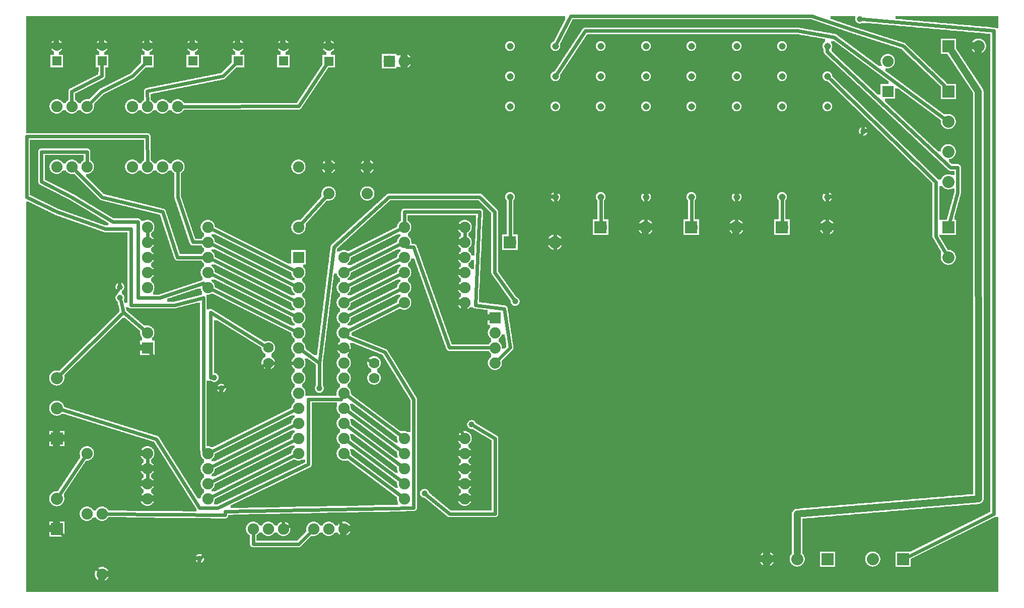
<source format=gbl>
G04 MADE WITH FRITZING*
G04 WWW.FRITZING.ORG*
G04 DOUBLE SIDED*
G04 HOLES PLATED*
G04 CONTOUR ON CENTER OF CONTOUR VECTOR*
%ASAXBY*%
%FSLAX23Y23*%
%MOIN*%
%OFA0B0*%
%SFA1.0B1.0*%
%ADD10C,0.075000*%
%ADD11C,0.039370*%
%ADD12C,0.070000*%
%ADD13C,0.078000*%
%ADD14C,0.062992*%
%ADD15C,0.045000*%
%ADD16C,0.080000*%
%ADD17C,0.073999*%
%ADD18C,0.082000*%
%ADD19R,0.075000X0.075000*%
%ADD20R,0.078000X0.078000*%
%ADD21R,0.062992X0.062992*%
%ADD22R,0.080000X0.080000*%
%ADD23R,0.080000X0.079986*%
%ADD24R,0.079986X0.080000*%
%ADD25R,0.074001X0.074001*%
%ADD26R,0.082000X0.082000*%
%ADD27C,0.024000*%
%ADD28C,0.048000*%
%LNCOPPER0*%
G90*
G70*
G54D10*
X5614Y3460D03*
X542Y2974D03*
X965Y2258D03*
X2638Y2427D03*
X2243Y1536D03*
X2058Y1604D03*
X1434Y1873D03*
X1981Y1216D03*
X123Y3787D03*
G54D11*
X5556Y3837D03*
X2988Y1149D03*
X2676Y693D03*
X660Y1989D03*
X1284Y1461D03*
X1980Y1389D03*
X3276Y1965D03*
X1188Y261D03*
X5580Y3093D03*
X660Y2061D03*
X1332Y1389D03*
G54D10*
X1542Y457D03*
X1642Y457D03*
X1742Y457D03*
X1942Y457D03*
X2042Y457D03*
X2142Y457D03*
X2298Y2680D03*
X2042Y2680D03*
X2298Y2857D03*
X2042Y2857D03*
G54D12*
X2342Y1557D03*
X2342Y1457D03*
X1642Y1557D03*
X1642Y1658D03*
G54D10*
X842Y1657D03*
X842Y1757D03*
X5742Y3357D03*
X5742Y3557D03*
X1842Y2457D03*
X1842Y2857D03*
G54D13*
X2442Y3557D03*
X2542Y3557D03*
G54D14*
X842Y3559D03*
X842Y3657D03*
X1442Y3559D03*
X1442Y3657D03*
X1142Y3559D03*
X1142Y3657D03*
X2042Y3557D03*
X2042Y3656D03*
X542Y3559D03*
X542Y3657D03*
X242Y3559D03*
X242Y3657D03*
X1742Y3559D03*
X1742Y3657D03*
G54D10*
X1042Y3257D03*
X1042Y2857D03*
X442Y957D03*
X442Y557D03*
X542Y557D03*
X542Y157D03*
X942Y3257D03*
X942Y2857D03*
X842Y3257D03*
X842Y2857D03*
X742Y3257D03*
X742Y2857D03*
X442Y3257D03*
X442Y2857D03*
X342Y3257D03*
X342Y2857D03*
X242Y3257D03*
X242Y2857D03*
X1842Y2257D03*
X2142Y2257D03*
X1842Y2157D03*
X2142Y2157D03*
X1842Y2057D03*
X2142Y2057D03*
X1842Y1957D03*
X2142Y1957D03*
X1842Y1857D03*
X2142Y1857D03*
X1842Y1757D03*
X2142Y1757D03*
X1842Y1657D03*
X2142Y1657D03*
X1842Y1557D03*
X2142Y1557D03*
X1842Y1457D03*
X2142Y1457D03*
X1842Y1357D03*
X2142Y1357D03*
X1842Y1257D03*
X2142Y1257D03*
X1842Y1157D03*
X2142Y1157D03*
X1842Y1057D03*
X2142Y1057D03*
X1842Y957D03*
X2142Y957D03*
G54D15*
X3542Y3257D03*
X3242Y3657D03*
X3242Y3457D03*
X3242Y3257D03*
X3242Y2657D03*
X3542Y2657D03*
X3542Y3457D03*
X3542Y3657D03*
X4142Y3257D03*
X3842Y3657D03*
X3842Y3457D03*
X3842Y3257D03*
X3842Y2657D03*
X4142Y2657D03*
X4142Y3457D03*
X4142Y3657D03*
X4742Y3257D03*
X4442Y3657D03*
X4442Y3457D03*
X4442Y3257D03*
X4442Y2657D03*
X4742Y2657D03*
X4742Y3457D03*
X4742Y3657D03*
X5342Y3257D03*
X5042Y3657D03*
X5042Y3457D03*
X5042Y3257D03*
X5042Y2657D03*
X5342Y2657D03*
X5342Y3457D03*
X5342Y3657D03*
G54D10*
X842Y2157D03*
X1242Y2157D03*
X842Y2257D03*
X1242Y2257D03*
X2542Y2457D03*
X2942Y2457D03*
X2542Y1957D03*
X2942Y1957D03*
X2542Y1057D03*
X2942Y1057D03*
X842Y657D03*
X1242Y657D03*
X842Y857D03*
X1242Y857D03*
X842Y957D03*
X1242Y957D03*
X842Y757D03*
X1242Y757D03*
X842Y2357D03*
X1242Y2357D03*
X842Y2057D03*
X1242Y2057D03*
X842Y2457D03*
X1242Y2457D03*
X2542Y2057D03*
X2942Y2057D03*
X2542Y2257D03*
X2942Y2257D03*
X2542Y2357D03*
X2942Y2357D03*
X2542Y2157D03*
X2942Y2157D03*
X2542Y657D03*
X2942Y657D03*
X2542Y757D03*
X2942Y757D03*
X2542Y857D03*
X2942Y857D03*
X2542Y957D03*
X2942Y957D03*
G54D16*
X242Y1257D03*
X242Y1457D03*
X242Y1057D03*
X5142Y257D03*
X4942Y257D03*
X5342Y257D03*
X6142Y3657D03*
X6342Y3657D03*
X242Y457D03*
X242Y657D03*
X5842Y257D03*
X5642Y257D03*
X6142Y2457D03*
X6142Y2257D03*
X6142Y3157D03*
X6142Y2957D03*
X6142Y2757D03*
X6142Y3357D03*
G54D17*
X3142Y1857D03*
X3142Y1757D03*
X3142Y1657D03*
X3142Y1557D03*
G54D18*
X5042Y2457D03*
X5340Y2457D03*
X4442Y2457D03*
X4740Y2457D03*
X3842Y2457D03*
X4140Y2457D03*
X3242Y2357D03*
X3540Y2357D03*
G54D19*
X842Y1657D03*
X5742Y3357D03*
G54D20*
X2442Y3557D03*
G54D21*
X842Y3559D03*
X1442Y3559D03*
X1142Y3559D03*
X2042Y3557D03*
X542Y3559D03*
X242Y3559D03*
X1742Y3559D03*
G54D19*
X1842Y2257D03*
G54D22*
X242Y1057D03*
X5342Y257D03*
G54D23*
X6142Y3657D03*
G54D24*
X242Y457D03*
G54D23*
X5842Y257D03*
G54D24*
X6142Y2457D03*
G54D22*
X6142Y3357D03*
G54D25*
X3142Y1857D03*
G54D26*
X5041Y2457D03*
X4441Y2457D03*
X3841Y2457D03*
X3241Y2357D03*
G54D27*
X426Y934D02*
X259Y683D01*
D02*
X2318Y1569D02*
X2167Y1645D01*
D02*
X541Y3458D02*
X341Y3357D01*
D02*
X341Y3357D02*
X341Y3286D01*
D02*
X541Y3532D02*
X541Y3458D01*
D02*
X2023Y2659D02*
X1861Y2479D01*
D02*
X1842Y3258D02*
X1070Y3257D01*
D02*
X2027Y3535D02*
X1842Y3258D01*
D02*
X1342Y3458D02*
X841Y3358D01*
D02*
X1423Y3540D02*
X1342Y3458D01*
D02*
X841Y3358D02*
X842Y3286D01*
D02*
X743Y3458D02*
X541Y3357D01*
D02*
X541Y3357D02*
X462Y3278D01*
D02*
X823Y3540D02*
X743Y3458D01*
D02*
X5357Y3442D02*
X6060Y2757D01*
X6060Y2757D02*
X6060Y2397D01*
X6060Y2397D02*
X6126Y2284D01*
D02*
X271Y1248D02*
X900Y1053D01*
D02*
X900Y1053D02*
X1188Y597D01*
X1188Y597D02*
X1308Y597D01*
X1308Y597D02*
X1908Y885D01*
X1908Y885D02*
X1908Y1317D01*
X1908Y1317D02*
X2124Y1317D01*
X2124Y1317D02*
X2130Y1331D01*
D02*
X5341Y3636D02*
X5340Y3621D01*
X5340Y3621D02*
X6156Y2853D01*
X6156Y2853D02*
X6204Y2853D01*
X6204Y2853D02*
X6204Y2685D01*
X6204Y2685D02*
X6150Y2487D01*
D02*
X6117Y3176D02*
X5388Y3717D01*
D02*
X5142Y3758D02*
X3741Y3758D01*
D02*
X5388Y3717D02*
X5142Y3758D01*
D02*
X3741Y3758D02*
X3554Y3475D01*
D02*
X3551Y3677D02*
X3643Y3857D01*
D02*
X5241Y3857D02*
X5508Y3765D01*
D02*
X3643Y3857D02*
X5241Y3857D01*
D02*
X5842Y3658D02*
X6108Y3405D01*
D02*
X5508Y3765D02*
X5842Y3658D01*
D02*
X6108Y3405D02*
X6124Y3383D01*
D02*
X1042Y2657D02*
X1142Y2358D01*
D02*
X1042Y2829D02*
X1042Y2657D01*
D02*
X1142Y2358D02*
X1213Y2358D01*
D02*
X3111Y1658D02*
X2840Y1659D01*
D02*
X2840Y1659D02*
X2604Y2325D01*
X2604Y2325D02*
X2556Y2325D01*
X2556Y2325D02*
X2553Y2331D01*
D02*
X5870Y271D02*
X6442Y556D01*
D02*
X6442Y556D02*
X6442Y3559D01*
D02*
X6442Y3559D02*
X6442Y3758D01*
D02*
X6442Y3758D02*
X5575Y3835D01*
D02*
X362Y2837D02*
X541Y2657D01*
D02*
X541Y2657D02*
X942Y2558D01*
D02*
X942Y2558D02*
X1041Y2257D01*
D02*
X1041Y2257D02*
X1142Y2257D01*
D02*
X1142Y2257D02*
X1213Y2257D01*
D02*
X3164Y1579D02*
X3242Y1658D01*
D02*
X3242Y1658D02*
X3204Y1917D01*
D02*
X3204Y1917D02*
X3012Y1941D01*
X3012Y1941D02*
X3041Y2558D01*
D02*
X3041Y2558D02*
X2741Y2558D01*
D02*
X2741Y2558D02*
X2543Y2558D01*
D02*
X2543Y2558D02*
X2542Y2486D01*
D02*
X442Y2886D02*
X442Y2957D01*
D02*
X442Y2957D02*
X141Y2957D01*
D02*
X141Y2957D02*
X141Y2758D01*
D02*
X141Y2758D02*
X341Y2657D01*
D02*
X341Y2657D02*
X612Y2493D01*
D02*
X612Y2493D02*
X780Y2493D01*
D02*
X780Y2493D02*
X780Y1989D01*
D02*
X780Y1989D02*
X924Y1989D01*
D02*
X924Y1989D02*
X1212Y2085D01*
X1212Y2085D02*
X1221Y2077D01*
D02*
X842Y2886D02*
X841Y3058D01*
D02*
X841Y3058D02*
X541Y3058D01*
D02*
X541Y3058D02*
X43Y3058D01*
D02*
X43Y3058D02*
X43Y2657D01*
D02*
X242Y2558D02*
X564Y2445D01*
D02*
X43Y2657D02*
X242Y2558D01*
D02*
X564Y2445D02*
X732Y2445D01*
D02*
X732Y2445D02*
X732Y1941D01*
D02*
X732Y1941D02*
X1020Y1941D01*
X1020Y1941D02*
X1212Y1989D01*
X1212Y1989D02*
X1212Y981D01*
X1212Y981D02*
X1219Y975D01*
D02*
X2161Y1736D02*
X2172Y1725D01*
X2172Y1725D02*
X2412Y1629D01*
X2412Y1629D02*
X2604Y1317D01*
X2604Y1317D02*
X2604Y597D01*
X2604Y597D02*
X1356Y573D01*
X1356Y573D02*
X1356Y549D01*
X1356Y549D02*
X570Y557D01*
D02*
X3004Y1139D02*
X3142Y1057D01*
D02*
X3142Y1057D02*
X3142Y556D01*
D02*
X3142Y556D02*
X2842Y556D01*
D02*
X2842Y556D02*
X2691Y681D01*
D02*
X820Y1776D02*
X684Y1893D01*
D02*
X684Y1893D02*
X665Y1970D01*
D02*
X1265Y1461D02*
X1260Y1461D01*
X1260Y1461D02*
X1260Y1893D01*
X1260Y1893D02*
X1619Y1671D01*
D02*
X264Y1479D02*
X684Y1893D01*
D02*
X1980Y1408D02*
X1980Y1557D01*
X1980Y1557D02*
X1865Y1641D01*
D02*
X1542Y429D02*
X1542Y357D01*
D02*
X1542Y357D02*
X1842Y357D01*
D02*
X1842Y357D02*
X1922Y437D01*
D02*
X3141Y2156D02*
X3141Y2558D01*
D02*
X3141Y2558D02*
X3041Y2657D01*
D02*
X3265Y1980D02*
X3141Y2156D01*
D02*
X3041Y2657D02*
X2441Y2657D01*
D02*
X2441Y2657D02*
X2076Y2325D01*
X2076Y2325D02*
X1980Y1557D01*
D02*
X842Y886D02*
X842Y929D01*
D02*
X842Y786D02*
X842Y829D01*
D02*
X264Y435D02*
X521Y178D01*
D02*
X1741Y486D02*
X1740Y525D01*
X1740Y525D02*
X1500Y525D01*
X1500Y525D02*
X1203Y273D01*
D02*
X2127Y482D02*
X2100Y525D01*
X2100Y525D02*
X1884Y525D01*
X1884Y525D02*
X1768Y470D01*
D02*
X5340Y2679D02*
X5340Y2685D01*
X5340Y2685D02*
X5570Y3076D01*
D02*
X4740Y2679D02*
X4740Y2685D01*
X4740Y2685D02*
X5041Y2758D01*
D02*
X5041Y2758D02*
X5340Y2685D01*
X5340Y2685D02*
X5340Y2679D01*
D02*
X4140Y2679D02*
X4140Y2685D01*
X4140Y2685D02*
X4442Y2758D01*
D02*
X4442Y2758D02*
X4740Y2685D01*
X4740Y2685D02*
X4740Y2679D01*
D02*
X3540Y2679D02*
X3540Y2685D01*
X3540Y2685D02*
X3842Y2758D01*
D02*
X3842Y2758D02*
X4140Y2685D01*
X4140Y2685D02*
X4140Y2679D01*
D02*
X2942Y2386D02*
X2942Y2429D01*
D02*
X2929Y1083D02*
X2842Y1256D01*
D02*
X2842Y1358D02*
X3343Y1458D01*
D02*
X2842Y1256D02*
X2842Y1358D01*
D02*
X3343Y1458D02*
X3543Y1759D01*
D02*
X3543Y1759D02*
X3540Y2325D01*
D02*
X441Y1758D02*
X140Y1558D01*
D02*
X649Y2045D02*
X441Y1758D01*
D02*
X140Y1558D02*
X140Y1358D01*
D02*
X140Y1358D02*
X1042Y1358D01*
D02*
X1042Y1358D02*
X858Y1634D01*
D02*
X842Y2429D02*
X842Y2386D01*
D02*
X1619Y1545D02*
X1349Y1398D01*
D02*
X1813Y1557D02*
X1668Y1557D01*
D02*
X3542Y2636D02*
X3540Y2390D01*
D02*
X4141Y2636D02*
X4140Y2490D01*
D02*
X5341Y2636D02*
X5340Y2490D01*
D02*
X5042Y2636D02*
X5042Y2490D01*
G54D28*
D02*
X5142Y556D02*
X6342Y656D01*
D02*
X5142Y300D02*
X5142Y556D01*
D02*
X6342Y656D02*
X6341Y3357D01*
D02*
X6341Y3357D02*
X6165Y3622D01*
G54D27*
D02*
X3842Y2636D02*
X3842Y2490D01*
D02*
X4442Y2636D02*
X4442Y2490D01*
D02*
X4741Y2636D02*
X4740Y2490D01*
D02*
X3242Y2636D02*
X3242Y2390D01*
D02*
X2516Y2045D02*
X2167Y1870D01*
D02*
X1816Y2070D02*
X1267Y2345D01*
D02*
X1816Y1770D02*
X1267Y2045D01*
D02*
X1267Y970D02*
X1816Y1245D01*
D02*
X2167Y1770D02*
X2516Y1945D01*
D02*
X1816Y1870D02*
X1267Y2145D01*
D02*
X2516Y2445D02*
X2167Y2270D01*
D02*
X2519Y1075D02*
X2165Y1340D01*
D02*
X1816Y1970D02*
X1267Y2245D01*
D02*
X1267Y670D02*
X1816Y945D01*
D02*
X2165Y1040D02*
X2519Y775D01*
D02*
X1267Y870D02*
X1816Y1145D01*
D02*
X2516Y2245D02*
X2167Y2070D01*
D02*
X2167Y2170D02*
X2516Y2345D01*
D02*
X2519Y675D02*
X2165Y940D01*
D02*
X1816Y2170D02*
X1267Y2445D01*
D02*
X2167Y1970D02*
X2516Y2145D01*
D02*
X2165Y1240D02*
X2519Y975D01*
D02*
X1267Y770D02*
X1816Y1045D01*
D02*
X2519Y875D02*
X2165Y1140D01*
G36*
X5794Y3857D02*
X5794Y3837D01*
X5818Y3837D01*
X5818Y3835D01*
X5840Y3835D01*
X5840Y3833D01*
X5862Y3833D01*
X5862Y3831D01*
X5886Y3831D01*
X5886Y3829D01*
X5908Y3829D01*
X5908Y3827D01*
X5930Y3827D01*
X5930Y3825D01*
X5954Y3825D01*
X5954Y3823D01*
X5976Y3823D01*
X5976Y3821D01*
X5998Y3821D01*
X5998Y3819D01*
X6022Y3819D01*
X6022Y3817D01*
X6044Y3817D01*
X6044Y3815D01*
X6066Y3815D01*
X6066Y3813D01*
X6088Y3813D01*
X6088Y3811D01*
X6112Y3811D01*
X6112Y3809D01*
X6134Y3809D01*
X6134Y3807D01*
X6156Y3807D01*
X6156Y3805D01*
X6180Y3805D01*
X6180Y3803D01*
X6202Y3803D01*
X6202Y3801D01*
X6224Y3801D01*
X6224Y3799D01*
X6248Y3799D01*
X6248Y3797D01*
X6270Y3797D01*
X6270Y3795D01*
X6292Y3795D01*
X6292Y3793D01*
X6316Y3793D01*
X6316Y3791D01*
X6338Y3791D01*
X6338Y3789D01*
X6360Y3789D01*
X6360Y3787D01*
X6384Y3787D01*
X6384Y3785D01*
X6406Y3785D01*
X6406Y3783D01*
X6428Y3783D01*
X6428Y3781D01*
X6448Y3781D01*
X6448Y3779D01*
X6452Y3779D01*
X6452Y3777D01*
X6472Y3777D01*
X6472Y3857D01*
X5794Y3857D01*
G37*
D02*
G36*
X5366Y3691D02*
X5366Y3677D01*
X5368Y3677D01*
X5368Y3675D01*
X5370Y3675D01*
X5370Y3671D01*
X5372Y3671D01*
X5372Y3665D01*
X5374Y3665D01*
X5374Y3649D01*
X5372Y3649D01*
X5372Y3645D01*
X5370Y3645D01*
X5370Y3623D01*
X5372Y3623D01*
X5372Y3621D01*
X5374Y3621D01*
X5374Y3619D01*
X5376Y3619D01*
X5376Y3617D01*
X5378Y3617D01*
X5378Y3615D01*
X5380Y3615D01*
X5380Y3613D01*
X5382Y3613D01*
X5382Y3611D01*
X5384Y3611D01*
X5384Y3609D01*
X5386Y3609D01*
X5386Y3607D01*
X5388Y3607D01*
X5388Y3605D01*
X5390Y3605D01*
X5390Y3603D01*
X5392Y3603D01*
X5392Y3601D01*
X5394Y3601D01*
X5394Y3599D01*
X5396Y3599D01*
X5396Y3597D01*
X5398Y3597D01*
X5398Y3595D01*
X5400Y3595D01*
X5400Y3593D01*
X5402Y3593D01*
X5402Y3591D01*
X5406Y3591D01*
X5406Y3589D01*
X5408Y3589D01*
X5408Y3587D01*
X5410Y3587D01*
X5410Y3585D01*
X5412Y3585D01*
X5412Y3583D01*
X5414Y3583D01*
X5414Y3581D01*
X5416Y3581D01*
X5416Y3579D01*
X5418Y3579D01*
X5418Y3577D01*
X5420Y3577D01*
X5420Y3575D01*
X5422Y3575D01*
X5422Y3573D01*
X5424Y3573D01*
X5424Y3571D01*
X5426Y3571D01*
X5426Y3569D01*
X5428Y3569D01*
X5428Y3567D01*
X5430Y3567D01*
X5430Y3565D01*
X5432Y3565D01*
X5432Y3563D01*
X5434Y3563D01*
X5434Y3561D01*
X5436Y3561D01*
X5436Y3559D01*
X5440Y3559D01*
X5440Y3557D01*
X5442Y3557D01*
X5442Y3555D01*
X5444Y3555D01*
X5444Y3553D01*
X5446Y3553D01*
X5446Y3551D01*
X5448Y3551D01*
X5448Y3549D01*
X5450Y3549D01*
X5450Y3547D01*
X5452Y3547D01*
X5452Y3545D01*
X5454Y3545D01*
X5454Y3543D01*
X5456Y3543D01*
X5456Y3541D01*
X5458Y3541D01*
X5458Y3539D01*
X5460Y3539D01*
X5460Y3537D01*
X5462Y3537D01*
X5462Y3535D01*
X5464Y3535D01*
X5464Y3533D01*
X5466Y3533D01*
X5466Y3531D01*
X5468Y3531D01*
X5468Y3529D01*
X5470Y3529D01*
X5470Y3527D01*
X5474Y3527D01*
X5474Y3525D01*
X5476Y3525D01*
X5476Y3523D01*
X5478Y3523D01*
X5478Y3521D01*
X5480Y3521D01*
X5480Y3519D01*
X5482Y3519D01*
X5482Y3517D01*
X5484Y3517D01*
X5484Y3515D01*
X5486Y3515D01*
X5486Y3513D01*
X5488Y3513D01*
X5488Y3511D01*
X5490Y3511D01*
X5490Y3509D01*
X5492Y3509D01*
X5492Y3507D01*
X5494Y3507D01*
X5494Y3505D01*
X5496Y3505D01*
X5496Y3503D01*
X5498Y3503D01*
X5498Y3501D01*
X5500Y3501D01*
X5500Y3499D01*
X5502Y3499D01*
X5502Y3497D01*
X5504Y3497D01*
X5504Y3495D01*
X5508Y3495D01*
X5508Y3493D01*
X5510Y3493D01*
X5510Y3491D01*
X5512Y3491D01*
X5512Y3489D01*
X5514Y3489D01*
X5514Y3487D01*
X5516Y3487D01*
X5516Y3485D01*
X5518Y3485D01*
X5518Y3483D01*
X5520Y3483D01*
X5520Y3481D01*
X5522Y3481D01*
X5522Y3479D01*
X5524Y3479D01*
X5524Y3477D01*
X5526Y3477D01*
X5526Y3475D01*
X5528Y3475D01*
X5528Y3473D01*
X5530Y3473D01*
X5530Y3471D01*
X5532Y3471D01*
X5532Y3469D01*
X5534Y3469D01*
X5534Y3467D01*
X5536Y3467D01*
X5536Y3465D01*
X5538Y3465D01*
X5538Y3463D01*
X5542Y3463D01*
X5542Y3461D01*
X5544Y3461D01*
X5544Y3459D01*
X5546Y3459D01*
X5546Y3457D01*
X5548Y3457D01*
X5548Y3455D01*
X5550Y3455D01*
X5550Y3453D01*
X5552Y3453D01*
X5552Y3451D01*
X5554Y3451D01*
X5554Y3449D01*
X5556Y3449D01*
X5556Y3447D01*
X5558Y3447D01*
X5558Y3445D01*
X5560Y3445D01*
X5560Y3443D01*
X5562Y3443D01*
X5562Y3441D01*
X5564Y3441D01*
X5564Y3439D01*
X5566Y3439D01*
X5566Y3437D01*
X5568Y3437D01*
X5568Y3435D01*
X5570Y3435D01*
X5570Y3433D01*
X5572Y3433D01*
X5572Y3431D01*
X5576Y3431D01*
X5576Y3429D01*
X5578Y3429D01*
X5578Y3427D01*
X5580Y3427D01*
X5580Y3425D01*
X5582Y3425D01*
X5582Y3423D01*
X5584Y3423D01*
X5584Y3421D01*
X5586Y3421D01*
X5586Y3419D01*
X5588Y3419D01*
X5588Y3417D01*
X5590Y3417D01*
X5590Y3415D01*
X5592Y3415D01*
X5592Y3413D01*
X5594Y3413D01*
X5594Y3411D01*
X5596Y3411D01*
X5596Y3409D01*
X5598Y3409D01*
X5598Y3407D01*
X5600Y3407D01*
X5600Y3405D01*
X5602Y3405D01*
X5602Y3403D01*
X5604Y3403D01*
X5604Y3401D01*
X5606Y3401D01*
X5606Y3399D01*
X5610Y3399D01*
X5610Y3397D01*
X5612Y3397D01*
X5612Y3395D01*
X5614Y3395D01*
X5614Y3393D01*
X5616Y3393D01*
X5616Y3391D01*
X5618Y3391D01*
X5618Y3389D01*
X5620Y3389D01*
X5620Y3387D01*
X5622Y3387D01*
X5622Y3385D01*
X5624Y3385D01*
X5624Y3383D01*
X5626Y3383D01*
X5626Y3381D01*
X5628Y3381D01*
X5628Y3379D01*
X5630Y3379D01*
X5630Y3377D01*
X5632Y3377D01*
X5632Y3375D01*
X5634Y3375D01*
X5634Y3373D01*
X5636Y3373D01*
X5636Y3371D01*
X5638Y3371D01*
X5638Y3369D01*
X5640Y3369D01*
X5640Y3367D01*
X5644Y3367D01*
X5644Y3365D01*
X5646Y3365D01*
X5646Y3363D01*
X5648Y3363D01*
X5648Y3361D01*
X5650Y3361D01*
X5650Y3359D01*
X5652Y3359D01*
X5652Y3357D01*
X5654Y3357D01*
X5654Y3355D01*
X5656Y3355D01*
X5656Y3353D01*
X5658Y3353D01*
X5658Y3351D01*
X5660Y3351D01*
X5660Y3349D01*
X5662Y3349D01*
X5662Y3347D01*
X5664Y3347D01*
X5664Y3345D01*
X5666Y3345D01*
X5666Y3343D01*
X5668Y3343D01*
X5668Y3341D01*
X5670Y3341D01*
X5670Y3339D01*
X5672Y3339D01*
X5672Y3337D01*
X5674Y3337D01*
X5674Y3335D01*
X5694Y3335D01*
X5694Y3405D01*
X5746Y3405D01*
X5746Y3425D01*
X5744Y3425D01*
X5744Y3427D01*
X5740Y3427D01*
X5740Y3429D01*
X5738Y3429D01*
X5738Y3431D01*
X5736Y3431D01*
X5736Y3433D01*
X5732Y3433D01*
X5732Y3435D01*
X5730Y3435D01*
X5730Y3437D01*
X5728Y3437D01*
X5728Y3439D01*
X5724Y3439D01*
X5724Y3441D01*
X5722Y3441D01*
X5722Y3443D01*
X5718Y3443D01*
X5718Y3445D01*
X5716Y3445D01*
X5716Y3447D01*
X5714Y3447D01*
X5714Y3449D01*
X5710Y3449D01*
X5710Y3451D01*
X5708Y3451D01*
X5708Y3453D01*
X5706Y3453D01*
X5706Y3455D01*
X5702Y3455D01*
X5702Y3457D01*
X5700Y3457D01*
X5700Y3459D01*
X5698Y3459D01*
X5698Y3461D01*
X5694Y3461D01*
X5694Y3463D01*
X5692Y3463D01*
X5692Y3465D01*
X5690Y3465D01*
X5690Y3467D01*
X5686Y3467D01*
X5686Y3469D01*
X5684Y3469D01*
X5684Y3471D01*
X5682Y3471D01*
X5682Y3473D01*
X5678Y3473D01*
X5678Y3475D01*
X5676Y3475D01*
X5676Y3477D01*
X5674Y3477D01*
X5674Y3479D01*
X5670Y3479D01*
X5670Y3481D01*
X5668Y3481D01*
X5668Y3483D01*
X5666Y3483D01*
X5666Y3485D01*
X5662Y3485D01*
X5662Y3487D01*
X5660Y3487D01*
X5660Y3489D01*
X5658Y3489D01*
X5658Y3491D01*
X5654Y3491D01*
X5654Y3493D01*
X5652Y3493D01*
X5652Y3495D01*
X5648Y3495D01*
X5648Y3497D01*
X5646Y3497D01*
X5646Y3499D01*
X5644Y3499D01*
X5644Y3501D01*
X5640Y3501D01*
X5640Y3503D01*
X5638Y3503D01*
X5638Y3505D01*
X5636Y3505D01*
X5636Y3507D01*
X5632Y3507D01*
X5632Y3509D01*
X5630Y3509D01*
X5630Y3511D01*
X5628Y3511D01*
X5628Y3513D01*
X5624Y3513D01*
X5624Y3515D01*
X5622Y3515D01*
X5622Y3517D01*
X5620Y3517D01*
X5620Y3519D01*
X5616Y3519D01*
X5616Y3521D01*
X5614Y3521D01*
X5614Y3523D01*
X5612Y3523D01*
X5612Y3525D01*
X5608Y3525D01*
X5608Y3527D01*
X5606Y3527D01*
X5606Y3529D01*
X5604Y3529D01*
X5604Y3531D01*
X5600Y3531D01*
X5600Y3533D01*
X5598Y3533D01*
X5598Y3535D01*
X5596Y3535D01*
X5596Y3537D01*
X5592Y3537D01*
X5592Y3539D01*
X5590Y3539D01*
X5590Y3541D01*
X5586Y3541D01*
X5586Y3543D01*
X5584Y3543D01*
X5584Y3545D01*
X5582Y3545D01*
X5582Y3547D01*
X5578Y3547D01*
X5578Y3549D01*
X5576Y3549D01*
X5576Y3551D01*
X5574Y3551D01*
X5574Y3553D01*
X5570Y3553D01*
X5570Y3555D01*
X5568Y3555D01*
X5568Y3557D01*
X5566Y3557D01*
X5566Y3559D01*
X5562Y3559D01*
X5562Y3561D01*
X5560Y3561D01*
X5560Y3563D01*
X5558Y3563D01*
X5558Y3565D01*
X5554Y3565D01*
X5554Y3567D01*
X5552Y3567D01*
X5552Y3569D01*
X5550Y3569D01*
X5550Y3571D01*
X5546Y3571D01*
X5546Y3573D01*
X5544Y3573D01*
X5544Y3575D01*
X5542Y3575D01*
X5542Y3577D01*
X5538Y3577D01*
X5538Y3579D01*
X5536Y3579D01*
X5536Y3581D01*
X5534Y3581D01*
X5534Y3583D01*
X5530Y3583D01*
X5530Y3585D01*
X5528Y3585D01*
X5528Y3587D01*
X5524Y3587D01*
X5524Y3589D01*
X5522Y3589D01*
X5522Y3591D01*
X5520Y3591D01*
X5520Y3593D01*
X5516Y3593D01*
X5516Y3595D01*
X5514Y3595D01*
X5514Y3597D01*
X5512Y3597D01*
X5512Y3599D01*
X5508Y3599D01*
X5508Y3601D01*
X5506Y3601D01*
X5506Y3603D01*
X5504Y3603D01*
X5504Y3605D01*
X5500Y3605D01*
X5500Y3607D01*
X5498Y3607D01*
X5498Y3609D01*
X5496Y3609D01*
X5496Y3611D01*
X5492Y3611D01*
X5492Y3613D01*
X5490Y3613D01*
X5490Y3615D01*
X5488Y3615D01*
X5488Y3617D01*
X5484Y3617D01*
X5484Y3619D01*
X5482Y3619D01*
X5482Y3621D01*
X5480Y3621D01*
X5480Y3623D01*
X5476Y3623D01*
X5476Y3625D01*
X5474Y3625D01*
X5474Y3627D01*
X5472Y3627D01*
X5472Y3629D01*
X5468Y3629D01*
X5468Y3631D01*
X5466Y3631D01*
X5466Y3633D01*
X5462Y3633D01*
X5462Y3635D01*
X5460Y3635D01*
X5460Y3637D01*
X5458Y3637D01*
X5458Y3639D01*
X5454Y3639D01*
X5454Y3641D01*
X5452Y3641D01*
X5452Y3643D01*
X5450Y3643D01*
X5450Y3645D01*
X5446Y3645D01*
X5446Y3647D01*
X5444Y3647D01*
X5444Y3649D01*
X5442Y3649D01*
X5442Y3651D01*
X5438Y3651D01*
X5438Y3653D01*
X5436Y3653D01*
X5436Y3655D01*
X5434Y3655D01*
X5434Y3657D01*
X5430Y3657D01*
X5430Y3659D01*
X5428Y3659D01*
X5428Y3661D01*
X5426Y3661D01*
X5426Y3663D01*
X5422Y3663D01*
X5422Y3665D01*
X5420Y3665D01*
X5420Y3667D01*
X5418Y3667D01*
X5418Y3669D01*
X5414Y3669D01*
X5414Y3671D01*
X5412Y3671D01*
X5412Y3673D01*
X5410Y3673D01*
X5410Y3675D01*
X5406Y3675D01*
X5406Y3677D01*
X5404Y3677D01*
X5404Y3679D01*
X5400Y3679D01*
X5400Y3681D01*
X5398Y3681D01*
X5398Y3683D01*
X5396Y3683D01*
X5396Y3685D01*
X5392Y3685D01*
X5392Y3687D01*
X5390Y3687D01*
X5390Y3689D01*
X5388Y3689D01*
X5388Y3691D01*
X5366Y3691D01*
G37*
D02*
G36*
X64Y3037D02*
X64Y2979D01*
X450Y2979D01*
X450Y2977D01*
X454Y2977D01*
X454Y2975D01*
X456Y2975D01*
X456Y2973D01*
X458Y2973D01*
X458Y2971D01*
X460Y2971D01*
X460Y2969D01*
X462Y2969D01*
X462Y2963D01*
X464Y2963D01*
X464Y2905D01*
X752Y2905D01*
X752Y2903D01*
X758Y2903D01*
X758Y2901D01*
X762Y2901D01*
X762Y2899D01*
X766Y2899D01*
X766Y2897D01*
X770Y2897D01*
X770Y2895D01*
X772Y2895D01*
X772Y2893D01*
X774Y2893D01*
X774Y2891D01*
X776Y2891D01*
X776Y2889D01*
X778Y2889D01*
X778Y2887D01*
X780Y2887D01*
X780Y2885D01*
X782Y2885D01*
X782Y2881D01*
X802Y2881D01*
X802Y2885D01*
X804Y2885D01*
X804Y2887D01*
X806Y2887D01*
X806Y2891D01*
X808Y2891D01*
X808Y2893D01*
X812Y2893D01*
X812Y2895D01*
X814Y2895D01*
X814Y2897D01*
X816Y2897D01*
X816Y2899D01*
X820Y2899D01*
X820Y3035D01*
X798Y3035D01*
X798Y3037D01*
X64Y3037D01*
G37*
D02*
G36*
X64Y2979D02*
X64Y2671D01*
X66Y2671D01*
X66Y2669D01*
X70Y2669D01*
X70Y2667D01*
X74Y2667D01*
X74Y2665D01*
X78Y2665D01*
X78Y2663D01*
X82Y2663D01*
X82Y2661D01*
X86Y2661D01*
X86Y2659D01*
X90Y2659D01*
X90Y2657D01*
X94Y2657D01*
X94Y2655D01*
X98Y2655D01*
X98Y2653D01*
X102Y2653D01*
X102Y2651D01*
X106Y2651D01*
X106Y2649D01*
X110Y2649D01*
X110Y2647D01*
X114Y2647D01*
X114Y2645D01*
X118Y2645D01*
X118Y2643D01*
X122Y2643D01*
X122Y2641D01*
X126Y2641D01*
X126Y2639D01*
X130Y2639D01*
X130Y2637D01*
X134Y2637D01*
X134Y2635D01*
X138Y2635D01*
X138Y2633D01*
X142Y2633D01*
X142Y2631D01*
X146Y2631D01*
X146Y2629D01*
X152Y2629D01*
X152Y2627D01*
X156Y2627D01*
X156Y2625D01*
X160Y2625D01*
X160Y2623D01*
X164Y2623D01*
X164Y2621D01*
X168Y2621D01*
X168Y2619D01*
X172Y2619D01*
X172Y2617D01*
X176Y2617D01*
X176Y2615D01*
X180Y2615D01*
X180Y2613D01*
X184Y2613D01*
X184Y2611D01*
X188Y2611D01*
X188Y2609D01*
X192Y2609D01*
X192Y2607D01*
X196Y2607D01*
X196Y2605D01*
X200Y2605D01*
X200Y2603D01*
X204Y2603D01*
X204Y2601D01*
X208Y2601D01*
X208Y2599D01*
X212Y2599D01*
X212Y2597D01*
X216Y2597D01*
X216Y2595D01*
X220Y2595D01*
X220Y2593D01*
X224Y2593D01*
X224Y2591D01*
X228Y2591D01*
X228Y2589D01*
X232Y2589D01*
X232Y2587D01*
X236Y2587D01*
X236Y2585D01*
X240Y2585D01*
X240Y2583D01*
X244Y2583D01*
X244Y2581D01*
X248Y2581D01*
X248Y2579D01*
X252Y2579D01*
X252Y2577D01*
X258Y2577D01*
X258Y2575D01*
X264Y2575D01*
X264Y2573D01*
X270Y2573D01*
X270Y2571D01*
X276Y2571D01*
X276Y2569D01*
X280Y2569D01*
X280Y2567D01*
X286Y2567D01*
X286Y2565D01*
X292Y2565D01*
X292Y2563D01*
X298Y2563D01*
X298Y2561D01*
X304Y2561D01*
X304Y2559D01*
X310Y2559D01*
X310Y2557D01*
X314Y2557D01*
X314Y2555D01*
X320Y2555D01*
X320Y2553D01*
X326Y2553D01*
X326Y2551D01*
X332Y2551D01*
X332Y2549D01*
X338Y2549D01*
X338Y2547D01*
X344Y2547D01*
X344Y2545D01*
X350Y2545D01*
X350Y2543D01*
X354Y2543D01*
X354Y2541D01*
X360Y2541D01*
X360Y2539D01*
X366Y2539D01*
X366Y2537D01*
X372Y2537D01*
X372Y2535D01*
X378Y2535D01*
X378Y2533D01*
X384Y2533D01*
X384Y2531D01*
X388Y2531D01*
X388Y2529D01*
X394Y2529D01*
X394Y2527D01*
X400Y2527D01*
X400Y2525D01*
X406Y2525D01*
X406Y2523D01*
X412Y2523D01*
X412Y2521D01*
X418Y2521D01*
X418Y2519D01*
X422Y2519D01*
X422Y2517D01*
X428Y2517D01*
X428Y2515D01*
X434Y2515D01*
X434Y2513D01*
X440Y2513D01*
X440Y2511D01*
X446Y2511D01*
X446Y2509D01*
X452Y2509D01*
X452Y2507D01*
X456Y2507D01*
X456Y2505D01*
X462Y2505D01*
X462Y2503D01*
X468Y2503D01*
X468Y2501D01*
X474Y2501D01*
X474Y2499D01*
X480Y2499D01*
X480Y2497D01*
X486Y2497D01*
X486Y2495D01*
X492Y2495D01*
X492Y2493D01*
X496Y2493D01*
X496Y2491D01*
X502Y2491D01*
X502Y2489D01*
X508Y2489D01*
X508Y2487D01*
X514Y2487D01*
X514Y2485D01*
X520Y2485D01*
X520Y2483D01*
X526Y2483D01*
X526Y2481D01*
X530Y2481D01*
X530Y2479D01*
X536Y2479D01*
X536Y2477D01*
X542Y2477D01*
X542Y2475D01*
X548Y2475D01*
X548Y2473D01*
X554Y2473D01*
X554Y2471D01*
X560Y2471D01*
X560Y2469D01*
X582Y2469D01*
X582Y2487D01*
X578Y2487D01*
X578Y2489D01*
X574Y2489D01*
X574Y2491D01*
X572Y2491D01*
X572Y2493D01*
X568Y2493D01*
X568Y2495D01*
X564Y2495D01*
X564Y2497D01*
X562Y2497D01*
X562Y2499D01*
X558Y2499D01*
X558Y2501D01*
X554Y2501D01*
X554Y2503D01*
X552Y2503D01*
X552Y2505D01*
X548Y2505D01*
X548Y2507D01*
X544Y2507D01*
X544Y2509D01*
X542Y2509D01*
X542Y2511D01*
X538Y2511D01*
X538Y2513D01*
X534Y2513D01*
X534Y2515D01*
X532Y2515D01*
X532Y2517D01*
X528Y2517D01*
X528Y2519D01*
X526Y2519D01*
X526Y2521D01*
X522Y2521D01*
X522Y2523D01*
X518Y2523D01*
X518Y2525D01*
X516Y2525D01*
X516Y2527D01*
X512Y2527D01*
X512Y2529D01*
X508Y2529D01*
X508Y2531D01*
X506Y2531D01*
X506Y2533D01*
X502Y2533D01*
X502Y2535D01*
X498Y2535D01*
X498Y2537D01*
X496Y2537D01*
X496Y2539D01*
X492Y2539D01*
X492Y2541D01*
X488Y2541D01*
X488Y2543D01*
X486Y2543D01*
X486Y2545D01*
X482Y2545D01*
X482Y2547D01*
X478Y2547D01*
X478Y2549D01*
X476Y2549D01*
X476Y2551D01*
X472Y2551D01*
X472Y2553D01*
X468Y2553D01*
X468Y2555D01*
X466Y2555D01*
X466Y2557D01*
X462Y2557D01*
X462Y2559D01*
X460Y2559D01*
X460Y2561D01*
X456Y2561D01*
X456Y2563D01*
X452Y2563D01*
X452Y2565D01*
X450Y2565D01*
X450Y2567D01*
X446Y2567D01*
X446Y2569D01*
X442Y2569D01*
X442Y2571D01*
X440Y2571D01*
X440Y2573D01*
X436Y2573D01*
X436Y2575D01*
X432Y2575D01*
X432Y2577D01*
X430Y2577D01*
X430Y2579D01*
X426Y2579D01*
X426Y2581D01*
X422Y2581D01*
X422Y2583D01*
X420Y2583D01*
X420Y2585D01*
X416Y2585D01*
X416Y2587D01*
X412Y2587D01*
X412Y2589D01*
X410Y2589D01*
X410Y2591D01*
X406Y2591D01*
X406Y2593D01*
X402Y2593D01*
X402Y2595D01*
X400Y2595D01*
X400Y2597D01*
X396Y2597D01*
X396Y2599D01*
X394Y2599D01*
X394Y2601D01*
X390Y2601D01*
X390Y2603D01*
X386Y2603D01*
X386Y2605D01*
X384Y2605D01*
X384Y2607D01*
X380Y2607D01*
X380Y2609D01*
X376Y2609D01*
X376Y2611D01*
X374Y2611D01*
X374Y2613D01*
X370Y2613D01*
X370Y2615D01*
X366Y2615D01*
X366Y2617D01*
X364Y2617D01*
X364Y2619D01*
X360Y2619D01*
X360Y2621D01*
X356Y2621D01*
X356Y2623D01*
X354Y2623D01*
X354Y2625D01*
X350Y2625D01*
X350Y2627D01*
X346Y2627D01*
X346Y2629D01*
X344Y2629D01*
X344Y2631D01*
X340Y2631D01*
X340Y2633D01*
X336Y2633D01*
X336Y2635D01*
X334Y2635D01*
X334Y2637D01*
X330Y2637D01*
X330Y2639D01*
X326Y2639D01*
X326Y2641D01*
X322Y2641D01*
X322Y2643D01*
X318Y2643D01*
X318Y2645D01*
X314Y2645D01*
X314Y2647D01*
X310Y2647D01*
X310Y2649D01*
X306Y2649D01*
X306Y2651D01*
X302Y2651D01*
X302Y2653D01*
X298Y2653D01*
X298Y2655D01*
X294Y2655D01*
X294Y2657D01*
X290Y2657D01*
X290Y2659D01*
X286Y2659D01*
X286Y2661D01*
X282Y2661D01*
X282Y2663D01*
X278Y2663D01*
X278Y2665D01*
X274Y2665D01*
X274Y2667D01*
X270Y2667D01*
X270Y2669D01*
X266Y2669D01*
X266Y2671D01*
X264Y2671D01*
X264Y2673D01*
X260Y2673D01*
X260Y2675D01*
X256Y2675D01*
X256Y2677D01*
X252Y2677D01*
X252Y2679D01*
X248Y2679D01*
X248Y2681D01*
X244Y2681D01*
X244Y2683D01*
X240Y2683D01*
X240Y2685D01*
X236Y2685D01*
X236Y2687D01*
X232Y2687D01*
X232Y2689D01*
X228Y2689D01*
X228Y2691D01*
X224Y2691D01*
X224Y2693D01*
X220Y2693D01*
X220Y2695D01*
X216Y2695D01*
X216Y2697D01*
X212Y2697D01*
X212Y2699D01*
X208Y2699D01*
X208Y2701D01*
X204Y2701D01*
X204Y2703D01*
X200Y2703D01*
X200Y2705D01*
X196Y2705D01*
X196Y2707D01*
X192Y2707D01*
X192Y2709D01*
X188Y2709D01*
X188Y2711D01*
X184Y2711D01*
X184Y2713D01*
X180Y2713D01*
X180Y2715D01*
X176Y2715D01*
X176Y2717D01*
X172Y2717D01*
X172Y2719D01*
X168Y2719D01*
X168Y2721D01*
X164Y2721D01*
X164Y2723D01*
X160Y2723D01*
X160Y2725D01*
X156Y2725D01*
X156Y2727D01*
X152Y2727D01*
X152Y2729D01*
X148Y2729D01*
X148Y2731D01*
X144Y2731D01*
X144Y2733D01*
X140Y2733D01*
X140Y2735D01*
X136Y2735D01*
X136Y2737D01*
X132Y2737D01*
X132Y2739D01*
X128Y2739D01*
X128Y2741D01*
X126Y2741D01*
X126Y2743D01*
X124Y2743D01*
X124Y2747D01*
X122Y2747D01*
X122Y2749D01*
X120Y2749D01*
X120Y2965D01*
X122Y2965D01*
X122Y2969D01*
X124Y2969D01*
X124Y2973D01*
X126Y2973D01*
X126Y2975D01*
X130Y2975D01*
X130Y2977D01*
X132Y2977D01*
X132Y2979D01*
X64Y2979D01*
G37*
D02*
G36*
X464Y2905D02*
X464Y2899D01*
X466Y2899D01*
X466Y2897D01*
X470Y2897D01*
X470Y2895D01*
X472Y2895D01*
X472Y2893D01*
X474Y2893D01*
X474Y2891D01*
X476Y2891D01*
X476Y2889D01*
X478Y2889D01*
X478Y2887D01*
X480Y2887D01*
X480Y2885D01*
X482Y2885D01*
X482Y2881D01*
X484Y2881D01*
X484Y2877D01*
X486Y2877D01*
X486Y2871D01*
X488Y2871D01*
X488Y2861D01*
X490Y2861D01*
X490Y2855D01*
X488Y2855D01*
X488Y2845D01*
X486Y2845D01*
X486Y2839D01*
X484Y2839D01*
X484Y2835D01*
X482Y2835D01*
X482Y2831D01*
X480Y2831D01*
X480Y2829D01*
X478Y2829D01*
X478Y2827D01*
X476Y2827D01*
X476Y2825D01*
X474Y2825D01*
X474Y2823D01*
X472Y2823D01*
X472Y2821D01*
X470Y2821D01*
X470Y2819D01*
X468Y2819D01*
X468Y2817D01*
X464Y2817D01*
X464Y2815D01*
X460Y2815D01*
X460Y2813D01*
X454Y2813D01*
X454Y2811D01*
X730Y2811D01*
X730Y2813D01*
X724Y2813D01*
X724Y2815D01*
X720Y2815D01*
X720Y2817D01*
X716Y2817D01*
X716Y2819D01*
X714Y2819D01*
X714Y2821D01*
X710Y2821D01*
X710Y2823D01*
X708Y2823D01*
X708Y2825D01*
X706Y2825D01*
X706Y2827D01*
X704Y2827D01*
X704Y2831D01*
X702Y2831D01*
X702Y2833D01*
X700Y2833D01*
X700Y2837D01*
X698Y2837D01*
X698Y2843D01*
X696Y2843D01*
X696Y2849D01*
X694Y2849D01*
X694Y2867D01*
X696Y2867D01*
X696Y2873D01*
X698Y2873D01*
X698Y2879D01*
X700Y2879D01*
X700Y2881D01*
X702Y2881D01*
X702Y2885D01*
X704Y2885D01*
X704Y2887D01*
X706Y2887D01*
X706Y2891D01*
X708Y2891D01*
X708Y2893D01*
X712Y2893D01*
X712Y2895D01*
X714Y2895D01*
X714Y2897D01*
X716Y2897D01*
X716Y2899D01*
X720Y2899D01*
X720Y2901D01*
X724Y2901D01*
X724Y2903D01*
X732Y2903D01*
X732Y2905D01*
X464Y2905D01*
G37*
D02*
G36*
X782Y2833D02*
X782Y2831D01*
X780Y2831D01*
X780Y2829D01*
X778Y2829D01*
X778Y2827D01*
X776Y2827D01*
X776Y2825D01*
X774Y2825D01*
X774Y2823D01*
X772Y2823D01*
X772Y2821D01*
X770Y2821D01*
X770Y2819D01*
X768Y2819D01*
X768Y2817D01*
X764Y2817D01*
X764Y2815D01*
X760Y2815D01*
X760Y2813D01*
X754Y2813D01*
X754Y2811D01*
X830Y2811D01*
X830Y2813D01*
X824Y2813D01*
X824Y2815D01*
X820Y2815D01*
X820Y2817D01*
X816Y2817D01*
X816Y2819D01*
X814Y2819D01*
X814Y2821D01*
X810Y2821D01*
X810Y2823D01*
X808Y2823D01*
X808Y2825D01*
X806Y2825D01*
X806Y2827D01*
X804Y2827D01*
X804Y2831D01*
X802Y2831D01*
X802Y2833D01*
X782Y2833D01*
G37*
D02*
G36*
X882Y2833D02*
X882Y2831D01*
X880Y2831D01*
X880Y2829D01*
X878Y2829D01*
X878Y2827D01*
X876Y2827D01*
X876Y2825D01*
X874Y2825D01*
X874Y2823D01*
X872Y2823D01*
X872Y2821D01*
X870Y2821D01*
X870Y2819D01*
X868Y2819D01*
X868Y2817D01*
X864Y2817D01*
X864Y2815D01*
X860Y2815D01*
X860Y2813D01*
X854Y2813D01*
X854Y2811D01*
X930Y2811D01*
X930Y2813D01*
X924Y2813D01*
X924Y2815D01*
X920Y2815D01*
X920Y2817D01*
X916Y2817D01*
X916Y2819D01*
X914Y2819D01*
X914Y2821D01*
X910Y2821D01*
X910Y2823D01*
X908Y2823D01*
X908Y2825D01*
X906Y2825D01*
X906Y2827D01*
X904Y2827D01*
X904Y2831D01*
X902Y2831D01*
X902Y2833D01*
X882Y2833D01*
G37*
D02*
G36*
X982Y2833D02*
X982Y2831D01*
X980Y2831D01*
X980Y2829D01*
X978Y2829D01*
X978Y2827D01*
X976Y2827D01*
X976Y2825D01*
X974Y2825D01*
X974Y2823D01*
X972Y2823D01*
X972Y2821D01*
X970Y2821D01*
X970Y2819D01*
X968Y2819D01*
X968Y2817D01*
X964Y2817D01*
X964Y2815D01*
X960Y2815D01*
X960Y2813D01*
X954Y2813D01*
X954Y2811D01*
X1020Y2811D01*
X1020Y2817D01*
X1016Y2817D01*
X1016Y2819D01*
X1014Y2819D01*
X1014Y2821D01*
X1010Y2821D01*
X1010Y2823D01*
X1008Y2823D01*
X1008Y2825D01*
X1006Y2825D01*
X1006Y2827D01*
X1004Y2827D01*
X1004Y2831D01*
X1002Y2831D01*
X1002Y2833D01*
X982Y2833D01*
G37*
D02*
G36*
X438Y2811D02*
X438Y2809D01*
X1020Y2809D01*
X1020Y2811D01*
X438Y2811D01*
G37*
D02*
G36*
X438Y2811D02*
X438Y2809D01*
X1020Y2809D01*
X1020Y2811D01*
X438Y2811D01*
G37*
D02*
G36*
X438Y2811D02*
X438Y2809D01*
X1020Y2809D01*
X1020Y2811D01*
X438Y2811D01*
G37*
D02*
G36*
X438Y2811D02*
X438Y2809D01*
X1020Y2809D01*
X1020Y2811D01*
X438Y2811D01*
G37*
D02*
G36*
X438Y2809D02*
X438Y2791D01*
X440Y2791D01*
X440Y2789D01*
X442Y2789D01*
X442Y2787D01*
X444Y2787D01*
X444Y2785D01*
X446Y2785D01*
X446Y2783D01*
X448Y2783D01*
X448Y2781D01*
X450Y2781D01*
X450Y2779D01*
X452Y2779D01*
X452Y2777D01*
X454Y2777D01*
X454Y2775D01*
X456Y2775D01*
X456Y2773D01*
X458Y2773D01*
X458Y2771D01*
X460Y2771D01*
X460Y2769D01*
X462Y2769D01*
X462Y2767D01*
X464Y2767D01*
X464Y2765D01*
X466Y2765D01*
X466Y2763D01*
X468Y2763D01*
X468Y2761D01*
X470Y2761D01*
X470Y2759D01*
X472Y2759D01*
X472Y2757D01*
X474Y2757D01*
X474Y2755D01*
X476Y2755D01*
X476Y2753D01*
X478Y2753D01*
X478Y2751D01*
X480Y2751D01*
X480Y2749D01*
X482Y2749D01*
X482Y2747D01*
X484Y2747D01*
X484Y2745D01*
X486Y2745D01*
X486Y2743D01*
X488Y2743D01*
X488Y2741D01*
X490Y2741D01*
X490Y2739D01*
X492Y2739D01*
X492Y2737D01*
X494Y2737D01*
X494Y2735D01*
X496Y2735D01*
X496Y2733D01*
X498Y2733D01*
X498Y2731D01*
X500Y2731D01*
X500Y2729D01*
X502Y2729D01*
X502Y2727D01*
X504Y2727D01*
X504Y2725D01*
X506Y2725D01*
X506Y2723D01*
X508Y2723D01*
X508Y2721D01*
X510Y2721D01*
X510Y2719D01*
X512Y2719D01*
X512Y2717D01*
X514Y2717D01*
X514Y2715D01*
X516Y2715D01*
X516Y2713D01*
X518Y2713D01*
X518Y2711D01*
X520Y2711D01*
X520Y2709D01*
X522Y2709D01*
X522Y2707D01*
X524Y2707D01*
X524Y2705D01*
X526Y2705D01*
X526Y2703D01*
X528Y2703D01*
X528Y2701D01*
X530Y2701D01*
X530Y2699D01*
X532Y2699D01*
X532Y2697D01*
X534Y2697D01*
X534Y2695D01*
X536Y2695D01*
X536Y2693D01*
X538Y2693D01*
X538Y2691D01*
X540Y2691D01*
X540Y2689D01*
X542Y2689D01*
X542Y2687D01*
X544Y2687D01*
X544Y2685D01*
X546Y2685D01*
X546Y2683D01*
X548Y2683D01*
X548Y2681D01*
X550Y2681D01*
X550Y2679D01*
X552Y2679D01*
X552Y2677D01*
X556Y2677D01*
X556Y2675D01*
X564Y2675D01*
X564Y2673D01*
X572Y2673D01*
X572Y2671D01*
X580Y2671D01*
X580Y2669D01*
X590Y2669D01*
X590Y2667D01*
X598Y2667D01*
X598Y2665D01*
X606Y2665D01*
X606Y2663D01*
X614Y2663D01*
X614Y2661D01*
X622Y2661D01*
X622Y2659D01*
X630Y2659D01*
X630Y2657D01*
X638Y2657D01*
X638Y2655D01*
X646Y2655D01*
X646Y2653D01*
X654Y2653D01*
X654Y2651D01*
X662Y2651D01*
X662Y2649D01*
X670Y2649D01*
X670Y2647D01*
X678Y2647D01*
X678Y2645D01*
X686Y2645D01*
X686Y2643D01*
X694Y2643D01*
X694Y2641D01*
X702Y2641D01*
X702Y2639D01*
X710Y2639D01*
X710Y2637D01*
X718Y2637D01*
X718Y2635D01*
X728Y2635D01*
X728Y2633D01*
X736Y2633D01*
X736Y2631D01*
X744Y2631D01*
X744Y2629D01*
X752Y2629D01*
X752Y2627D01*
X760Y2627D01*
X760Y2625D01*
X768Y2625D01*
X768Y2623D01*
X776Y2623D01*
X776Y2621D01*
X784Y2621D01*
X784Y2619D01*
X792Y2619D01*
X792Y2617D01*
X800Y2617D01*
X800Y2615D01*
X808Y2615D01*
X808Y2613D01*
X816Y2613D01*
X816Y2611D01*
X824Y2611D01*
X824Y2609D01*
X832Y2609D01*
X832Y2607D01*
X840Y2607D01*
X840Y2605D01*
X848Y2605D01*
X848Y2603D01*
X856Y2603D01*
X856Y2601D01*
X864Y2601D01*
X864Y2599D01*
X874Y2599D01*
X874Y2597D01*
X882Y2597D01*
X882Y2595D01*
X890Y2595D01*
X890Y2593D01*
X898Y2593D01*
X898Y2591D01*
X906Y2591D01*
X906Y2589D01*
X914Y2589D01*
X914Y2587D01*
X922Y2587D01*
X922Y2585D01*
X930Y2585D01*
X930Y2583D01*
X938Y2583D01*
X938Y2581D01*
X946Y2581D01*
X946Y2579D01*
X952Y2579D01*
X952Y2577D01*
X956Y2577D01*
X956Y2575D01*
X958Y2575D01*
X958Y2573D01*
X960Y2573D01*
X960Y2569D01*
X962Y2569D01*
X962Y2565D01*
X964Y2565D01*
X964Y2559D01*
X966Y2559D01*
X966Y2553D01*
X968Y2553D01*
X968Y2547D01*
X970Y2547D01*
X970Y2541D01*
X972Y2541D01*
X972Y2535D01*
X974Y2535D01*
X974Y2529D01*
X976Y2529D01*
X976Y2523D01*
X978Y2523D01*
X978Y2517D01*
X980Y2517D01*
X980Y2511D01*
X982Y2511D01*
X982Y2505D01*
X984Y2505D01*
X984Y2499D01*
X986Y2499D01*
X986Y2493D01*
X988Y2493D01*
X988Y2487D01*
X990Y2487D01*
X990Y2481D01*
X992Y2481D01*
X992Y2475D01*
X994Y2475D01*
X994Y2469D01*
X996Y2469D01*
X996Y2463D01*
X998Y2463D01*
X998Y2457D01*
X1000Y2457D01*
X1000Y2451D01*
X1002Y2451D01*
X1002Y2445D01*
X1004Y2445D01*
X1004Y2439D01*
X1006Y2439D01*
X1006Y2433D01*
X1008Y2433D01*
X1008Y2425D01*
X1010Y2425D01*
X1010Y2419D01*
X1012Y2419D01*
X1012Y2413D01*
X1014Y2413D01*
X1014Y2407D01*
X1016Y2407D01*
X1016Y2401D01*
X1018Y2401D01*
X1018Y2395D01*
X1020Y2395D01*
X1020Y2389D01*
X1022Y2389D01*
X1022Y2383D01*
X1024Y2383D01*
X1024Y2377D01*
X1026Y2377D01*
X1026Y2371D01*
X1028Y2371D01*
X1028Y2365D01*
X1030Y2365D01*
X1030Y2359D01*
X1032Y2359D01*
X1032Y2353D01*
X1034Y2353D01*
X1034Y2347D01*
X1036Y2347D01*
X1036Y2341D01*
X1038Y2341D01*
X1038Y2335D01*
X1040Y2335D01*
X1040Y2329D01*
X1042Y2329D01*
X1042Y2323D01*
X1044Y2323D01*
X1044Y2317D01*
X1046Y2317D01*
X1046Y2311D01*
X1048Y2311D01*
X1048Y2305D01*
X1050Y2305D01*
X1050Y2299D01*
X1052Y2299D01*
X1052Y2293D01*
X1054Y2293D01*
X1054Y2287D01*
X1056Y2287D01*
X1056Y2281D01*
X1058Y2281D01*
X1058Y2279D01*
X1200Y2279D01*
X1200Y2281D01*
X1202Y2281D01*
X1202Y2285D01*
X1204Y2285D01*
X1204Y2287D01*
X1206Y2287D01*
X1206Y2291D01*
X1208Y2291D01*
X1208Y2293D01*
X1212Y2293D01*
X1212Y2295D01*
X1214Y2295D01*
X1214Y2297D01*
X1216Y2297D01*
X1216Y2319D01*
X1214Y2319D01*
X1214Y2321D01*
X1210Y2321D01*
X1210Y2323D01*
X1208Y2323D01*
X1208Y2325D01*
X1206Y2325D01*
X1206Y2327D01*
X1204Y2327D01*
X1204Y2331D01*
X1202Y2331D01*
X1202Y2333D01*
X1200Y2333D01*
X1200Y2337D01*
X1134Y2337D01*
X1134Y2339D01*
X1130Y2339D01*
X1130Y2341D01*
X1128Y2341D01*
X1128Y2343D01*
X1126Y2343D01*
X1126Y2345D01*
X1124Y2345D01*
X1124Y2347D01*
X1122Y2347D01*
X1122Y2353D01*
X1120Y2353D01*
X1120Y2357D01*
X1118Y2357D01*
X1118Y2363D01*
X1116Y2363D01*
X1116Y2369D01*
X1114Y2369D01*
X1114Y2375D01*
X1112Y2375D01*
X1112Y2381D01*
X1110Y2381D01*
X1110Y2387D01*
X1108Y2387D01*
X1108Y2393D01*
X1106Y2393D01*
X1106Y2399D01*
X1104Y2399D01*
X1104Y2405D01*
X1102Y2405D01*
X1102Y2411D01*
X1100Y2411D01*
X1100Y2417D01*
X1098Y2417D01*
X1098Y2423D01*
X1096Y2423D01*
X1096Y2429D01*
X1094Y2429D01*
X1094Y2435D01*
X1092Y2435D01*
X1092Y2441D01*
X1090Y2441D01*
X1090Y2447D01*
X1088Y2447D01*
X1088Y2453D01*
X1086Y2453D01*
X1086Y2459D01*
X1084Y2459D01*
X1084Y2465D01*
X1082Y2465D01*
X1082Y2471D01*
X1080Y2471D01*
X1080Y2477D01*
X1078Y2477D01*
X1078Y2483D01*
X1076Y2483D01*
X1076Y2489D01*
X1074Y2489D01*
X1074Y2495D01*
X1072Y2495D01*
X1072Y2501D01*
X1070Y2501D01*
X1070Y2507D01*
X1068Y2507D01*
X1068Y2513D01*
X1066Y2513D01*
X1066Y2519D01*
X1064Y2519D01*
X1064Y2525D01*
X1062Y2525D01*
X1062Y2531D01*
X1060Y2531D01*
X1060Y2537D01*
X1058Y2537D01*
X1058Y2543D01*
X1056Y2543D01*
X1056Y2549D01*
X1054Y2549D01*
X1054Y2555D01*
X1052Y2555D01*
X1052Y2561D01*
X1050Y2561D01*
X1050Y2567D01*
X1048Y2567D01*
X1048Y2573D01*
X1046Y2573D01*
X1046Y2579D01*
X1044Y2579D01*
X1044Y2585D01*
X1042Y2585D01*
X1042Y2591D01*
X1040Y2591D01*
X1040Y2597D01*
X1038Y2597D01*
X1038Y2603D01*
X1036Y2603D01*
X1036Y2609D01*
X1034Y2609D01*
X1034Y2615D01*
X1032Y2615D01*
X1032Y2621D01*
X1030Y2621D01*
X1030Y2627D01*
X1028Y2627D01*
X1028Y2631D01*
X1026Y2631D01*
X1026Y2637D01*
X1024Y2637D01*
X1024Y2643D01*
X1022Y2643D01*
X1022Y2649D01*
X1020Y2649D01*
X1020Y2809D01*
X438Y2809D01*
G37*
D02*
G36*
X164Y2935D02*
X164Y2905D01*
X352Y2905D01*
X352Y2903D01*
X358Y2903D01*
X358Y2901D01*
X362Y2901D01*
X362Y2899D01*
X366Y2899D01*
X366Y2897D01*
X370Y2897D01*
X370Y2895D01*
X372Y2895D01*
X372Y2893D01*
X374Y2893D01*
X374Y2891D01*
X376Y2891D01*
X376Y2889D01*
X378Y2889D01*
X378Y2887D01*
X380Y2887D01*
X380Y2885D01*
X382Y2885D01*
X382Y2881D01*
X402Y2881D01*
X402Y2885D01*
X404Y2885D01*
X404Y2887D01*
X406Y2887D01*
X406Y2891D01*
X408Y2891D01*
X408Y2893D01*
X412Y2893D01*
X412Y2895D01*
X414Y2895D01*
X414Y2897D01*
X416Y2897D01*
X416Y2899D01*
X420Y2899D01*
X420Y2935D01*
X164Y2935D01*
G37*
D02*
G36*
X164Y2905D02*
X164Y2811D01*
X230Y2811D01*
X230Y2813D01*
X224Y2813D01*
X224Y2815D01*
X220Y2815D01*
X220Y2817D01*
X216Y2817D01*
X216Y2819D01*
X214Y2819D01*
X214Y2821D01*
X210Y2821D01*
X210Y2823D01*
X208Y2823D01*
X208Y2825D01*
X206Y2825D01*
X206Y2827D01*
X204Y2827D01*
X204Y2831D01*
X202Y2831D01*
X202Y2833D01*
X200Y2833D01*
X200Y2837D01*
X198Y2837D01*
X198Y2843D01*
X196Y2843D01*
X196Y2849D01*
X194Y2849D01*
X194Y2867D01*
X196Y2867D01*
X196Y2873D01*
X198Y2873D01*
X198Y2879D01*
X200Y2879D01*
X200Y2881D01*
X202Y2881D01*
X202Y2885D01*
X204Y2885D01*
X204Y2887D01*
X206Y2887D01*
X206Y2891D01*
X208Y2891D01*
X208Y2893D01*
X212Y2893D01*
X212Y2895D01*
X214Y2895D01*
X214Y2897D01*
X216Y2897D01*
X216Y2899D01*
X220Y2899D01*
X220Y2901D01*
X224Y2901D01*
X224Y2903D01*
X232Y2903D01*
X232Y2905D01*
X164Y2905D01*
G37*
D02*
G36*
X252Y2905D02*
X252Y2903D01*
X258Y2903D01*
X258Y2901D01*
X262Y2901D01*
X262Y2899D01*
X266Y2899D01*
X266Y2897D01*
X270Y2897D01*
X270Y2895D01*
X272Y2895D01*
X272Y2893D01*
X274Y2893D01*
X274Y2891D01*
X276Y2891D01*
X276Y2889D01*
X278Y2889D01*
X278Y2887D01*
X280Y2887D01*
X280Y2885D01*
X282Y2885D01*
X282Y2881D01*
X302Y2881D01*
X302Y2885D01*
X304Y2885D01*
X304Y2887D01*
X306Y2887D01*
X306Y2891D01*
X308Y2891D01*
X308Y2893D01*
X312Y2893D01*
X312Y2895D01*
X314Y2895D01*
X314Y2897D01*
X316Y2897D01*
X316Y2899D01*
X320Y2899D01*
X320Y2901D01*
X324Y2901D01*
X324Y2903D01*
X332Y2903D01*
X332Y2905D01*
X252Y2905D01*
G37*
D02*
G36*
X282Y2833D02*
X282Y2831D01*
X280Y2831D01*
X280Y2829D01*
X278Y2829D01*
X278Y2827D01*
X276Y2827D01*
X276Y2825D01*
X274Y2825D01*
X274Y2823D01*
X272Y2823D01*
X272Y2821D01*
X270Y2821D01*
X270Y2819D01*
X268Y2819D01*
X268Y2817D01*
X264Y2817D01*
X264Y2815D01*
X260Y2815D01*
X260Y2813D01*
X254Y2813D01*
X254Y2811D01*
X330Y2811D01*
X330Y2813D01*
X324Y2813D01*
X324Y2815D01*
X320Y2815D01*
X320Y2817D01*
X316Y2817D01*
X316Y2819D01*
X314Y2819D01*
X314Y2821D01*
X310Y2821D01*
X310Y2823D01*
X308Y2823D01*
X308Y2825D01*
X306Y2825D01*
X306Y2827D01*
X304Y2827D01*
X304Y2831D01*
X302Y2831D01*
X302Y2833D01*
X282Y2833D01*
G37*
D02*
G36*
X164Y2811D02*
X164Y2809D01*
X358Y2809D01*
X358Y2811D01*
X164Y2811D01*
G37*
D02*
G36*
X164Y2811D02*
X164Y2809D01*
X358Y2809D01*
X358Y2811D01*
X164Y2811D01*
G37*
D02*
G36*
X164Y2809D02*
X164Y2771D01*
X166Y2771D01*
X166Y2769D01*
X170Y2769D01*
X170Y2767D01*
X174Y2767D01*
X174Y2765D01*
X178Y2765D01*
X178Y2763D01*
X182Y2763D01*
X182Y2761D01*
X186Y2761D01*
X186Y2759D01*
X190Y2759D01*
X190Y2757D01*
X194Y2757D01*
X194Y2755D01*
X198Y2755D01*
X198Y2753D01*
X202Y2753D01*
X202Y2751D01*
X206Y2751D01*
X206Y2749D01*
X210Y2749D01*
X210Y2747D01*
X214Y2747D01*
X214Y2745D01*
X218Y2745D01*
X218Y2743D01*
X222Y2743D01*
X222Y2741D01*
X226Y2741D01*
X226Y2739D01*
X230Y2739D01*
X230Y2737D01*
X234Y2737D01*
X234Y2735D01*
X238Y2735D01*
X238Y2733D01*
X242Y2733D01*
X242Y2731D01*
X246Y2731D01*
X246Y2729D01*
X250Y2729D01*
X250Y2727D01*
X254Y2727D01*
X254Y2725D01*
X258Y2725D01*
X258Y2723D01*
X262Y2723D01*
X262Y2721D01*
X266Y2721D01*
X266Y2719D01*
X270Y2719D01*
X270Y2717D01*
X274Y2717D01*
X274Y2715D01*
X278Y2715D01*
X278Y2713D01*
X282Y2713D01*
X282Y2711D01*
X286Y2711D01*
X286Y2709D01*
X290Y2709D01*
X290Y2707D01*
X294Y2707D01*
X294Y2705D01*
X298Y2705D01*
X298Y2703D01*
X302Y2703D01*
X302Y2701D01*
X306Y2701D01*
X306Y2699D01*
X310Y2699D01*
X310Y2697D01*
X314Y2697D01*
X314Y2695D01*
X318Y2695D01*
X318Y2693D01*
X322Y2693D01*
X322Y2691D01*
X326Y2691D01*
X326Y2689D01*
X328Y2689D01*
X328Y2687D01*
X332Y2687D01*
X332Y2685D01*
X336Y2685D01*
X336Y2683D01*
X340Y2683D01*
X340Y2681D01*
X344Y2681D01*
X344Y2679D01*
X348Y2679D01*
X348Y2677D01*
X352Y2677D01*
X352Y2675D01*
X356Y2675D01*
X356Y2673D01*
X360Y2673D01*
X360Y2671D01*
X362Y2671D01*
X362Y2669D01*
X366Y2669D01*
X366Y2667D01*
X370Y2667D01*
X370Y2665D01*
X372Y2665D01*
X372Y2663D01*
X376Y2663D01*
X376Y2661D01*
X378Y2661D01*
X378Y2659D01*
X382Y2659D01*
X382Y2657D01*
X386Y2657D01*
X386Y2655D01*
X388Y2655D01*
X388Y2653D01*
X392Y2653D01*
X392Y2651D01*
X396Y2651D01*
X396Y2649D01*
X398Y2649D01*
X398Y2647D01*
X402Y2647D01*
X402Y2645D01*
X406Y2645D01*
X406Y2643D01*
X408Y2643D01*
X408Y2641D01*
X412Y2641D01*
X412Y2639D01*
X416Y2639D01*
X416Y2637D01*
X418Y2637D01*
X418Y2635D01*
X422Y2635D01*
X422Y2633D01*
X426Y2633D01*
X426Y2631D01*
X428Y2631D01*
X428Y2629D01*
X432Y2629D01*
X432Y2627D01*
X436Y2627D01*
X436Y2625D01*
X438Y2625D01*
X438Y2623D01*
X442Y2623D01*
X442Y2621D01*
X444Y2621D01*
X444Y2619D01*
X448Y2619D01*
X448Y2617D01*
X452Y2617D01*
X452Y2615D01*
X454Y2615D01*
X454Y2613D01*
X458Y2613D01*
X458Y2611D01*
X462Y2611D01*
X462Y2609D01*
X464Y2609D01*
X464Y2607D01*
X468Y2607D01*
X468Y2605D01*
X472Y2605D01*
X472Y2603D01*
X474Y2603D01*
X474Y2601D01*
X478Y2601D01*
X478Y2599D01*
X482Y2599D01*
X482Y2597D01*
X484Y2597D01*
X484Y2595D01*
X488Y2595D01*
X488Y2593D01*
X492Y2593D01*
X492Y2591D01*
X494Y2591D01*
X494Y2589D01*
X498Y2589D01*
X498Y2587D01*
X502Y2587D01*
X502Y2585D01*
X504Y2585D01*
X504Y2583D01*
X508Y2583D01*
X508Y2581D01*
X510Y2581D01*
X510Y2579D01*
X514Y2579D01*
X514Y2577D01*
X518Y2577D01*
X518Y2575D01*
X520Y2575D01*
X520Y2573D01*
X524Y2573D01*
X524Y2571D01*
X528Y2571D01*
X528Y2569D01*
X530Y2569D01*
X530Y2567D01*
X534Y2567D01*
X534Y2565D01*
X538Y2565D01*
X538Y2563D01*
X540Y2563D01*
X540Y2561D01*
X544Y2561D01*
X544Y2559D01*
X548Y2559D01*
X548Y2557D01*
X550Y2557D01*
X550Y2555D01*
X554Y2555D01*
X554Y2553D01*
X558Y2553D01*
X558Y2551D01*
X560Y2551D01*
X560Y2549D01*
X564Y2549D01*
X564Y2547D01*
X568Y2547D01*
X568Y2545D01*
X570Y2545D01*
X570Y2543D01*
X574Y2543D01*
X574Y2541D01*
X576Y2541D01*
X576Y2539D01*
X580Y2539D01*
X580Y2537D01*
X584Y2537D01*
X584Y2535D01*
X586Y2535D01*
X586Y2533D01*
X590Y2533D01*
X590Y2531D01*
X594Y2531D01*
X594Y2529D01*
X596Y2529D01*
X596Y2527D01*
X600Y2527D01*
X600Y2525D01*
X604Y2525D01*
X604Y2523D01*
X606Y2523D01*
X606Y2521D01*
X610Y2521D01*
X610Y2519D01*
X614Y2519D01*
X614Y2517D01*
X616Y2517D01*
X616Y2515D01*
X786Y2515D01*
X786Y2513D01*
X790Y2513D01*
X790Y2511D01*
X794Y2511D01*
X794Y2509D01*
X796Y2509D01*
X796Y2507D01*
X798Y2507D01*
X798Y2505D01*
X852Y2505D01*
X852Y2503D01*
X858Y2503D01*
X858Y2501D01*
X862Y2501D01*
X862Y2499D01*
X866Y2499D01*
X866Y2497D01*
X870Y2497D01*
X870Y2495D01*
X872Y2495D01*
X872Y2493D01*
X874Y2493D01*
X874Y2491D01*
X876Y2491D01*
X876Y2489D01*
X878Y2489D01*
X878Y2487D01*
X880Y2487D01*
X880Y2485D01*
X882Y2485D01*
X882Y2481D01*
X884Y2481D01*
X884Y2477D01*
X886Y2477D01*
X886Y2471D01*
X888Y2471D01*
X888Y2461D01*
X890Y2461D01*
X890Y2455D01*
X888Y2455D01*
X888Y2445D01*
X886Y2445D01*
X886Y2439D01*
X884Y2439D01*
X884Y2435D01*
X882Y2435D01*
X882Y2431D01*
X880Y2431D01*
X880Y2429D01*
X878Y2429D01*
X878Y2427D01*
X876Y2427D01*
X876Y2425D01*
X874Y2425D01*
X874Y2423D01*
X872Y2423D01*
X872Y2421D01*
X870Y2421D01*
X870Y2419D01*
X868Y2419D01*
X868Y2417D01*
X866Y2417D01*
X866Y2397D01*
X870Y2397D01*
X870Y2395D01*
X872Y2395D01*
X872Y2393D01*
X874Y2393D01*
X874Y2391D01*
X876Y2391D01*
X876Y2389D01*
X878Y2389D01*
X878Y2387D01*
X880Y2387D01*
X880Y2385D01*
X882Y2385D01*
X882Y2381D01*
X884Y2381D01*
X884Y2377D01*
X886Y2377D01*
X886Y2371D01*
X888Y2371D01*
X888Y2361D01*
X890Y2361D01*
X890Y2355D01*
X888Y2355D01*
X888Y2345D01*
X886Y2345D01*
X886Y2339D01*
X884Y2339D01*
X884Y2335D01*
X882Y2335D01*
X882Y2331D01*
X880Y2331D01*
X880Y2329D01*
X878Y2329D01*
X878Y2327D01*
X876Y2327D01*
X876Y2325D01*
X874Y2325D01*
X874Y2323D01*
X872Y2323D01*
X872Y2321D01*
X870Y2321D01*
X870Y2319D01*
X868Y2319D01*
X868Y2317D01*
X866Y2317D01*
X866Y2297D01*
X870Y2297D01*
X870Y2295D01*
X872Y2295D01*
X872Y2293D01*
X874Y2293D01*
X874Y2291D01*
X876Y2291D01*
X876Y2289D01*
X878Y2289D01*
X878Y2287D01*
X880Y2287D01*
X880Y2285D01*
X882Y2285D01*
X882Y2281D01*
X884Y2281D01*
X884Y2277D01*
X886Y2277D01*
X886Y2271D01*
X888Y2271D01*
X888Y2261D01*
X890Y2261D01*
X890Y2255D01*
X888Y2255D01*
X888Y2245D01*
X886Y2245D01*
X886Y2239D01*
X884Y2239D01*
X884Y2235D01*
X882Y2235D01*
X882Y2231D01*
X880Y2231D01*
X880Y2229D01*
X878Y2229D01*
X878Y2227D01*
X876Y2227D01*
X876Y2225D01*
X874Y2225D01*
X874Y2223D01*
X872Y2223D01*
X872Y2221D01*
X870Y2221D01*
X870Y2219D01*
X868Y2219D01*
X868Y2217D01*
X866Y2217D01*
X866Y2197D01*
X870Y2197D01*
X870Y2195D01*
X872Y2195D01*
X872Y2193D01*
X874Y2193D01*
X874Y2191D01*
X876Y2191D01*
X876Y2189D01*
X878Y2189D01*
X878Y2187D01*
X880Y2187D01*
X880Y2185D01*
X882Y2185D01*
X882Y2181D01*
X884Y2181D01*
X884Y2177D01*
X886Y2177D01*
X886Y2171D01*
X888Y2171D01*
X888Y2161D01*
X890Y2161D01*
X890Y2155D01*
X888Y2155D01*
X888Y2145D01*
X886Y2145D01*
X886Y2139D01*
X884Y2139D01*
X884Y2135D01*
X882Y2135D01*
X882Y2131D01*
X880Y2131D01*
X880Y2129D01*
X878Y2129D01*
X878Y2127D01*
X876Y2127D01*
X876Y2125D01*
X874Y2125D01*
X874Y2123D01*
X872Y2123D01*
X872Y2121D01*
X870Y2121D01*
X870Y2119D01*
X868Y2119D01*
X868Y2117D01*
X866Y2117D01*
X866Y2097D01*
X870Y2097D01*
X870Y2095D01*
X872Y2095D01*
X872Y2093D01*
X874Y2093D01*
X874Y2091D01*
X876Y2091D01*
X876Y2089D01*
X878Y2089D01*
X878Y2087D01*
X880Y2087D01*
X880Y2085D01*
X882Y2085D01*
X882Y2081D01*
X884Y2081D01*
X884Y2077D01*
X886Y2077D01*
X886Y2071D01*
X888Y2071D01*
X888Y2061D01*
X890Y2061D01*
X890Y2055D01*
X888Y2055D01*
X888Y2045D01*
X886Y2045D01*
X886Y2039D01*
X884Y2039D01*
X884Y2035D01*
X882Y2035D01*
X882Y2031D01*
X880Y2031D01*
X880Y2011D01*
X924Y2011D01*
X924Y2013D01*
X930Y2013D01*
X930Y2015D01*
X936Y2015D01*
X936Y2017D01*
X942Y2017D01*
X942Y2019D01*
X948Y2019D01*
X948Y2021D01*
X954Y2021D01*
X954Y2023D01*
X960Y2023D01*
X960Y2025D01*
X966Y2025D01*
X966Y2027D01*
X972Y2027D01*
X972Y2029D01*
X978Y2029D01*
X978Y2031D01*
X984Y2031D01*
X984Y2033D01*
X990Y2033D01*
X990Y2035D01*
X996Y2035D01*
X996Y2037D01*
X1002Y2037D01*
X1002Y2039D01*
X1008Y2039D01*
X1008Y2041D01*
X1014Y2041D01*
X1014Y2043D01*
X1020Y2043D01*
X1020Y2045D01*
X1026Y2045D01*
X1026Y2047D01*
X1032Y2047D01*
X1032Y2049D01*
X1038Y2049D01*
X1038Y2051D01*
X1044Y2051D01*
X1044Y2053D01*
X1050Y2053D01*
X1050Y2055D01*
X1056Y2055D01*
X1056Y2057D01*
X1062Y2057D01*
X1062Y2059D01*
X1068Y2059D01*
X1068Y2061D01*
X1074Y2061D01*
X1074Y2063D01*
X1080Y2063D01*
X1080Y2065D01*
X1086Y2065D01*
X1086Y2067D01*
X1092Y2067D01*
X1092Y2069D01*
X1098Y2069D01*
X1098Y2071D01*
X1104Y2071D01*
X1104Y2073D01*
X1110Y2073D01*
X1110Y2075D01*
X1116Y2075D01*
X1116Y2077D01*
X1122Y2077D01*
X1122Y2079D01*
X1128Y2079D01*
X1128Y2081D01*
X1134Y2081D01*
X1134Y2083D01*
X1140Y2083D01*
X1140Y2085D01*
X1146Y2085D01*
X1146Y2087D01*
X1152Y2087D01*
X1152Y2089D01*
X1158Y2089D01*
X1158Y2091D01*
X1164Y2091D01*
X1164Y2093D01*
X1170Y2093D01*
X1170Y2095D01*
X1176Y2095D01*
X1176Y2097D01*
X1182Y2097D01*
X1182Y2099D01*
X1188Y2099D01*
X1188Y2101D01*
X1194Y2101D01*
X1194Y2103D01*
X1200Y2103D01*
X1200Y2105D01*
X1206Y2105D01*
X1206Y2127D01*
X1204Y2127D01*
X1204Y2131D01*
X1202Y2131D01*
X1202Y2133D01*
X1200Y2133D01*
X1200Y2137D01*
X1198Y2137D01*
X1198Y2143D01*
X1196Y2143D01*
X1196Y2149D01*
X1194Y2149D01*
X1194Y2167D01*
X1196Y2167D01*
X1196Y2173D01*
X1198Y2173D01*
X1198Y2179D01*
X1200Y2179D01*
X1200Y2181D01*
X1202Y2181D01*
X1202Y2185D01*
X1204Y2185D01*
X1204Y2187D01*
X1206Y2187D01*
X1206Y2191D01*
X1208Y2191D01*
X1208Y2193D01*
X1212Y2193D01*
X1212Y2195D01*
X1214Y2195D01*
X1214Y2197D01*
X1216Y2197D01*
X1216Y2219D01*
X1214Y2219D01*
X1214Y2221D01*
X1210Y2221D01*
X1210Y2223D01*
X1208Y2223D01*
X1208Y2225D01*
X1206Y2225D01*
X1206Y2227D01*
X1204Y2227D01*
X1204Y2231D01*
X1202Y2231D01*
X1202Y2233D01*
X1200Y2233D01*
X1200Y2235D01*
X1038Y2235D01*
X1038Y2237D01*
X1032Y2237D01*
X1032Y2239D01*
X1028Y2239D01*
X1028Y2241D01*
X1026Y2241D01*
X1026Y2243D01*
X1024Y2243D01*
X1024Y2245D01*
X1022Y2245D01*
X1022Y2249D01*
X1020Y2249D01*
X1020Y2255D01*
X1018Y2255D01*
X1018Y2261D01*
X1016Y2261D01*
X1016Y2267D01*
X1014Y2267D01*
X1014Y2273D01*
X1012Y2273D01*
X1012Y2279D01*
X1010Y2279D01*
X1010Y2285D01*
X1008Y2285D01*
X1008Y2291D01*
X1006Y2291D01*
X1006Y2297D01*
X1004Y2297D01*
X1004Y2303D01*
X1002Y2303D01*
X1002Y2309D01*
X1000Y2309D01*
X1000Y2315D01*
X998Y2315D01*
X998Y2321D01*
X996Y2321D01*
X996Y2327D01*
X994Y2327D01*
X994Y2333D01*
X992Y2333D01*
X992Y2339D01*
X990Y2339D01*
X990Y2347D01*
X988Y2347D01*
X988Y2353D01*
X986Y2353D01*
X986Y2359D01*
X984Y2359D01*
X984Y2365D01*
X982Y2365D01*
X982Y2371D01*
X980Y2371D01*
X980Y2377D01*
X978Y2377D01*
X978Y2383D01*
X976Y2383D01*
X976Y2389D01*
X974Y2389D01*
X974Y2395D01*
X972Y2395D01*
X972Y2401D01*
X970Y2401D01*
X970Y2407D01*
X968Y2407D01*
X968Y2413D01*
X966Y2413D01*
X966Y2419D01*
X964Y2419D01*
X964Y2425D01*
X962Y2425D01*
X962Y2431D01*
X960Y2431D01*
X960Y2437D01*
X958Y2437D01*
X958Y2443D01*
X956Y2443D01*
X956Y2449D01*
X954Y2449D01*
X954Y2455D01*
X952Y2455D01*
X952Y2461D01*
X950Y2461D01*
X950Y2467D01*
X948Y2467D01*
X948Y2473D01*
X946Y2473D01*
X946Y2479D01*
X944Y2479D01*
X944Y2485D01*
X942Y2485D01*
X942Y2491D01*
X940Y2491D01*
X940Y2497D01*
X938Y2497D01*
X938Y2503D01*
X936Y2503D01*
X936Y2511D01*
X934Y2511D01*
X934Y2517D01*
X932Y2517D01*
X932Y2523D01*
X930Y2523D01*
X930Y2529D01*
X928Y2529D01*
X928Y2535D01*
X926Y2535D01*
X926Y2539D01*
X924Y2539D01*
X924Y2541D01*
X916Y2541D01*
X916Y2543D01*
X908Y2543D01*
X908Y2545D01*
X900Y2545D01*
X900Y2547D01*
X892Y2547D01*
X892Y2549D01*
X884Y2549D01*
X884Y2551D01*
X876Y2551D01*
X876Y2553D01*
X868Y2553D01*
X868Y2555D01*
X860Y2555D01*
X860Y2557D01*
X852Y2557D01*
X852Y2559D01*
X844Y2559D01*
X844Y2561D01*
X836Y2561D01*
X836Y2563D01*
X828Y2563D01*
X828Y2565D01*
X818Y2565D01*
X818Y2567D01*
X810Y2567D01*
X810Y2569D01*
X802Y2569D01*
X802Y2571D01*
X794Y2571D01*
X794Y2573D01*
X786Y2573D01*
X786Y2575D01*
X778Y2575D01*
X778Y2577D01*
X770Y2577D01*
X770Y2579D01*
X762Y2579D01*
X762Y2581D01*
X754Y2581D01*
X754Y2583D01*
X746Y2583D01*
X746Y2585D01*
X738Y2585D01*
X738Y2587D01*
X730Y2587D01*
X730Y2589D01*
X722Y2589D01*
X722Y2591D01*
X714Y2591D01*
X714Y2593D01*
X706Y2593D01*
X706Y2595D01*
X698Y2595D01*
X698Y2597D01*
X690Y2597D01*
X690Y2599D01*
X682Y2599D01*
X682Y2601D01*
X672Y2601D01*
X672Y2603D01*
X664Y2603D01*
X664Y2605D01*
X656Y2605D01*
X656Y2607D01*
X648Y2607D01*
X648Y2609D01*
X640Y2609D01*
X640Y2611D01*
X632Y2611D01*
X632Y2613D01*
X624Y2613D01*
X624Y2615D01*
X616Y2615D01*
X616Y2617D01*
X608Y2617D01*
X608Y2619D01*
X600Y2619D01*
X600Y2621D01*
X592Y2621D01*
X592Y2623D01*
X584Y2623D01*
X584Y2625D01*
X576Y2625D01*
X576Y2627D01*
X568Y2627D01*
X568Y2629D01*
X560Y2629D01*
X560Y2631D01*
X552Y2631D01*
X552Y2633D01*
X544Y2633D01*
X544Y2635D01*
X536Y2635D01*
X536Y2637D01*
X530Y2637D01*
X530Y2639D01*
X528Y2639D01*
X528Y2641D01*
X526Y2641D01*
X526Y2643D01*
X524Y2643D01*
X524Y2645D01*
X522Y2645D01*
X522Y2647D01*
X520Y2647D01*
X520Y2649D01*
X518Y2649D01*
X518Y2651D01*
X516Y2651D01*
X516Y2653D01*
X514Y2653D01*
X514Y2655D01*
X512Y2655D01*
X512Y2657D01*
X510Y2657D01*
X510Y2659D01*
X508Y2659D01*
X508Y2661D01*
X506Y2661D01*
X506Y2663D01*
X504Y2663D01*
X504Y2665D01*
X502Y2665D01*
X502Y2667D01*
X500Y2667D01*
X500Y2669D01*
X498Y2669D01*
X498Y2671D01*
X496Y2671D01*
X496Y2673D01*
X494Y2673D01*
X494Y2675D01*
X492Y2675D01*
X492Y2677D01*
X490Y2677D01*
X490Y2679D01*
X488Y2679D01*
X488Y2681D01*
X486Y2681D01*
X486Y2683D01*
X484Y2683D01*
X484Y2685D01*
X482Y2685D01*
X482Y2687D01*
X480Y2687D01*
X480Y2689D01*
X478Y2689D01*
X478Y2691D01*
X476Y2691D01*
X476Y2693D01*
X474Y2693D01*
X474Y2695D01*
X472Y2695D01*
X472Y2697D01*
X470Y2697D01*
X470Y2699D01*
X468Y2699D01*
X468Y2701D01*
X466Y2701D01*
X466Y2703D01*
X464Y2703D01*
X464Y2705D01*
X462Y2705D01*
X462Y2707D01*
X460Y2707D01*
X460Y2709D01*
X458Y2709D01*
X458Y2711D01*
X456Y2711D01*
X456Y2713D01*
X454Y2713D01*
X454Y2715D01*
X452Y2715D01*
X452Y2717D01*
X450Y2717D01*
X450Y2719D01*
X448Y2719D01*
X448Y2721D01*
X446Y2721D01*
X446Y2723D01*
X444Y2723D01*
X444Y2725D01*
X442Y2725D01*
X442Y2727D01*
X440Y2727D01*
X440Y2729D01*
X438Y2729D01*
X438Y2731D01*
X436Y2731D01*
X436Y2733D01*
X434Y2733D01*
X434Y2735D01*
X432Y2735D01*
X432Y2737D01*
X430Y2737D01*
X430Y2739D01*
X428Y2739D01*
X428Y2741D01*
X426Y2741D01*
X426Y2743D01*
X424Y2743D01*
X424Y2745D01*
X422Y2745D01*
X422Y2747D01*
X420Y2747D01*
X420Y2749D01*
X418Y2749D01*
X418Y2751D01*
X416Y2751D01*
X416Y2753D01*
X414Y2753D01*
X414Y2755D01*
X412Y2755D01*
X412Y2757D01*
X410Y2757D01*
X410Y2759D01*
X408Y2759D01*
X408Y2761D01*
X406Y2761D01*
X406Y2763D01*
X404Y2763D01*
X404Y2765D01*
X402Y2765D01*
X402Y2767D01*
X400Y2767D01*
X400Y2769D01*
X398Y2769D01*
X398Y2771D01*
X396Y2771D01*
X396Y2773D01*
X394Y2773D01*
X394Y2775D01*
X392Y2775D01*
X392Y2777D01*
X390Y2777D01*
X390Y2779D01*
X388Y2779D01*
X388Y2781D01*
X386Y2781D01*
X386Y2783D01*
X384Y2783D01*
X384Y2785D01*
X382Y2785D01*
X382Y2787D01*
X380Y2787D01*
X380Y2789D01*
X378Y2789D01*
X378Y2791D01*
X376Y2791D01*
X376Y2793D01*
X374Y2793D01*
X374Y2795D01*
X372Y2795D01*
X372Y2797D01*
X370Y2797D01*
X370Y2799D01*
X368Y2799D01*
X368Y2801D01*
X366Y2801D01*
X366Y2803D01*
X364Y2803D01*
X364Y2805D01*
X362Y2805D01*
X362Y2807D01*
X360Y2807D01*
X360Y2809D01*
X164Y2809D01*
G37*
D02*
G36*
X798Y2505D02*
X798Y2503D01*
X800Y2503D01*
X800Y2499D01*
X820Y2499D01*
X820Y2501D01*
X824Y2501D01*
X824Y2503D01*
X832Y2503D01*
X832Y2505D01*
X798Y2505D01*
G37*
D02*
G36*
X6082Y2729D02*
X6082Y2707D01*
X6138Y2707D01*
X6138Y2709D01*
X6128Y2709D01*
X6128Y2711D01*
X6122Y2711D01*
X6122Y2713D01*
X6118Y2713D01*
X6118Y2715D01*
X6114Y2715D01*
X6114Y2717D01*
X6112Y2717D01*
X6112Y2719D01*
X6110Y2719D01*
X6110Y2721D01*
X6106Y2721D01*
X6106Y2725D01*
X6104Y2725D01*
X6104Y2727D01*
X6102Y2727D01*
X6102Y2729D01*
X6082Y2729D01*
G37*
D02*
G36*
X6162Y2713D02*
X6162Y2711D01*
X6156Y2711D01*
X6156Y2709D01*
X6146Y2709D01*
X6146Y2707D01*
X6182Y2707D01*
X6182Y2713D01*
X6162Y2713D01*
G37*
D02*
G36*
X6082Y2707D02*
X6082Y2705D01*
X6182Y2705D01*
X6182Y2707D01*
X6082Y2707D01*
G37*
D02*
G36*
X6082Y2707D02*
X6082Y2705D01*
X6182Y2705D01*
X6182Y2707D01*
X6082Y2707D01*
G37*
D02*
G36*
X6082Y2705D02*
X6082Y2507D01*
X6132Y2507D01*
X6132Y2509D01*
X6134Y2509D01*
X6134Y2517D01*
X6136Y2517D01*
X6136Y2523D01*
X6138Y2523D01*
X6138Y2531D01*
X6140Y2531D01*
X6140Y2539D01*
X6142Y2539D01*
X6142Y2545D01*
X6144Y2545D01*
X6144Y2553D01*
X6146Y2553D01*
X6146Y2561D01*
X6148Y2561D01*
X6148Y2567D01*
X6150Y2567D01*
X6150Y2575D01*
X6152Y2575D01*
X6152Y2583D01*
X6154Y2583D01*
X6154Y2589D01*
X6156Y2589D01*
X6156Y2597D01*
X6158Y2597D01*
X6158Y2605D01*
X6160Y2605D01*
X6160Y2611D01*
X6162Y2611D01*
X6162Y2619D01*
X6164Y2619D01*
X6164Y2627D01*
X6166Y2627D01*
X6166Y2633D01*
X6168Y2633D01*
X6168Y2641D01*
X6170Y2641D01*
X6170Y2647D01*
X6172Y2647D01*
X6172Y2655D01*
X6174Y2655D01*
X6174Y2663D01*
X6176Y2663D01*
X6176Y2669D01*
X6178Y2669D01*
X6178Y2677D01*
X6180Y2677D01*
X6180Y2685D01*
X6182Y2685D01*
X6182Y2705D01*
X6082Y2705D01*
G37*
D02*
G36*
X2564Y2537D02*
X2564Y2505D01*
X2952Y2505D01*
X2952Y2503D01*
X2958Y2503D01*
X2958Y2501D01*
X2962Y2501D01*
X2962Y2499D01*
X2966Y2499D01*
X2966Y2497D01*
X2970Y2497D01*
X2970Y2495D01*
X2972Y2495D01*
X2972Y2493D01*
X2974Y2493D01*
X2974Y2491D01*
X2976Y2491D01*
X2976Y2489D01*
X2978Y2489D01*
X2978Y2487D01*
X2980Y2487D01*
X2980Y2485D01*
X2982Y2485D01*
X2982Y2481D01*
X2984Y2481D01*
X2984Y2477D01*
X2986Y2477D01*
X2986Y2471D01*
X2988Y2471D01*
X2988Y2461D01*
X2990Y2461D01*
X2990Y2455D01*
X2988Y2455D01*
X2988Y2445D01*
X2986Y2445D01*
X2986Y2439D01*
X2984Y2439D01*
X2984Y2435D01*
X2982Y2435D01*
X2982Y2431D01*
X2980Y2431D01*
X2980Y2429D01*
X2978Y2429D01*
X2978Y2427D01*
X2976Y2427D01*
X2976Y2425D01*
X2974Y2425D01*
X2974Y2423D01*
X2972Y2423D01*
X2972Y2421D01*
X2970Y2421D01*
X2970Y2419D01*
X2968Y2419D01*
X2968Y2417D01*
X2966Y2417D01*
X2966Y2397D01*
X2970Y2397D01*
X2970Y2395D01*
X2972Y2395D01*
X2972Y2393D01*
X2974Y2393D01*
X2974Y2391D01*
X2976Y2391D01*
X2976Y2389D01*
X2978Y2389D01*
X2978Y2387D01*
X2980Y2387D01*
X2980Y2385D01*
X2982Y2385D01*
X2982Y2381D01*
X2984Y2381D01*
X2984Y2377D01*
X2986Y2377D01*
X2986Y2371D01*
X2988Y2371D01*
X2988Y2361D01*
X2990Y2361D01*
X2990Y2355D01*
X2988Y2355D01*
X2988Y2345D01*
X2986Y2345D01*
X2986Y2339D01*
X2984Y2339D01*
X2984Y2335D01*
X2982Y2335D01*
X2982Y2331D01*
X2980Y2331D01*
X2980Y2329D01*
X2978Y2329D01*
X2978Y2327D01*
X2976Y2327D01*
X2976Y2325D01*
X2974Y2325D01*
X2974Y2323D01*
X2972Y2323D01*
X2972Y2321D01*
X2970Y2321D01*
X2970Y2319D01*
X2968Y2319D01*
X2968Y2317D01*
X2966Y2317D01*
X2966Y2297D01*
X2970Y2297D01*
X2970Y2295D01*
X2972Y2295D01*
X2972Y2293D01*
X2974Y2293D01*
X2974Y2291D01*
X2976Y2291D01*
X2976Y2289D01*
X2978Y2289D01*
X2978Y2287D01*
X2980Y2287D01*
X2980Y2285D01*
X2982Y2285D01*
X2982Y2281D01*
X2984Y2281D01*
X2984Y2277D01*
X2986Y2277D01*
X2986Y2271D01*
X3006Y2271D01*
X3006Y2299D01*
X3008Y2299D01*
X3008Y2341D01*
X3010Y2341D01*
X3010Y2381D01*
X3012Y2381D01*
X3012Y2423D01*
X3014Y2423D01*
X3014Y2465D01*
X3016Y2465D01*
X3016Y2507D01*
X3018Y2507D01*
X3018Y2537D01*
X2564Y2537D01*
G37*
D02*
G36*
X2564Y2505D02*
X2564Y2499D01*
X2566Y2499D01*
X2566Y2497D01*
X2570Y2497D01*
X2570Y2495D01*
X2572Y2495D01*
X2572Y2493D01*
X2574Y2493D01*
X2574Y2491D01*
X2576Y2491D01*
X2576Y2489D01*
X2578Y2489D01*
X2578Y2487D01*
X2580Y2487D01*
X2580Y2485D01*
X2582Y2485D01*
X2582Y2481D01*
X2584Y2481D01*
X2584Y2477D01*
X2586Y2477D01*
X2586Y2471D01*
X2588Y2471D01*
X2588Y2461D01*
X2590Y2461D01*
X2590Y2455D01*
X2588Y2455D01*
X2588Y2445D01*
X2586Y2445D01*
X2586Y2439D01*
X2584Y2439D01*
X2584Y2435D01*
X2582Y2435D01*
X2582Y2431D01*
X2580Y2431D01*
X2580Y2429D01*
X2578Y2429D01*
X2578Y2427D01*
X2576Y2427D01*
X2576Y2425D01*
X2574Y2425D01*
X2574Y2423D01*
X2572Y2423D01*
X2572Y2421D01*
X2570Y2421D01*
X2570Y2419D01*
X2568Y2419D01*
X2568Y2417D01*
X2566Y2417D01*
X2566Y2397D01*
X2570Y2397D01*
X2570Y2395D01*
X2572Y2395D01*
X2572Y2393D01*
X2574Y2393D01*
X2574Y2391D01*
X2576Y2391D01*
X2576Y2389D01*
X2578Y2389D01*
X2578Y2387D01*
X2580Y2387D01*
X2580Y2385D01*
X2582Y2385D01*
X2582Y2381D01*
X2584Y2381D01*
X2584Y2377D01*
X2586Y2377D01*
X2586Y2371D01*
X2588Y2371D01*
X2588Y2361D01*
X2590Y2361D01*
X2590Y2347D01*
X2610Y2347D01*
X2610Y2345D01*
X2614Y2345D01*
X2614Y2343D01*
X2618Y2343D01*
X2618Y2341D01*
X2620Y2341D01*
X2620Y2339D01*
X2622Y2339D01*
X2622Y2337D01*
X2624Y2337D01*
X2624Y2331D01*
X2626Y2331D01*
X2626Y2327D01*
X2628Y2327D01*
X2628Y2321D01*
X2630Y2321D01*
X2630Y2315D01*
X2632Y2315D01*
X2632Y2309D01*
X2634Y2309D01*
X2634Y2303D01*
X2636Y2303D01*
X2636Y2297D01*
X2638Y2297D01*
X2638Y2293D01*
X2640Y2293D01*
X2640Y2287D01*
X2642Y2287D01*
X2642Y2281D01*
X2644Y2281D01*
X2644Y2275D01*
X2646Y2275D01*
X2646Y2269D01*
X2648Y2269D01*
X2648Y2265D01*
X2650Y2265D01*
X2650Y2259D01*
X2652Y2259D01*
X2652Y2253D01*
X2654Y2253D01*
X2654Y2247D01*
X2656Y2247D01*
X2656Y2241D01*
X2658Y2241D01*
X2658Y2235D01*
X2660Y2235D01*
X2660Y2231D01*
X2662Y2231D01*
X2662Y2225D01*
X2664Y2225D01*
X2664Y2219D01*
X2666Y2219D01*
X2666Y2213D01*
X2668Y2213D01*
X2668Y2207D01*
X2670Y2207D01*
X2670Y2201D01*
X2672Y2201D01*
X2672Y2197D01*
X2674Y2197D01*
X2674Y2191D01*
X2676Y2191D01*
X2676Y2185D01*
X2678Y2185D01*
X2678Y2179D01*
X2680Y2179D01*
X2680Y2173D01*
X2682Y2173D01*
X2682Y2169D01*
X2684Y2169D01*
X2684Y2163D01*
X2686Y2163D01*
X2686Y2157D01*
X2688Y2157D01*
X2688Y2151D01*
X2690Y2151D01*
X2690Y2145D01*
X2692Y2145D01*
X2692Y2139D01*
X2694Y2139D01*
X2694Y2135D01*
X2696Y2135D01*
X2696Y2129D01*
X2698Y2129D01*
X2698Y2123D01*
X2700Y2123D01*
X2700Y2117D01*
X2702Y2117D01*
X2702Y2111D01*
X2704Y2111D01*
X2704Y2107D01*
X2706Y2107D01*
X2706Y2101D01*
X2708Y2101D01*
X2708Y2095D01*
X2710Y2095D01*
X2710Y2089D01*
X2712Y2089D01*
X2712Y2083D01*
X2714Y2083D01*
X2714Y2077D01*
X2716Y2077D01*
X2716Y2073D01*
X2718Y2073D01*
X2718Y2067D01*
X2720Y2067D01*
X2720Y2061D01*
X2722Y2061D01*
X2722Y2055D01*
X2724Y2055D01*
X2724Y2049D01*
X2726Y2049D01*
X2726Y2045D01*
X2728Y2045D01*
X2728Y2039D01*
X2730Y2039D01*
X2730Y2033D01*
X2732Y2033D01*
X2732Y2027D01*
X2734Y2027D01*
X2734Y2021D01*
X2736Y2021D01*
X2736Y2015D01*
X2738Y2015D01*
X2738Y2011D01*
X2740Y2011D01*
X2740Y2005D01*
X2742Y2005D01*
X2742Y1999D01*
X2744Y1999D01*
X2744Y1993D01*
X2746Y1993D01*
X2746Y1987D01*
X2748Y1987D01*
X2748Y1983D01*
X2750Y1983D01*
X2750Y1977D01*
X2752Y1977D01*
X2752Y1971D01*
X2754Y1971D01*
X2754Y1965D01*
X2756Y1965D01*
X2756Y1959D01*
X2758Y1959D01*
X2758Y1953D01*
X2760Y1953D01*
X2760Y1949D01*
X2762Y1949D01*
X2762Y1943D01*
X2764Y1943D01*
X2764Y1937D01*
X2766Y1937D01*
X2766Y1931D01*
X2768Y1931D01*
X2768Y1925D01*
X2770Y1925D01*
X2770Y1921D01*
X2772Y1921D01*
X2772Y1915D01*
X2774Y1915D01*
X2774Y1911D01*
X2930Y1911D01*
X2930Y1913D01*
X2924Y1913D01*
X2924Y1915D01*
X2920Y1915D01*
X2920Y1917D01*
X2916Y1917D01*
X2916Y1919D01*
X2914Y1919D01*
X2914Y1921D01*
X2910Y1921D01*
X2910Y1923D01*
X2908Y1923D01*
X2908Y1925D01*
X2906Y1925D01*
X2906Y1927D01*
X2904Y1927D01*
X2904Y1931D01*
X2902Y1931D01*
X2902Y1933D01*
X2900Y1933D01*
X2900Y1937D01*
X2898Y1937D01*
X2898Y1943D01*
X2896Y1943D01*
X2896Y1949D01*
X2894Y1949D01*
X2894Y1967D01*
X2896Y1967D01*
X2896Y1973D01*
X2898Y1973D01*
X2898Y1979D01*
X2900Y1979D01*
X2900Y1981D01*
X2902Y1981D01*
X2902Y1985D01*
X2904Y1985D01*
X2904Y1987D01*
X2906Y1987D01*
X2906Y1991D01*
X2908Y1991D01*
X2908Y1993D01*
X2912Y1993D01*
X2912Y1995D01*
X2914Y1995D01*
X2914Y1997D01*
X2916Y1997D01*
X2916Y2019D01*
X2914Y2019D01*
X2914Y2021D01*
X2910Y2021D01*
X2910Y2023D01*
X2908Y2023D01*
X2908Y2025D01*
X2906Y2025D01*
X2906Y2027D01*
X2904Y2027D01*
X2904Y2031D01*
X2902Y2031D01*
X2902Y2033D01*
X2900Y2033D01*
X2900Y2037D01*
X2898Y2037D01*
X2898Y2043D01*
X2896Y2043D01*
X2896Y2049D01*
X2894Y2049D01*
X2894Y2067D01*
X2896Y2067D01*
X2896Y2073D01*
X2898Y2073D01*
X2898Y2079D01*
X2900Y2079D01*
X2900Y2081D01*
X2902Y2081D01*
X2902Y2085D01*
X2904Y2085D01*
X2904Y2087D01*
X2906Y2087D01*
X2906Y2091D01*
X2908Y2091D01*
X2908Y2093D01*
X2912Y2093D01*
X2912Y2095D01*
X2914Y2095D01*
X2914Y2097D01*
X2916Y2097D01*
X2916Y2119D01*
X2914Y2119D01*
X2914Y2121D01*
X2910Y2121D01*
X2910Y2123D01*
X2908Y2123D01*
X2908Y2125D01*
X2906Y2125D01*
X2906Y2127D01*
X2904Y2127D01*
X2904Y2131D01*
X2902Y2131D01*
X2902Y2133D01*
X2900Y2133D01*
X2900Y2137D01*
X2898Y2137D01*
X2898Y2143D01*
X2896Y2143D01*
X2896Y2149D01*
X2894Y2149D01*
X2894Y2167D01*
X2896Y2167D01*
X2896Y2173D01*
X2898Y2173D01*
X2898Y2179D01*
X2900Y2179D01*
X2900Y2181D01*
X2902Y2181D01*
X2902Y2185D01*
X2904Y2185D01*
X2904Y2187D01*
X2906Y2187D01*
X2906Y2191D01*
X2908Y2191D01*
X2908Y2193D01*
X2912Y2193D01*
X2912Y2195D01*
X2914Y2195D01*
X2914Y2197D01*
X2916Y2197D01*
X2916Y2219D01*
X2914Y2219D01*
X2914Y2221D01*
X2910Y2221D01*
X2910Y2223D01*
X2908Y2223D01*
X2908Y2225D01*
X2906Y2225D01*
X2906Y2227D01*
X2904Y2227D01*
X2904Y2231D01*
X2902Y2231D01*
X2902Y2233D01*
X2900Y2233D01*
X2900Y2237D01*
X2898Y2237D01*
X2898Y2243D01*
X2896Y2243D01*
X2896Y2249D01*
X2894Y2249D01*
X2894Y2267D01*
X2896Y2267D01*
X2896Y2273D01*
X2898Y2273D01*
X2898Y2279D01*
X2900Y2279D01*
X2900Y2281D01*
X2902Y2281D01*
X2902Y2285D01*
X2904Y2285D01*
X2904Y2287D01*
X2906Y2287D01*
X2906Y2291D01*
X2908Y2291D01*
X2908Y2293D01*
X2912Y2293D01*
X2912Y2295D01*
X2914Y2295D01*
X2914Y2297D01*
X2916Y2297D01*
X2916Y2319D01*
X2914Y2319D01*
X2914Y2321D01*
X2910Y2321D01*
X2910Y2323D01*
X2908Y2323D01*
X2908Y2325D01*
X2906Y2325D01*
X2906Y2327D01*
X2904Y2327D01*
X2904Y2331D01*
X2902Y2331D01*
X2902Y2333D01*
X2900Y2333D01*
X2900Y2337D01*
X2898Y2337D01*
X2898Y2343D01*
X2896Y2343D01*
X2896Y2349D01*
X2894Y2349D01*
X2894Y2367D01*
X2896Y2367D01*
X2896Y2373D01*
X2898Y2373D01*
X2898Y2379D01*
X2900Y2379D01*
X2900Y2381D01*
X2902Y2381D01*
X2902Y2385D01*
X2904Y2385D01*
X2904Y2387D01*
X2906Y2387D01*
X2906Y2391D01*
X2908Y2391D01*
X2908Y2393D01*
X2912Y2393D01*
X2912Y2395D01*
X2914Y2395D01*
X2914Y2397D01*
X2916Y2397D01*
X2916Y2419D01*
X2914Y2419D01*
X2914Y2421D01*
X2910Y2421D01*
X2910Y2423D01*
X2908Y2423D01*
X2908Y2425D01*
X2906Y2425D01*
X2906Y2427D01*
X2904Y2427D01*
X2904Y2431D01*
X2902Y2431D01*
X2902Y2433D01*
X2900Y2433D01*
X2900Y2437D01*
X2898Y2437D01*
X2898Y2443D01*
X2896Y2443D01*
X2896Y2449D01*
X2894Y2449D01*
X2894Y2467D01*
X2896Y2467D01*
X2896Y2473D01*
X2898Y2473D01*
X2898Y2479D01*
X2900Y2479D01*
X2900Y2481D01*
X2902Y2481D01*
X2902Y2485D01*
X2904Y2485D01*
X2904Y2487D01*
X2906Y2487D01*
X2906Y2491D01*
X2908Y2491D01*
X2908Y2493D01*
X2912Y2493D01*
X2912Y2495D01*
X2914Y2495D01*
X2914Y2497D01*
X2916Y2497D01*
X2916Y2499D01*
X2920Y2499D01*
X2920Y2501D01*
X2924Y2501D01*
X2924Y2503D01*
X2932Y2503D01*
X2932Y2505D01*
X2564Y2505D01*
G37*
D02*
G36*
X2976Y1927D02*
X2976Y1925D01*
X2974Y1925D01*
X2974Y1923D01*
X2972Y1923D01*
X2972Y1921D01*
X2970Y1921D01*
X2970Y1919D01*
X2968Y1919D01*
X2968Y1917D01*
X2964Y1917D01*
X2964Y1915D01*
X2960Y1915D01*
X2960Y1913D01*
X2954Y1913D01*
X2954Y1911D01*
X3066Y1911D01*
X3066Y1913D01*
X3050Y1913D01*
X3050Y1915D01*
X3034Y1915D01*
X3034Y1917D01*
X3018Y1917D01*
X3018Y1919D01*
X3006Y1919D01*
X3006Y1921D01*
X3000Y1921D01*
X3000Y1923D01*
X2998Y1923D01*
X2998Y1925D01*
X2996Y1925D01*
X2996Y1927D01*
X2976Y1927D01*
G37*
D02*
G36*
X2774Y1911D02*
X2774Y1909D01*
X3082Y1909D01*
X3082Y1911D01*
X2774Y1911D01*
G37*
D02*
G36*
X2774Y1911D02*
X2774Y1909D01*
X3082Y1909D01*
X3082Y1911D01*
X2774Y1911D01*
G37*
D02*
G36*
X2776Y1909D02*
X2776Y1903D01*
X2778Y1903D01*
X2778Y1897D01*
X2780Y1897D01*
X2780Y1891D01*
X2782Y1891D01*
X2782Y1887D01*
X2784Y1887D01*
X2784Y1881D01*
X2786Y1881D01*
X2786Y1875D01*
X2788Y1875D01*
X2788Y1869D01*
X2790Y1869D01*
X2790Y1863D01*
X2792Y1863D01*
X2792Y1859D01*
X2794Y1859D01*
X2794Y1853D01*
X2796Y1853D01*
X2796Y1847D01*
X2798Y1847D01*
X2798Y1841D01*
X2800Y1841D01*
X2800Y1835D01*
X2802Y1835D01*
X2802Y1829D01*
X2804Y1829D01*
X2804Y1825D01*
X2806Y1825D01*
X2806Y1819D01*
X2808Y1819D01*
X2808Y1813D01*
X2810Y1813D01*
X2810Y1807D01*
X2812Y1807D01*
X2812Y1801D01*
X2814Y1801D01*
X2814Y1797D01*
X2816Y1797D01*
X2816Y1791D01*
X2818Y1791D01*
X2818Y1785D01*
X2820Y1785D01*
X2820Y1779D01*
X2822Y1779D01*
X2822Y1773D01*
X2824Y1773D01*
X2824Y1767D01*
X2826Y1767D01*
X2826Y1763D01*
X2828Y1763D01*
X2828Y1757D01*
X2830Y1757D01*
X2830Y1751D01*
X2832Y1751D01*
X2832Y1745D01*
X2834Y1745D01*
X2834Y1739D01*
X2836Y1739D01*
X2836Y1735D01*
X2838Y1735D01*
X2838Y1729D01*
X2840Y1729D01*
X2840Y1723D01*
X2842Y1723D01*
X2842Y1717D01*
X2844Y1717D01*
X2844Y1711D01*
X2846Y1711D01*
X2846Y1705D01*
X2848Y1705D01*
X2848Y1701D01*
X2850Y1701D01*
X2850Y1695D01*
X2852Y1695D01*
X2852Y1689D01*
X2854Y1689D01*
X2854Y1683D01*
X2856Y1683D01*
X2856Y1681D01*
X3072Y1681D01*
X3072Y1679D01*
X3100Y1679D01*
X3100Y1681D01*
X3102Y1681D01*
X3102Y1685D01*
X3104Y1685D01*
X3104Y1687D01*
X3106Y1687D01*
X3106Y1689D01*
X3108Y1689D01*
X3108Y1691D01*
X3110Y1691D01*
X3110Y1693D01*
X3112Y1693D01*
X3112Y1695D01*
X3114Y1695D01*
X3114Y1697D01*
X3118Y1697D01*
X3118Y1717D01*
X3116Y1717D01*
X3116Y1719D01*
X3114Y1719D01*
X3114Y1721D01*
X3112Y1721D01*
X3112Y1723D01*
X3110Y1723D01*
X3110Y1725D01*
X3108Y1725D01*
X3108Y1727D01*
X3106Y1727D01*
X3106Y1729D01*
X3104Y1729D01*
X3104Y1731D01*
X3102Y1731D01*
X3102Y1735D01*
X3100Y1735D01*
X3100Y1739D01*
X3098Y1739D01*
X3098Y1743D01*
X3096Y1743D01*
X3096Y1753D01*
X3094Y1753D01*
X3094Y1763D01*
X3096Y1763D01*
X3096Y1771D01*
X3098Y1771D01*
X3098Y1777D01*
X3100Y1777D01*
X3100Y1781D01*
X3102Y1781D01*
X3102Y1785D01*
X3104Y1785D01*
X3104Y1787D01*
X3106Y1787D01*
X3106Y1789D01*
X3108Y1789D01*
X3108Y1791D01*
X3110Y1791D01*
X3110Y1811D01*
X3094Y1811D01*
X3094Y1909D01*
X2776Y1909D01*
G37*
D02*
G36*
X1266Y2411D02*
X1266Y2397D01*
X1270Y2397D01*
X1270Y2395D01*
X1272Y2395D01*
X1272Y2393D01*
X1274Y2393D01*
X1274Y2391D01*
X1276Y2391D01*
X1276Y2389D01*
X1278Y2389D01*
X1278Y2387D01*
X1280Y2387D01*
X1280Y2385D01*
X1282Y2385D01*
X1282Y2381D01*
X1284Y2381D01*
X1284Y2377D01*
X1286Y2377D01*
X1286Y2371D01*
X1288Y2371D01*
X1288Y2361D01*
X1290Y2361D01*
X1290Y2357D01*
X1294Y2357D01*
X1294Y2355D01*
X1298Y2355D01*
X1298Y2353D01*
X1302Y2353D01*
X1302Y2351D01*
X1306Y2351D01*
X1306Y2349D01*
X1310Y2349D01*
X1310Y2347D01*
X1314Y2347D01*
X1314Y2345D01*
X1318Y2345D01*
X1318Y2343D01*
X1322Y2343D01*
X1322Y2341D01*
X1326Y2341D01*
X1326Y2339D01*
X1330Y2339D01*
X1330Y2337D01*
X1334Y2337D01*
X1334Y2335D01*
X1338Y2335D01*
X1338Y2333D01*
X1342Y2333D01*
X1342Y2331D01*
X1346Y2331D01*
X1346Y2329D01*
X1350Y2329D01*
X1350Y2327D01*
X1354Y2327D01*
X1354Y2325D01*
X1358Y2325D01*
X1358Y2323D01*
X1362Y2323D01*
X1362Y2321D01*
X1366Y2321D01*
X1366Y2319D01*
X1370Y2319D01*
X1370Y2317D01*
X1374Y2317D01*
X1374Y2315D01*
X1378Y2315D01*
X1378Y2313D01*
X1382Y2313D01*
X1382Y2311D01*
X1386Y2311D01*
X1386Y2309D01*
X1390Y2309D01*
X1390Y2307D01*
X1394Y2307D01*
X1394Y2305D01*
X1398Y2305D01*
X1398Y2303D01*
X1402Y2303D01*
X1402Y2301D01*
X1406Y2301D01*
X1406Y2299D01*
X1410Y2299D01*
X1410Y2297D01*
X1414Y2297D01*
X1414Y2295D01*
X1418Y2295D01*
X1418Y2293D01*
X1422Y2293D01*
X1422Y2291D01*
X1426Y2291D01*
X1426Y2289D01*
X1430Y2289D01*
X1430Y2287D01*
X1434Y2287D01*
X1434Y2285D01*
X1438Y2285D01*
X1438Y2283D01*
X1442Y2283D01*
X1442Y2281D01*
X1446Y2281D01*
X1446Y2279D01*
X1450Y2279D01*
X1450Y2277D01*
X1454Y2277D01*
X1454Y2275D01*
X1458Y2275D01*
X1458Y2273D01*
X1462Y2273D01*
X1462Y2271D01*
X1466Y2271D01*
X1466Y2269D01*
X1470Y2269D01*
X1470Y2267D01*
X1474Y2267D01*
X1474Y2265D01*
X1478Y2265D01*
X1478Y2263D01*
X1482Y2263D01*
X1482Y2261D01*
X1486Y2261D01*
X1486Y2259D01*
X1490Y2259D01*
X1490Y2257D01*
X1494Y2257D01*
X1494Y2255D01*
X1498Y2255D01*
X1498Y2253D01*
X1502Y2253D01*
X1502Y2251D01*
X1506Y2251D01*
X1506Y2249D01*
X1510Y2249D01*
X1510Y2247D01*
X1514Y2247D01*
X1514Y2245D01*
X1518Y2245D01*
X1518Y2243D01*
X1522Y2243D01*
X1522Y2241D01*
X1526Y2241D01*
X1526Y2239D01*
X1530Y2239D01*
X1530Y2237D01*
X1534Y2237D01*
X1534Y2235D01*
X1538Y2235D01*
X1538Y2233D01*
X1542Y2233D01*
X1542Y2231D01*
X1546Y2231D01*
X1546Y2229D01*
X1550Y2229D01*
X1550Y2227D01*
X1554Y2227D01*
X1554Y2225D01*
X1558Y2225D01*
X1558Y2223D01*
X1562Y2223D01*
X1562Y2221D01*
X1566Y2221D01*
X1566Y2219D01*
X1570Y2219D01*
X1570Y2217D01*
X1574Y2217D01*
X1574Y2215D01*
X1578Y2215D01*
X1578Y2213D01*
X1582Y2213D01*
X1582Y2211D01*
X1586Y2211D01*
X1586Y2209D01*
X1590Y2209D01*
X1590Y2207D01*
X1594Y2207D01*
X1594Y2205D01*
X1598Y2205D01*
X1598Y2203D01*
X1602Y2203D01*
X1602Y2201D01*
X1606Y2201D01*
X1606Y2199D01*
X1610Y2199D01*
X1610Y2197D01*
X1614Y2197D01*
X1614Y2195D01*
X1618Y2195D01*
X1618Y2193D01*
X1622Y2193D01*
X1622Y2191D01*
X1626Y2191D01*
X1626Y2189D01*
X1630Y2189D01*
X1630Y2187D01*
X1634Y2187D01*
X1634Y2185D01*
X1638Y2185D01*
X1638Y2183D01*
X1642Y2183D01*
X1642Y2181D01*
X1646Y2181D01*
X1646Y2179D01*
X1650Y2179D01*
X1650Y2177D01*
X1654Y2177D01*
X1654Y2175D01*
X1658Y2175D01*
X1658Y2173D01*
X1662Y2173D01*
X1662Y2171D01*
X1666Y2171D01*
X1666Y2169D01*
X1670Y2169D01*
X1670Y2167D01*
X1674Y2167D01*
X1674Y2165D01*
X1678Y2165D01*
X1678Y2163D01*
X1682Y2163D01*
X1682Y2161D01*
X1686Y2161D01*
X1686Y2159D01*
X1690Y2159D01*
X1690Y2157D01*
X1694Y2157D01*
X1694Y2155D01*
X1698Y2155D01*
X1698Y2153D01*
X1702Y2153D01*
X1702Y2151D01*
X1706Y2151D01*
X1706Y2149D01*
X1710Y2149D01*
X1710Y2147D01*
X1714Y2147D01*
X1714Y2145D01*
X1718Y2145D01*
X1718Y2143D01*
X1722Y2143D01*
X1722Y2141D01*
X1726Y2141D01*
X1726Y2139D01*
X1730Y2139D01*
X1730Y2137D01*
X1734Y2137D01*
X1734Y2135D01*
X1738Y2135D01*
X1738Y2133D01*
X1742Y2133D01*
X1742Y2131D01*
X1746Y2131D01*
X1746Y2129D01*
X1750Y2129D01*
X1750Y2127D01*
X1754Y2127D01*
X1754Y2125D01*
X1758Y2125D01*
X1758Y2123D01*
X1762Y2123D01*
X1762Y2121D01*
X1766Y2121D01*
X1766Y2119D01*
X1770Y2119D01*
X1770Y2117D01*
X1774Y2117D01*
X1774Y2115D01*
X1778Y2115D01*
X1778Y2113D01*
X1782Y2113D01*
X1782Y2111D01*
X1786Y2111D01*
X1786Y2109D01*
X1790Y2109D01*
X1790Y2107D01*
X1794Y2107D01*
X1794Y2105D01*
X1816Y2105D01*
X1816Y2119D01*
X1814Y2119D01*
X1814Y2121D01*
X1810Y2121D01*
X1810Y2123D01*
X1808Y2123D01*
X1808Y2125D01*
X1806Y2125D01*
X1806Y2127D01*
X1804Y2127D01*
X1804Y2131D01*
X1802Y2131D01*
X1802Y2133D01*
X1800Y2133D01*
X1800Y2137D01*
X1798Y2137D01*
X1798Y2143D01*
X1796Y2143D01*
X1796Y2149D01*
X1794Y2149D01*
X1794Y2157D01*
X1792Y2157D01*
X1792Y2159D01*
X1788Y2159D01*
X1788Y2161D01*
X1784Y2161D01*
X1784Y2163D01*
X1780Y2163D01*
X1780Y2165D01*
X1776Y2165D01*
X1776Y2167D01*
X1772Y2167D01*
X1772Y2169D01*
X1768Y2169D01*
X1768Y2171D01*
X1764Y2171D01*
X1764Y2173D01*
X1760Y2173D01*
X1760Y2175D01*
X1756Y2175D01*
X1756Y2177D01*
X1752Y2177D01*
X1752Y2179D01*
X1748Y2179D01*
X1748Y2181D01*
X1744Y2181D01*
X1744Y2183D01*
X1740Y2183D01*
X1740Y2185D01*
X1736Y2185D01*
X1736Y2187D01*
X1732Y2187D01*
X1732Y2189D01*
X1728Y2189D01*
X1728Y2191D01*
X1724Y2191D01*
X1724Y2193D01*
X1720Y2193D01*
X1720Y2195D01*
X1716Y2195D01*
X1716Y2197D01*
X1712Y2197D01*
X1712Y2199D01*
X1708Y2199D01*
X1708Y2201D01*
X1704Y2201D01*
X1704Y2203D01*
X1700Y2203D01*
X1700Y2205D01*
X1696Y2205D01*
X1696Y2207D01*
X1692Y2207D01*
X1692Y2209D01*
X1688Y2209D01*
X1688Y2211D01*
X1684Y2211D01*
X1684Y2213D01*
X1680Y2213D01*
X1680Y2215D01*
X1676Y2215D01*
X1676Y2217D01*
X1672Y2217D01*
X1672Y2219D01*
X1668Y2219D01*
X1668Y2221D01*
X1664Y2221D01*
X1664Y2223D01*
X1660Y2223D01*
X1660Y2225D01*
X1656Y2225D01*
X1656Y2227D01*
X1652Y2227D01*
X1652Y2229D01*
X1648Y2229D01*
X1648Y2231D01*
X1644Y2231D01*
X1644Y2233D01*
X1640Y2233D01*
X1640Y2235D01*
X1636Y2235D01*
X1636Y2237D01*
X1632Y2237D01*
X1632Y2239D01*
X1628Y2239D01*
X1628Y2241D01*
X1624Y2241D01*
X1624Y2243D01*
X1620Y2243D01*
X1620Y2245D01*
X1616Y2245D01*
X1616Y2247D01*
X1612Y2247D01*
X1612Y2249D01*
X1608Y2249D01*
X1608Y2251D01*
X1604Y2251D01*
X1604Y2253D01*
X1600Y2253D01*
X1600Y2255D01*
X1596Y2255D01*
X1596Y2257D01*
X1592Y2257D01*
X1592Y2259D01*
X1588Y2259D01*
X1588Y2261D01*
X1584Y2261D01*
X1584Y2263D01*
X1580Y2263D01*
X1580Y2265D01*
X1576Y2265D01*
X1576Y2267D01*
X1572Y2267D01*
X1572Y2269D01*
X1568Y2269D01*
X1568Y2271D01*
X1564Y2271D01*
X1564Y2273D01*
X1560Y2273D01*
X1560Y2275D01*
X1556Y2275D01*
X1556Y2277D01*
X1552Y2277D01*
X1552Y2279D01*
X1548Y2279D01*
X1548Y2281D01*
X1544Y2281D01*
X1544Y2283D01*
X1540Y2283D01*
X1540Y2285D01*
X1536Y2285D01*
X1536Y2287D01*
X1532Y2287D01*
X1532Y2289D01*
X1528Y2289D01*
X1528Y2291D01*
X1524Y2291D01*
X1524Y2293D01*
X1520Y2293D01*
X1520Y2295D01*
X1516Y2295D01*
X1516Y2297D01*
X1512Y2297D01*
X1512Y2299D01*
X1508Y2299D01*
X1508Y2301D01*
X1504Y2301D01*
X1504Y2303D01*
X1500Y2303D01*
X1500Y2305D01*
X1496Y2305D01*
X1496Y2307D01*
X1492Y2307D01*
X1492Y2309D01*
X1488Y2309D01*
X1488Y2311D01*
X1484Y2311D01*
X1484Y2313D01*
X1480Y2313D01*
X1480Y2315D01*
X1476Y2315D01*
X1476Y2317D01*
X1472Y2317D01*
X1472Y2319D01*
X1468Y2319D01*
X1468Y2321D01*
X1464Y2321D01*
X1464Y2323D01*
X1460Y2323D01*
X1460Y2325D01*
X1456Y2325D01*
X1456Y2327D01*
X1452Y2327D01*
X1452Y2329D01*
X1448Y2329D01*
X1448Y2331D01*
X1444Y2331D01*
X1444Y2333D01*
X1440Y2333D01*
X1440Y2335D01*
X1436Y2335D01*
X1436Y2337D01*
X1432Y2337D01*
X1432Y2339D01*
X1428Y2339D01*
X1428Y2341D01*
X1424Y2341D01*
X1424Y2343D01*
X1420Y2343D01*
X1420Y2345D01*
X1416Y2345D01*
X1416Y2347D01*
X1412Y2347D01*
X1412Y2349D01*
X1408Y2349D01*
X1408Y2351D01*
X1404Y2351D01*
X1404Y2353D01*
X1400Y2353D01*
X1400Y2355D01*
X1396Y2355D01*
X1396Y2357D01*
X1392Y2357D01*
X1392Y2359D01*
X1388Y2359D01*
X1388Y2361D01*
X1384Y2361D01*
X1384Y2363D01*
X1380Y2363D01*
X1380Y2365D01*
X1376Y2365D01*
X1376Y2367D01*
X1372Y2367D01*
X1372Y2369D01*
X1368Y2369D01*
X1368Y2371D01*
X1364Y2371D01*
X1364Y2373D01*
X1360Y2373D01*
X1360Y2375D01*
X1356Y2375D01*
X1356Y2377D01*
X1352Y2377D01*
X1352Y2379D01*
X1348Y2379D01*
X1348Y2381D01*
X1344Y2381D01*
X1344Y2383D01*
X1340Y2383D01*
X1340Y2385D01*
X1336Y2385D01*
X1336Y2387D01*
X1332Y2387D01*
X1332Y2389D01*
X1328Y2389D01*
X1328Y2391D01*
X1324Y2391D01*
X1324Y2393D01*
X1320Y2393D01*
X1320Y2395D01*
X1316Y2395D01*
X1316Y2397D01*
X1312Y2397D01*
X1312Y2399D01*
X1308Y2399D01*
X1308Y2401D01*
X1304Y2401D01*
X1304Y2403D01*
X1300Y2403D01*
X1300Y2405D01*
X1296Y2405D01*
X1296Y2407D01*
X1292Y2407D01*
X1292Y2409D01*
X1288Y2409D01*
X1288Y2411D01*
X1266Y2411D01*
G37*
D02*
G36*
X2496Y2411D02*
X2496Y2409D01*
X2492Y2409D01*
X2492Y2407D01*
X2488Y2407D01*
X2488Y2405D01*
X2484Y2405D01*
X2484Y2403D01*
X2480Y2403D01*
X2480Y2401D01*
X2476Y2401D01*
X2476Y2399D01*
X2472Y2399D01*
X2472Y2397D01*
X2468Y2397D01*
X2468Y2395D01*
X2464Y2395D01*
X2464Y2393D01*
X2460Y2393D01*
X2460Y2391D01*
X2456Y2391D01*
X2456Y2389D01*
X2452Y2389D01*
X2452Y2387D01*
X2448Y2387D01*
X2448Y2385D01*
X2444Y2385D01*
X2444Y2383D01*
X2440Y2383D01*
X2440Y2381D01*
X2436Y2381D01*
X2436Y2379D01*
X2432Y2379D01*
X2432Y2377D01*
X2428Y2377D01*
X2428Y2375D01*
X2424Y2375D01*
X2424Y2373D01*
X2420Y2373D01*
X2420Y2371D01*
X2416Y2371D01*
X2416Y2369D01*
X2412Y2369D01*
X2412Y2367D01*
X2408Y2367D01*
X2408Y2365D01*
X2404Y2365D01*
X2404Y2363D01*
X2400Y2363D01*
X2400Y2361D01*
X2396Y2361D01*
X2396Y2359D01*
X2392Y2359D01*
X2392Y2357D01*
X2388Y2357D01*
X2388Y2355D01*
X2384Y2355D01*
X2384Y2353D01*
X2380Y2353D01*
X2380Y2351D01*
X2376Y2351D01*
X2376Y2349D01*
X2372Y2349D01*
X2372Y2347D01*
X2368Y2347D01*
X2368Y2345D01*
X2364Y2345D01*
X2364Y2343D01*
X2360Y2343D01*
X2360Y2341D01*
X2356Y2341D01*
X2356Y2339D01*
X2352Y2339D01*
X2352Y2337D01*
X2348Y2337D01*
X2348Y2335D01*
X2344Y2335D01*
X2344Y2333D01*
X2340Y2333D01*
X2340Y2331D01*
X2336Y2331D01*
X2336Y2329D01*
X2332Y2329D01*
X2332Y2327D01*
X2328Y2327D01*
X2328Y2325D01*
X2324Y2325D01*
X2324Y2323D01*
X2320Y2323D01*
X2320Y2321D01*
X2316Y2321D01*
X2316Y2319D01*
X2312Y2319D01*
X2312Y2317D01*
X2308Y2317D01*
X2308Y2315D01*
X2304Y2315D01*
X2304Y2313D01*
X2300Y2313D01*
X2300Y2311D01*
X2296Y2311D01*
X2296Y2309D01*
X2292Y2309D01*
X2292Y2307D01*
X2288Y2307D01*
X2288Y2305D01*
X2284Y2305D01*
X2284Y2303D01*
X2280Y2303D01*
X2280Y2301D01*
X2276Y2301D01*
X2276Y2299D01*
X2272Y2299D01*
X2272Y2297D01*
X2268Y2297D01*
X2268Y2295D01*
X2264Y2295D01*
X2264Y2293D01*
X2260Y2293D01*
X2260Y2291D01*
X2256Y2291D01*
X2256Y2289D01*
X2252Y2289D01*
X2252Y2287D01*
X2248Y2287D01*
X2248Y2285D01*
X2244Y2285D01*
X2244Y2283D01*
X2240Y2283D01*
X2240Y2281D01*
X2236Y2281D01*
X2236Y2279D01*
X2232Y2279D01*
X2232Y2277D01*
X2228Y2277D01*
X2228Y2275D01*
X2224Y2275D01*
X2224Y2273D01*
X2220Y2273D01*
X2220Y2271D01*
X2216Y2271D01*
X2216Y2269D01*
X2212Y2269D01*
X2212Y2267D01*
X2208Y2267D01*
X2208Y2265D01*
X2204Y2265D01*
X2204Y2263D01*
X2200Y2263D01*
X2200Y2261D01*
X2196Y2261D01*
X2196Y2259D01*
X2192Y2259D01*
X2192Y2257D01*
X2190Y2257D01*
X2190Y2255D01*
X2188Y2255D01*
X2188Y2245D01*
X2186Y2245D01*
X2186Y2239D01*
X2184Y2239D01*
X2184Y2235D01*
X2182Y2235D01*
X2182Y2231D01*
X2180Y2231D01*
X2180Y2229D01*
X2178Y2229D01*
X2178Y2227D01*
X2176Y2227D01*
X2176Y2225D01*
X2174Y2225D01*
X2174Y2223D01*
X2172Y2223D01*
X2172Y2221D01*
X2170Y2221D01*
X2170Y2219D01*
X2168Y2219D01*
X2168Y2217D01*
X2166Y2217D01*
X2166Y2205D01*
X2188Y2205D01*
X2188Y2207D01*
X2192Y2207D01*
X2192Y2209D01*
X2196Y2209D01*
X2196Y2211D01*
X2200Y2211D01*
X2200Y2213D01*
X2204Y2213D01*
X2204Y2215D01*
X2208Y2215D01*
X2208Y2217D01*
X2212Y2217D01*
X2212Y2219D01*
X2216Y2219D01*
X2216Y2221D01*
X2220Y2221D01*
X2220Y2223D01*
X2224Y2223D01*
X2224Y2225D01*
X2228Y2225D01*
X2228Y2227D01*
X2232Y2227D01*
X2232Y2229D01*
X2236Y2229D01*
X2236Y2231D01*
X2240Y2231D01*
X2240Y2233D01*
X2244Y2233D01*
X2244Y2235D01*
X2248Y2235D01*
X2248Y2237D01*
X2252Y2237D01*
X2252Y2239D01*
X2256Y2239D01*
X2256Y2241D01*
X2260Y2241D01*
X2260Y2243D01*
X2264Y2243D01*
X2264Y2245D01*
X2268Y2245D01*
X2268Y2247D01*
X2272Y2247D01*
X2272Y2249D01*
X2276Y2249D01*
X2276Y2251D01*
X2280Y2251D01*
X2280Y2253D01*
X2284Y2253D01*
X2284Y2255D01*
X2288Y2255D01*
X2288Y2257D01*
X2292Y2257D01*
X2292Y2259D01*
X2296Y2259D01*
X2296Y2261D01*
X2300Y2261D01*
X2300Y2263D01*
X2304Y2263D01*
X2304Y2265D01*
X2308Y2265D01*
X2308Y2267D01*
X2312Y2267D01*
X2312Y2269D01*
X2316Y2269D01*
X2316Y2271D01*
X2320Y2271D01*
X2320Y2273D01*
X2324Y2273D01*
X2324Y2275D01*
X2328Y2275D01*
X2328Y2277D01*
X2332Y2277D01*
X2332Y2279D01*
X2336Y2279D01*
X2336Y2281D01*
X2340Y2281D01*
X2340Y2283D01*
X2344Y2283D01*
X2344Y2285D01*
X2348Y2285D01*
X2348Y2287D01*
X2352Y2287D01*
X2352Y2289D01*
X2356Y2289D01*
X2356Y2291D01*
X2360Y2291D01*
X2360Y2293D01*
X2364Y2293D01*
X2364Y2295D01*
X2368Y2295D01*
X2368Y2297D01*
X2372Y2297D01*
X2372Y2299D01*
X2376Y2299D01*
X2376Y2301D01*
X2380Y2301D01*
X2380Y2303D01*
X2384Y2303D01*
X2384Y2305D01*
X2388Y2305D01*
X2388Y2307D01*
X2392Y2307D01*
X2392Y2309D01*
X2396Y2309D01*
X2396Y2311D01*
X2400Y2311D01*
X2400Y2313D01*
X2404Y2313D01*
X2404Y2315D01*
X2408Y2315D01*
X2408Y2317D01*
X2412Y2317D01*
X2412Y2319D01*
X2416Y2319D01*
X2416Y2321D01*
X2420Y2321D01*
X2420Y2323D01*
X2424Y2323D01*
X2424Y2325D01*
X2428Y2325D01*
X2428Y2327D01*
X2432Y2327D01*
X2432Y2329D01*
X2436Y2329D01*
X2436Y2331D01*
X2440Y2331D01*
X2440Y2333D01*
X2444Y2333D01*
X2444Y2335D01*
X2448Y2335D01*
X2448Y2337D01*
X2452Y2337D01*
X2452Y2339D01*
X2456Y2339D01*
X2456Y2341D01*
X2460Y2341D01*
X2460Y2343D01*
X2464Y2343D01*
X2464Y2345D01*
X2468Y2345D01*
X2468Y2347D01*
X2472Y2347D01*
X2472Y2349D01*
X2476Y2349D01*
X2476Y2351D01*
X2480Y2351D01*
X2480Y2353D01*
X2484Y2353D01*
X2484Y2355D01*
X2488Y2355D01*
X2488Y2357D01*
X2492Y2357D01*
X2492Y2359D01*
X2494Y2359D01*
X2494Y2367D01*
X2496Y2367D01*
X2496Y2373D01*
X2498Y2373D01*
X2498Y2379D01*
X2500Y2379D01*
X2500Y2381D01*
X2502Y2381D01*
X2502Y2385D01*
X2504Y2385D01*
X2504Y2387D01*
X2506Y2387D01*
X2506Y2391D01*
X2508Y2391D01*
X2508Y2393D01*
X2512Y2393D01*
X2512Y2395D01*
X2514Y2395D01*
X2514Y2397D01*
X2516Y2397D01*
X2516Y2411D01*
X2496Y2411D01*
G37*
D02*
G36*
X1266Y2311D02*
X1266Y2297D01*
X1270Y2297D01*
X1270Y2295D01*
X1272Y2295D01*
X1272Y2293D01*
X1274Y2293D01*
X1274Y2291D01*
X1276Y2291D01*
X1276Y2289D01*
X1278Y2289D01*
X1278Y2287D01*
X1280Y2287D01*
X1280Y2285D01*
X1282Y2285D01*
X1282Y2281D01*
X1284Y2281D01*
X1284Y2277D01*
X1286Y2277D01*
X1286Y2271D01*
X1288Y2271D01*
X1288Y2261D01*
X1290Y2261D01*
X1290Y2257D01*
X1294Y2257D01*
X1294Y2255D01*
X1298Y2255D01*
X1298Y2253D01*
X1302Y2253D01*
X1302Y2251D01*
X1306Y2251D01*
X1306Y2249D01*
X1310Y2249D01*
X1310Y2247D01*
X1314Y2247D01*
X1314Y2245D01*
X1318Y2245D01*
X1318Y2243D01*
X1322Y2243D01*
X1322Y2241D01*
X1326Y2241D01*
X1326Y2239D01*
X1330Y2239D01*
X1330Y2237D01*
X1334Y2237D01*
X1334Y2235D01*
X1338Y2235D01*
X1338Y2233D01*
X1342Y2233D01*
X1342Y2231D01*
X1346Y2231D01*
X1346Y2229D01*
X1350Y2229D01*
X1350Y2227D01*
X1354Y2227D01*
X1354Y2225D01*
X1358Y2225D01*
X1358Y2223D01*
X1362Y2223D01*
X1362Y2221D01*
X1366Y2221D01*
X1366Y2219D01*
X1370Y2219D01*
X1370Y2217D01*
X1374Y2217D01*
X1374Y2215D01*
X1378Y2215D01*
X1378Y2213D01*
X1382Y2213D01*
X1382Y2211D01*
X1386Y2211D01*
X1386Y2209D01*
X1390Y2209D01*
X1390Y2207D01*
X1394Y2207D01*
X1394Y2205D01*
X1398Y2205D01*
X1398Y2203D01*
X1402Y2203D01*
X1402Y2201D01*
X1406Y2201D01*
X1406Y2199D01*
X1410Y2199D01*
X1410Y2197D01*
X1414Y2197D01*
X1414Y2195D01*
X1418Y2195D01*
X1418Y2193D01*
X1422Y2193D01*
X1422Y2191D01*
X1426Y2191D01*
X1426Y2189D01*
X1430Y2189D01*
X1430Y2187D01*
X1434Y2187D01*
X1434Y2185D01*
X1438Y2185D01*
X1438Y2183D01*
X1442Y2183D01*
X1442Y2181D01*
X1446Y2181D01*
X1446Y2179D01*
X1450Y2179D01*
X1450Y2177D01*
X1454Y2177D01*
X1454Y2175D01*
X1458Y2175D01*
X1458Y2173D01*
X1462Y2173D01*
X1462Y2171D01*
X1466Y2171D01*
X1466Y2169D01*
X1470Y2169D01*
X1470Y2167D01*
X1474Y2167D01*
X1474Y2165D01*
X1478Y2165D01*
X1478Y2163D01*
X1482Y2163D01*
X1482Y2161D01*
X1486Y2161D01*
X1486Y2159D01*
X1490Y2159D01*
X1490Y2157D01*
X1494Y2157D01*
X1494Y2155D01*
X1498Y2155D01*
X1498Y2153D01*
X1502Y2153D01*
X1502Y2151D01*
X1506Y2151D01*
X1506Y2149D01*
X1510Y2149D01*
X1510Y2147D01*
X1514Y2147D01*
X1514Y2145D01*
X1518Y2145D01*
X1518Y2143D01*
X1522Y2143D01*
X1522Y2141D01*
X1526Y2141D01*
X1526Y2139D01*
X1530Y2139D01*
X1530Y2137D01*
X1534Y2137D01*
X1534Y2135D01*
X1538Y2135D01*
X1538Y2133D01*
X1542Y2133D01*
X1542Y2131D01*
X1546Y2131D01*
X1546Y2129D01*
X1550Y2129D01*
X1550Y2127D01*
X1554Y2127D01*
X1554Y2125D01*
X1558Y2125D01*
X1558Y2123D01*
X1562Y2123D01*
X1562Y2121D01*
X1566Y2121D01*
X1566Y2119D01*
X1570Y2119D01*
X1570Y2117D01*
X1574Y2117D01*
X1574Y2115D01*
X1578Y2115D01*
X1578Y2113D01*
X1582Y2113D01*
X1582Y2111D01*
X1586Y2111D01*
X1586Y2109D01*
X1590Y2109D01*
X1590Y2107D01*
X1594Y2107D01*
X1594Y2105D01*
X1598Y2105D01*
X1598Y2103D01*
X1602Y2103D01*
X1602Y2101D01*
X1606Y2101D01*
X1606Y2099D01*
X1610Y2099D01*
X1610Y2097D01*
X1614Y2097D01*
X1614Y2095D01*
X1618Y2095D01*
X1618Y2093D01*
X1622Y2093D01*
X1622Y2091D01*
X1626Y2091D01*
X1626Y2089D01*
X1630Y2089D01*
X1630Y2087D01*
X1634Y2087D01*
X1634Y2085D01*
X1638Y2085D01*
X1638Y2083D01*
X1642Y2083D01*
X1642Y2081D01*
X1646Y2081D01*
X1646Y2079D01*
X1650Y2079D01*
X1650Y2077D01*
X1654Y2077D01*
X1654Y2075D01*
X1658Y2075D01*
X1658Y2073D01*
X1662Y2073D01*
X1662Y2071D01*
X1666Y2071D01*
X1666Y2069D01*
X1670Y2069D01*
X1670Y2067D01*
X1674Y2067D01*
X1674Y2065D01*
X1678Y2065D01*
X1678Y2063D01*
X1682Y2063D01*
X1682Y2061D01*
X1686Y2061D01*
X1686Y2059D01*
X1690Y2059D01*
X1690Y2057D01*
X1694Y2057D01*
X1694Y2055D01*
X1698Y2055D01*
X1698Y2053D01*
X1702Y2053D01*
X1702Y2051D01*
X1706Y2051D01*
X1706Y2049D01*
X1710Y2049D01*
X1710Y2047D01*
X1714Y2047D01*
X1714Y2045D01*
X1718Y2045D01*
X1718Y2043D01*
X1722Y2043D01*
X1722Y2041D01*
X1726Y2041D01*
X1726Y2039D01*
X1730Y2039D01*
X1730Y2037D01*
X1734Y2037D01*
X1734Y2035D01*
X1738Y2035D01*
X1738Y2033D01*
X1742Y2033D01*
X1742Y2031D01*
X1746Y2031D01*
X1746Y2029D01*
X1750Y2029D01*
X1750Y2027D01*
X1754Y2027D01*
X1754Y2025D01*
X1758Y2025D01*
X1758Y2023D01*
X1762Y2023D01*
X1762Y2021D01*
X1766Y2021D01*
X1766Y2019D01*
X1770Y2019D01*
X1770Y2017D01*
X1774Y2017D01*
X1774Y2015D01*
X1778Y2015D01*
X1778Y2013D01*
X1782Y2013D01*
X1782Y2011D01*
X1786Y2011D01*
X1786Y2009D01*
X1790Y2009D01*
X1790Y2007D01*
X1794Y2007D01*
X1794Y2005D01*
X1816Y2005D01*
X1816Y2019D01*
X1814Y2019D01*
X1814Y2021D01*
X1810Y2021D01*
X1810Y2023D01*
X1808Y2023D01*
X1808Y2025D01*
X1806Y2025D01*
X1806Y2027D01*
X1804Y2027D01*
X1804Y2031D01*
X1802Y2031D01*
X1802Y2033D01*
X1800Y2033D01*
X1800Y2037D01*
X1798Y2037D01*
X1798Y2043D01*
X1796Y2043D01*
X1796Y2049D01*
X1794Y2049D01*
X1794Y2057D01*
X1792Y2057D01*
X1792Y2059D01*
X1788Y2059D01*
X1788Y2061D01*
X1784Y2061D01*
X1784Y2063D01*
X1780Y2063D01*
X1780Y2065D01*
X1776Y2065D01*
X1776Y2067D01*
X1772Y2067D01*
X1772Y2069D01*
X1768Y2069D01*
X1768Y2071D01*
X1764Y2071D01*
X1764Y2073D01*
X1760Y2073D01*
X1760Y2075D01*
X1756Y2075D01*
X1756Y2077D01*
X1752Y2077D01*
X1752Y2079D01*
X1748Y2079D01*
X1748Y2081D01*
X1744Y2081D01*
X1744Y2083D01*
X1740Y2083D01*
X1740Y2085D01*
X1736Y2085D01*
X1736Y2087D01*
X1732Y2087D01*
X1732Y2089D01*
X1728Y2089D01*
X1728Y2091D01*
X1724Y2091D01*
X1724Y2093D01*
X1720Y2093D01*
X1720Y2095D01*
X1716Y2095D01*
X1716Y2097D01*
X1712Y2097D01*
X1712Y2099D01*
X1708Y2099D01*
X1708Y2101D01*
X1704Y2101D01*
X1704Y2103D01*
X1700Y2103D01*
X1700Y2105D01*
X1696Y2105D01*
X1696Y2107D01*
X1692Y2107D01*
X1692Y2109D01*
X1688Y2109D01*
X1688Y2111D01*
X1684Y2111D01*
X1684Y2113D01*
X1680Y2113D01*
X1680Y2115D01*
X1676Y2115D01*
X1676Y2117D01*
X1672Y2117D01*
X1672Y2119D01*
X1668Y2119D01*
X1668Y2121D01*
X1664Y2121D01*
X1664Y2123D01*
X1660Y2123D01*
X1660Y2125D01*
X1656Y2125D01*
X1656Y2127D01*
X1652Y2127D01*
X1652Y2129D01*
X1648Y2129D01*
X1648Y2131D01*
X1644Y2131D01*
X1644Y2133D01*
X1640Y2133D01*
X1640Y2135D01*
X1636Y2135D01*
X1636Y2137D01*
X1632Y2137D01*
X1632Y2139D01*
X1628Y2139D01*
X1628Y2141D01*
X1624Y2141D01*
X1624Y2143D01*
X1620Y2143D01*
X1620Y2145D01*
X1616Y2145D01*
X1616Y2147D01*
X1612Y2147D01*
X1612Y2149D01*
X1608Y2149D01*
X1608Y2151D01*
X1604Y2151D01*
X1604Y2153D01*
X1600Y2153D01*
X1600Y2155D01*
X1596Y2155D01*
X1596Y2157D01*
X1592Y2157D01*
X1592Y2159D01*
X1588Y2159D01*
X1588Y2161D01*
X1584Y2161D01*
X1584Y2163D01*
X1580Y2163D01*
X1580Y2165D01*
X1576Y2165D01*
X1576Y2167D01*
X1572Y2167D01*
X1572Y2169D01*
X1568Y2169D01*
X1568Y2171D01*
X1564Y2171D01*
X1564Y2173D01*
X1560Y2173D01*
X1560Y2175D01*
X1556Y2175D01*
X1556Y2177D01*
X1552Y2177D01*
X1552Y2179D01*
X1548Y2179D01*
X1548Y2181D01*
X1544Y2181D01*
X1544Y2183D01*
X1540Y2183D01*
X1540Y2185D01*
X1536Y2185D01*
X1536Y2187D01*
X1532Y2187D01*
X1532Y2189D01*
X1528Y2189D01*
X1528Y2191D01*
X1524Y2191D01*
X1524Y2193D01*
X1520Y2193D01*
X1520Y2195D01*
X1516Y2195D01*
X1516Y2197D01*
X1512Y2197D01*
X1512Y2199D01*
X1508Y2199D01*
X1508Y2201D01*
X1504Y2201D01*
X1504Y2203D01*
X1500Y2203D01*
X1500Y2205D01*
X1496Y2205D01*
X1496Y2207D01*
X1492Y2207D01*
X1492Y2209D01*
X1488Y2209D01*
X1488Y2211D01*
X1484Y2211D01*
X1484Y2213D01*
X1480Y2213D01*
X1480Y2215D01*
X1476Y2215D01*
X1476Y2217D01*
X1472Y2217D01*
X1472Y2219D01*
X1468Y2219D01*
X1468Y2221D01*
X1464Y2221D01*
X1464Y2223D01*
X1460Y2223D01*
X1460Y2225D01*
X1456Y2225D01*
X1456Y2227D01*
X1452Y2227D01*
X1452Y2229D01*
X1448Y2229D01*
X1448Y2231D01*
X1444Y2231D01*
X1444Y2233D01*
X1440Y2233D01*
X1440Y2235D01*
X1436Y2235D01*
X1436Y2237D01*
X1432Y2237D01*
X1432Y2239D01*
X1428Y2239D01*
X1428Y2241D01*
X1424Y2241D01*
X1424Y2243D01*
X1420Y2243D01*
X1420Y2245D01*
X1416Y2245D01*
X1416Y2247D01*
X1412Y2247D01*
X1412Y2249D01*
X1408Y2249D01*
X1408Y2251D01*
X1404Y2251D01*
X1404Y2253D01*
X1400Y2253D01*
X1400Y2255D01*
X1396Y2255D01*
X1396Y2257D01*
X1392Y2257D01*
X1392Y2259D01*
X1388Y2259D01*
X1388Y2261D01*
X1384Y2261D01*
X1384Y2263D01*
X1380Y2263D01*
X1380Y2265D01*
X1376Y2265D01*
X1376Y2267D01*
X1372Y2267D01*
X1372Y2269D01*
X1368Y2269D01*
X1368Y2271D01*
X1364Y2271D01*
X1364Y2273D01*
X1360Y2273D01*
X1360Y2275D01*
X1356Y2275D01*
X1356Y2277D01*
X1352Y2277D01*
X1352Y2279D01*
X1348Y2279D01*
X1348Y2281D01*
X1344Y2281D01*
X1344Y2283D01*
X1340Y2283D01*
X1340Y2285D01*
X1336Y2285D01*
X1336Y2287D01*
X1332Y2287D01*
X1332Y2289D01*
X1328Y2289D01*
X1328Y2291D01*
X1324Y2291D01*
X1324Y2293D01*
X1320Y2293D01*
X1320Y2295D01*
X1316Y2295D01*
X1316Y2297D01*
X1312Y2297D01*
X1312Y2299D01*
X1308Y2299D01*
X1308Y2301D01*
X1304Y2301D01*
X1304Y2303D01*
X1300Y2303D01*
X1300Y2305D01*
X1296Y2305D01*
X1296Y2307D01*
X1292Y2307D01*
X1292Y2309D01*
X1288Y2309D01*
X1288Y2311D01*
X1266Y2311D01*
G37*
D02*
G36*
X2496Y2311D02*
X2496Y2309D01*
X2492Y2309D01*
X2492Y2307D01*
X2488Y2307D01*
X2488Y2305D01*
X2484Y2305D01*
X2484Y2303D01*
X2480Y2303D01*
X2480Y2301D01*
X2476Y2301D01*
X2476Y2299D01*
X2472Y2299D01*
X2472Y2297D01*
X2468Y2297D01*
X2468Y2295D01*
X2464Y2295D01*
X2464Y2293D01*
X2460Y2293D01*
X2460Y2291D01*
X2456Y2291D01*
X2456Y2289D01*
X2452Y2289D01*
X2452Y2287D01*
X2448Y2287D01*
X2448Y2285D01*
X2444Y2285D01*
X2444Y2283D01*
X2440Y2283D01*
X2440Y2281D01*
X2436Y2281D01*
X2436Y2279D01*
X2432Y2279D01*
X2432Y2277D01*
X2428Y2277D01*
X2428Y2275D01*
X2424Y2275D01*
X2424Y2273D01*
X2420Y2273D01*
X2420Y2271D01*
X2416Y2271D01*
X2416Y2269D01*
X2412Y2269D01*
X2412Y2267D01*
X2408Y2267D01*
X2408Y2265D01*
X2404Y2265D01*
X2404Y2263D01*
X2400Y2263D01*
X2400Y2261D01*
X2396Y2261D01*
X2396Y2259D01*
X2392Y2259D01*
X2392Y2257D01*
X2388Y2257D01*
X2388Y2255D01*
X2384Y2255D01*
X2384Y2253D01*
X2380Y2253D01*
X2380Y2251D01*
X2376Y2251D01*
X2376Y2249D01*
X2372Y2249D01*
X2372Y2247D01*
X2368Y2247D01*
X2368Y2245D01*
X2364Y2245D01*
X2364Y2243D01*
X2360Y2243D01*
X2360Y2241D01*
X2356Y2241D01*
X2356Y2239D01*
X2352Y2239D01*
X2352Y2237D01*
X2348Y2237D01*
X2348Y2235D01*
X2344Y2235D01*
X2344Y2233D01*
X2340Y2233D01*
X2340Y2231D01*
X2336Y2231D01*
X2336Y2229D01*
X2332Y2229D01*
X2332Y2227D01*
X2328Y2227D01*
X2328Y2225D01*
X2324Y2225D01*
X2324Y2223D01*
X2320Y2223D01*
X2320Y2221D01*
X2316Y2221D01*
X2316Y2219D01*
X2312Y2219D01*
X2312Y2217D01*
X2308Y2217D01*
X2308Y2215D01*
X2304Y2215D01*
X2304Y2213D01*
X2300Y2213D01*
X2300Y2211D01*
X2296Y2211D01*
X2296Y2209D01*
X2292Y2209D01*
X2292Y2207D01*
X2288Y2207D01*
X2288Y2205D01*
X2284Y2205D01*
X2284Y2203D01*
X2280Y2203D01*
X2280Y2201D01*
X2276Y2201D01*
X2276Y2199D01*
X2272Y2199D01*
X2272Y2197D01*
X2268Y2197D01*
X2268Y2195D01*
X2264Y2195D01*
X2264Y2193D01*
X2260Y2193D01*
X2260Y2191D01*
X2256Y2191D01*
X2256Y2189D01*
X2252Y2189D01*
X2252Y2187D01*
X2248Y2187D01*
X2248Y2185D01*
X2244Y2185D01*
X2244Y2183D01*
X2240Y2183D01*
X2240Y2181D01*
X2236Y2181D01*
X2236Y2179D01*
X2232Y2179D01*
X2232Y2177D01*
X2228Y2177D01*
X2228Y2175D01*
X2224Y2175D01*
X2224Y2173D01*
X2220Y2173D01*
X2220Y2171D01*
X2216Y2171D01*
X2216Y2169D01*
X2212Y2169D01*
X2212Y2167D01*
X2208Y2167D01*
X2208Y2165D01*
X2204Y2165D01*
X2204Y2163D01*
X2200Y2163D01*
X2200Y2161D01*
X2196Y2161D01*
X2196Y2159D01*
X2192Y2159D01*
X2192Y2157D01*
X2190Y2157D01*
X2190Y2155D01*
X2188Y2155D01*
X2188Y2145D01*
X2186Y2145D01*
X2186Y2139D01*
X2184Y2139D01*
X2184Y2135D01*
X2182Y2135D01*
X2182Y2131D01*
X2180Y2131D01*
X2180Y2129D01*
X2178Y2129D01*
X2178Y2127D01*
X2176Y2127D01*
X2176Y2125D01*
X2174Y2125D01*
X2174Y2123D01*
X2172Y2123D01*
X2172Y2121D01*
X2170Y2121D01*
X2170Y2119D01*
X2168Y2119D01*
X2168Y2117D01*
X2166Y2117D01*
X2166Y2105D01*
X2188Y2105D01*
X2188Y2107D01*
X2192Y2107D01*
X2192Y2109D01*
X2196Y2109D01*
X2196Y2111D01*
X2200Y2111D01*
X2200Y2113D01*
X2204Y2113D01*
X2204Y2115D01*
X2208Y2115D01*
X2208Y2117D01*
X2212Y2117D01*
X2212Y2119D01*
X2216Y2119D01*
X2216Y2121D01*
X2220Y2121D01*
X2220Y2123D01*
X2224Y2123D01*
X2224Y2125D01*
X2228Y2125D01*
X2228Y2127D01*
X2232Y2127D01*
X2232Y2129D01*
X2236Y2129D01*
X2236Y2131D01*
X2240Y2131D01*
X2240Y2133D01*
X2244Y2133D01*
X2244Y2135D01*
X2248Y2135D01*
X2248Y2137D01*
X2252Y2137D01*
X2252Y2139D01*
X2256Y2139D01*
X2256Y2141D01*
X2260Y2141D01*
X2260Y2143D01*
X2264Y2143D01*
X2264Y2145D01*
X2268Y2145D01*
X2268Y2147D01*
X2272Y2147D01*
X2272Y2149D01*
X2276Y2149D01*
X2276Y2151D01*
X2280Y2151D01*
X2280Y2153D01*
X2284Y2153D01*
X2284Y2155D01*
X2288Y2155D01*
X2288Y2157D01*
X2292Y2157D01*
X2292Y2159D01*
X2296Y2159D01*
X2296Y2161D01*
X2300Y2161D01*
X2300Y2163D01*
X2304Y2163D01*
X2304Y2165D01*
X2308Y2165D01*
X2308Y2167D01*
X2312Y2167D01*
X2312Y2169D01*
X2316Y2169D01*
X2316Y2171D01*
X2320Y2171D01*
X2320Y2173D01*
X2324Y2173D01*
X2324Y2175D01*
X2328Y2175D01*
X2328Y2177D01*
X2332Y2177D01*
X2332Y2179D01*
X2336Y2179D01*
X2336Y2181D01*
X2340Y2181D01*
X2340Y2183D01*
X2344Y2183D01*
X2344Y2185D01*
X2348Y2185D01*
X2348Y2187D01*
X2352Y2187D01*
X2352Y2189D01*
X2356Y2189D01*
X2356Y2191D01*
X2360Y2191D01*
X2360Y2193D01*
X2364Y2193D01*
X2364Y2195D01*
X2368Y2195D01*
X2368Y2197D01*
X2372Y2197D01*
X2372Y2199D01*
X2376Y2199D01*
X2376Y2201D01*
X2380Y2201D01*
X2380Y2203D01*
X2384Y2203D01*
X2384Y2205D01*
X2388Y2205D01*
X2388Y2207D01*
X2392Y2207D01*
X2392Y2209D01*
X2396Y2209D01*
X2396Y2211D01*
X2400Y2211D01*
X2400Y2213D01*
X2404Y2213D01*
X2404Y2215D01*
X2408Y2215D01*
X2408Y2217D01*
X2412Y2217D01*
X2412Y2219D01*
X2416Y2219D01*
X2416Y2221D01*
X2420Y2221D01*
X2420Y2223D01*
X2424Y2223D01*
X2424Y2225D01*
X2428Y2225D01*
X2428Y2227D01*
X2432Y2227D01*
X2432Y2229D01*
X2436Y2229D01*
X2436Y2231D01*
X2440Y2231D01*
X2440Y2233D01*
X2444Y2233D01*
X2444Y2235D01*
X2448Y2235D01*
X2448Y2237D01*
X2452Y2237D01*
X2452Y2239D01*
X2456Y2239D01*
X2456Y2241D01*
X2460Y2241D01*
X2460Y2243D01*
X2464Y2243D01*
X2464Y2245D01*
X2468Y2245D01*
X2468Y2247D01*
X2472Y2247D01*
X2472Y2249D01*
X2476Y2249D01*
X2476Y2251D01*
X2480Y2251D01*
X2480Y2253D01*
X2484Y2253D01*
X2484Y2255D01*
X2488Y2255D01*
X2488Y2257D01*
X2492Y2257D01*
X2492Y2259D01*
X2494Y2259D01*
X2494Y2267D01*
X2496Y2267D01*
X2496Y2273D01*
X2498Y2273D01*
X2498Y2279D01*
X2500Y2279D01*
X2500Y2281D01*
X2502Y2281D01*
X2502Y2285D01*
X2504Y2285D01*
X2504Y2287D01*
X2506Y2287D01*
X2506Y2291D01*
X2508Y2291D01*
X2508Y2293D01*
X2512Y2293D01*
X2512Y2295D01*
X2514Y2295D01*
X2514Y2297D01*
X2516Y2297D01*
X2516Y2311D01*
X2496Y2311D01*
G37*
D02*
G36*
X2984Y2239D02*
X2984Y2235D01*
X2982Y2235D01*
X2982Y2231D01*
X2980Y2231D01*
X2980Y2229D01*
X2978Y2229D01*
X2978Y2227D01*
X2976Y2227D01*
X2976Y2225D01*
X2974Y2225D01*
X2974Y2223D01*
X2972Y2223D01*
X2972Y2221D01*
X2970Y2221D01*
X2970Y2219D01*
X2968Y2219D01*
X2968Y2217D01*
X2966Y2217D01*
X2966Y2197D01*
X2970Y2197D01*
X2970Y2195D01*
X2972Y2195D01*
X2972Y2193D01*
X2974Y2193D01*
X2974Y2191D01*
X2976Y2191D01*
X2976Y2189D01*
X2978Y2189D01*
X2978Y2187D01*
X2980Y2187D01*
X2980Y2185D01*
X2982Y2185D01*
X2982Y2181D01*
X3002Y2181D01*
X3002Y2215D01*
X3004Y2215D01*
X3004Y2239D01*
X2984Y2239D01*
G37*
D02*
G36*
X1266Y2211D02*
X1266Y2197D01*
X1270Y2197D01*
X1270Y2195D01*
X1272Y2195D01*
X1272Y2193D01*
X1274Y2193D01*
X1274Y2191D01*
X1276Y2191D01*
X1276Y2189D01*
X1278Y2189D01*
X1278Y2187D01*
X1280Y2187D01*
X1280Y2185D01*
X1282Y2185D01*
X1282Y2181D01*
X1284Y2181D01*
X1284Y2177D01*
X1286Y2177D01*
X1286Y2171D01*
X1288Y2171D01*
X1288Y2161D01*
X1290Y2161D01*
X1290Y2157D01*
X1294Y2157D01*
X1294Y2155D01*
X1298Y2155D01*
X1298Y2153D01*
X1302Y2153D01*
X1302Y2151D01*
X1306Y2151D01*
X1306Y2149D01*
X1310Y2149D01*
X1310Y2147D01*
X1314Y2147D01*
X1314Y2145D01*
X1318Y2145D01*
X1318Y2143D01*
X1322Y2143D01*
X1322Y2141D01*
X1326Y2141D01*
X1326Y2139D01*
X1330Y2139D01*
X1330Y2137D01*
X1334Y2137D01*
X1334Y2135D01*
X1338Y2135D01*
X1338Y2133D01*
X1342Y2133D01*
X1342Y2131D01*
X1346Y2131D01*
X1346Y2129D01*
X1350Y2129D01*
X1350Y2127D01*
X1354Y2127D01*
X1354Y2125D01*
X1358Y2125D01*
X1358Y2123D01*
X1362Y2123D01*
X1362Y2121D01*
X1366Y2121D01*
X1366Y2119D01*
X1370Y2119D01*
X1370Y2117D01*
X1374Y2117D01*
X1374Y2115D01*
X1378Y2115D01*
X1378Y2113D01*
X1382Y2113D01*
X1382Y2111D01*
X1386Y2111D01*
X1386Y2109D01*
X1390Y2109D01*
X1390Y2107D01*
X1394Y2107D01*
X1394Y2105D01*
X1398Y2105D01*
X1398Y2103D01*
X1402Y2103D01*
X1402Y2101D01*
X1406Y2101D01*
X1406Y2099D01*
X1410Y2099D01*
X1410Y2097D01*
X1414Y2097D01*
X1414Y2095D01*
X1418Y2095D01*
X1418Y2093D01*
X1422Y2093D01*
X1422Y2091D01*
X1426Y2091D01*
X1426Y2089D01*
X1430Y2089D01*
X1430Y2087D01*
X1434Y2087D01*
X1434Y2085D01*
X1438Y2085D01*
X1438Y2083D01*
X1442Y2083D01*
X1442Y2081D01*
X1446Y2081D01*
X1446Y2079D01*
X1450Y2079D01*
X1450Y2077D01*
X1454Y2077D01*
X1454Y2075D01*
X1458Y2075D01*
X1458Y2073D01*
X1462Y2073D01*
X1462Y2071D01*
X1466Y2071D01*
X1466Y2069D01*
X1470Y2069D01*
X1470Y2067D01*
X1474Y2067D01*
X1474Y2065D01*
X1478Y2065D01*
X1478Y2063D01*
X1482Y2063D01*
X1482Y2061D01*
X1486Y2061D01*
X1486Y2059D01*
X1490Y2059D01*
X1490Y2057D01*
X1494Y2057D01*
X1494Y2055D01*
X1498Y2055D01*
X1498Y2053D01*
X1502Y2053D01*
X1502Y2051D01*
X1506Y2051D01*
X1506Y2049D01*
X1510Y2049D01*
X1510Y2047D01*
X1514Y2047D01*
X1514Y2045D01*
X1518Y2045D01*
X1518Y2043D01*
X1522Y2043D01*
X1522Y2041D01*
X1526Y2041D01*
X1526Y2039D01*
X1530Y2039D01*
X1530Y2037D01*
X1534Y2037D01*
X1534Y2035D01*
X1538Y2035D01*
X1538Y2033D01*
X1542Y2033D01*
X1542Y2031D01*
X1546Y2031D01*
X1546Y2029D01*
X1550Y2029D01*
X1550Y2027D01*
X1554Y2027D01*
X1554Y2025D01*
X1558Y2025D01*
X1558Y2023D01*
X1562Y2023D01*
X1562Y2021D01*
X1566Y2021D01*
X1566Y2019D01*
X1570Y2019D01*
X1570Y2017D01*
X1574Y2017D01*
X1574Y2015D01*
X1578Y2015D01*
X1578Y2013D01*
X1582Y2013D01*
X1582Y2011D01*
X1586Y2011D01*
X1586Y2009D01*
X1590Y2009D01*
X1590Y2007D01*
X1594Y2007D01*
X1594Y2005D01*
X1598Y2005D01*
X1598Y2003D01*
X1602Y2003D01*
X1602Y2001D01*
X1606Y2001D01*
X1606Y1999D01*
X1610Y1999D01*
X1610Y1997D01*
X1614Y1997D01*
X1614Y1995D01*
X1618Y1995D01*
X1618Y1993D01*
X1622Y1993D01*
X1622Y1991D01*
X1626Y1991D01*
X1626Y1989D01*
X1630Y1989D01*
X1630Y1987D01*
X1634Y1987D01*
X1634Y1985D01*
X1638Y1985D01*
X1638Y1983D01*
X1642Y1983D01*
X1642Y1981D01*
X1646Y1981D01*
X1646Y1979D01*
X1650Y1979D01*
X1650Y1977D01*
X1654Y1977D01*
X1654Y1975D01*
X1658Y1975D01*
X1658Y1973D01*
X1662Y1973D01*
X1662Y1971D01*
X1666Y1971D01*
X1666Y1969D01*
X1670Y1969D01*
X1670Y1967D01*
X1674Y1967D01*
X1674Y1965D01*
X1678Y1965D01*
X1678Y1963D01*
X1682Y1963D01*
X1682Y1961D01*
X1686Y1961D01*
X1686Y1959D01*
X1690Y1959D01*
X1690Y1957D01*
X1694Y1957D01*
X1694Y1955D01*
X1698Y1955D01*
X1698Y1953D01*
X1702Y1953D01*
X1702Y1951D01*
X1706Y1951D01*
X1706Y1949D01*
X1710Y1949D01*
X1710Y1947D01*
X1714Y1947D01*
X1714Y1945D01*
X1718Y1945D01*
X1718Y1943D01*
X1722Y1943D01*
X1722Y1941D01*
X1726Y1941D01*
X1726Y1939D01*
X1730Y1939D01*
X1730Y1937D01*
X1734Y1937D01*
X1734Y1935D01*
X1738Y1935D01*
X1738Y1933D01*
X1742Y1933D01*
X1742Y1931D01*
X1746Y1931D01*
X1746Y1929D01*
X1750Y1929D01*
X1750Y1927D01*
X1754Y1927D01*
X1754Y1925D01*
X1758Y1925D01*
X1758Y1923D01*
X1762Y1923D01*
X1762Y1921D01*
X1766Y1921D01*
X1766Y1919D01*
X1770Y1919D01*
X1770Y1917D01*
X1774Y1917D01*
X1774Y1915D01*
X1778Y1915D01*
X1778Y1913D01*
X1782Y1913D01*
X1782Y1911D01*
X1786Y1911D01*
X1786Y1909D01*
X1790Y1909D01*
X1790Y1907D01*
X1794Y1907D01*
X1794Y1905D01*
X1816Y1905D01*
X1816Y1919D01*
X1814Y1919D01*
X1814Y1921D01*
X1810Y1921D01*
X1810Y1923D01*
X1808Y1923D01*
X1808Y1925D01*
X1806Y1925D01*
X1806Y1927D01*
X1804Y1927D01*
X1804Y1931D01*
X1802Y1931D01*
X1802Y1933D01*
X1800Y1933D01*
X1800Y1937D01*
X1798Y1937D01*
X1798Y1943D01*
X1796Y1943D01*
X1796Y1949D01*
X1794Y1949D01*
X1794Y1957D01*
X1792Y1957D01*
X1792Y1959D01*
X1788Y1959D01*
X1788Y1961D01*
X1784Y1961D01*
X1784Y1963D01*
X1780Y1963D01*
X1780Y1965D01*
X1776Y1965D01*
X1776Y1967D01*
X1772Y1967D01*
X1772Y1969D01*
X1768Y1969D01*
X1768Y1971D01*
X1764Y1971D01*
X1764Y1973D01*
X1760Y1973D01*
X1760Y1975D01*
X1756Y1975D01*
X1756Y1977D01*
X1752Y1977D01*
X1752Y1979D01*
X1748Y1979D01*
X1748Y1981D01*
X1744Y1981D01*
X1744Y1983D01*
X1740Y1983D01*
X1740Y1985D01*
X1736Y1985D01*
X1736Y1987D01*
X1732Y1987D01*
X1732Y1989D01*
X1728Y1989D01*
X1728Y1991D01*
X1724Y1991D01*
X1724Y1993D01*
X1720Y1993D01*
X1720Y1995D01*
X1716Y1995D01*
X1716Y1997D01*
X1712Y1997D01*
X1712Y1999D01*
X1708Y1999D01*
X1708Y2001D01*
X1704Y2001D01*
X1704Y2003D01*
X1700Y2003D01*
X1700Y2005D01*
X1696Y2005D01*
X1696Y2007D01*
X1692Y2007D01*
X1692Y2009D01*
X1688Y2009D01*
X1688Y2011D01*
X1684Y2011D01*
X1684Y2013D01*
X1680Y2013D01*
X1680Y2015D01*
X1676Y2015D01*
X1676Y2017D01*
X1672Y2017D01*
X1672Y2019D01*
X1668Y2019D01*
X1668Y2021D01*
X1664Y2021D01*
X1664Y2023D01*
X1660Y2023D01*
X1660Y2025D01*
X1656Y2025D01*
X1656Y2027D01*
X1652Y2027D01*
X1652Y2029D01*
X1648Y2029D01*
X1648Y2031D01*
X1644Y2031D01*
X1644Y2033D01*
X1640Y2033D01*
X1640Y2035D01*
X1636Y2035D01*
X1636Y2037D01*
X1632Y2037D01*
X1632Y2039D01*
X1628Y2039D01*
X1628Y2041D01*
X1624Y2041D01*
X1624Y2043D01*
X1620Y2043D01*
X1620Y2045D01*
X1616Y2045D01*
X1616Y2047D01*
X1612Y2047D01*
X1612Y2049D01*
X1608Y2049D01*
X1608Y2051D01*
X1604Y2051D01*
X1604Y2053D01*
X1600Y2053D01*
X1600Y2055D01*
X1596Y2055D01*
X1596Y2057D01*
X1592Y2057D01*
X1592Y2059D01*
X1588Y2059D01*
X1588Y2061D01*
X1584Y2061D01*
X1584Y2063D01*
X1580Y2063D01*
X1580Y2065D01*
X1576Y2065D01*
X1576Y2067D01*
X1572Y2067D01*
X1572Y2069D01*
X1568Y2069D01*
X1568Y2071D01*
X1564Y2071D01*
X1564Y2073D01*
X1560Y2073D01*
X1560Y2075D01*
X1556Y2075D01*
X1556Y2077D01*
X1552Y2077D01*
X1552Y2079D01*
X1548Y2079D01*
X1548Y2081D01*
X1544Y2081D01*
X1544Y2083D01*
X1540Y2083D01*
X1540Y2085D01*
X1536Y2085D01*
X1536Y2087D01*
X1532Y2087D01*
X1532Y2089D01*
X1528Y2089D01*
X1528Y2091D01*
X1524Y2091D01*
X1524Y2093D01*
X1520Y2093D01*
X1520Y2095D01*
X1516Y2095D01*
X1516Y2097D01*
X1512Y2097D01*
X1512Y2099D01*
X1508Y2099D01*
X1508Y2101D01*
X1504Y2101D01*
X1504Y2103D01*
X1500Y2103D01*
X1500Y2105D01*
X1496Y2105D01*
X1496Y2107D01*
X1492Y2107D01*
X1492Y2109D01*
X1488Y2109D01*
X1488Y2111D01*
X1484Y2111D01*
X1484Y2113D01*
X1480Y2113D01*
X1480Y2115D01*
X1476Y2115D01*
X1476Y2117D01*
X1472Y2117D01*
X1472Y2119D01*
X1468Y2119D01*
X1468Y2121D01*
X1464Y2121D01*
X1464Y2123D01*
X1460Y2123D01*
X1460Y2125D01*
X1456Y2125D01*
X1456Y2127D01*
X1452Y2127D01*
X1452Y2129D01*
X1448Y2129D01*
X1448Y2131D01*
X1444Y2131D01*
X1444Y2133D01*
X1440Y2133D01*
X1440Y2135D01*
X1436Y2135D01*
X1436Y2137D01*
X1432Y2137D01*
X1432Y2139D01*
X1428Y2139D01*
X1428Y2141D01*
X1424Y2141D01*
X1424Y2143D01*
X1420Y2143D01*
X1420Y2145D01*
X1416Y2145D01*
X1416Y2147D01*
X1412Y2147D01*
X1412Y2149D01*
X1408Y2149D01*
X1408Y2151D01*
X1404Y2151D01*
X1404Y2153D01*
X1400Y2153D01*
X1400Y2155D01*
X1396Y2155D01*
X1396Y2157D01*
X1392Y2157D01*
X1392Y2159D01*
X1388Y2159D01*
X1388Y2161D01*
X1384Y2161D01*
X1384Y2163D01*
X1380Y2163D01*
X1380Y2165D01*
X1376Y2165D01*
X1376Y2167D01*
X1372Y2167D01*
X1372Y2169D01*
X1368Y2169D01*
X1368Y2171D01*
X1364Y2171D01*
X1364Y2173D01*
X1360Y2173D01*
X1360Y2175D01*
X1356Y2175D01*
X1356Y2177D01*
X1352Y2177D01*
X1352Y2179D01*
X1348Y2179D01*
X1348Y2181D01*
X1344Y2181D01*
X1344Y2183D01*
X1340Y2183D01*
X1340Y2185D01*
X1336Y2185D01*
X1336Y2187D01*
X1332Y2187D01*
X1332Y2189D01*
X1328Y2189D01*
X1328Y2191D01*
X1324Y2191D01*
X1324Y2193D01*
X1320Y2193D01*
X1320Y2195D01*
X1316Y2195D01*
X1316Y2197D01*
X1312Y2197D01*
X1312Y2199D01*
X1308Y2199D01*
X1308Y2201D01*
X1304Y2201D01*
X1304Y2203D01*
X1300Y2203D01*
X1300Y2205D01*
X1296Y2205D01*
X1296Y2207D01*
X1292Y2207D01*
X1292Y2209D01*
X1288Y2209D01*
X1288Y2211D01*
X1266Y2211D01*
G37*
D02*
G36*
X2496Y2211D02*
X2496Y2209D01*
X2492Y2209D01*
X2492Y2207D01*
X2488Y2207D01*
X2488Y2205D01*
X2484Y2205D01*
X2484Y2203D01*
X2480Y2203D01*
X2480Y2201D01*
X2476Y2201D01*
X2476Y2199D01*
X2472Y2199D01*
X2472Y2197D01*
X2468Y2197D01*
X2468Y2195D01*
X2464Y2195D01*
X2464Y2193D01*
X2460Y2193D01*
X2460Y2191D01*
X2456Y2191D01*
X2456Y2189D01*
X2452Y2189D01*
X2452Y2187D01*
X2448Y2187D01*
X2448Y2185D01*
X2444Y2185D01*
X2444Y2183D01*
X2440Y2183D01*
X2440Y2181D01*
X2436Y2181D01*
X2436Y2179D01*
X2432Y2179D01*
X2432Y2177D01*
X2428Y2177D01*
X2428Y2175D01*
X2424Y2175D01*
X2424Y2173D01*
X2420Y2173D01*
X2420Y2171D01*
X2416Y2171D01*
X2416Y2169D01*
X2412Y2169D01*
X2412Y2167D01*
X2408Y2167D01*
X2408Y2165D01*
X2404Y2165D01*
X2404Y2163D01*
X2400Y2163D01*
X2400Y2161D01*
X2396Y2161D01*
X2396Y2159D01*
X2392Y2159D01*
X2392Y2157D01*
X2388Y2157D01*
X2388Y2155D01*
X2384Y2155D01*
X2384Y2153D01*
X2380Y2153D01*
X2380Y2151D01*
X2376Y2151D01*
X2376Y2149D01*
X2372Y2149D01*
X2372Y2147D01*
X2368Y2147D01*
X2368Y2145D01*
X2364Y2145D01*
X2364Y2143D01*
X2360Y2143D01*
X2360Y2141D01*
X2356Y2141D01*
X2356Y2139D01*
X2352Y2139D01*
X2352Y2137D01*
X2348Y2137D01*
X2348Y2135D01*
X2344Y2135D01*
X2344Y2133D01*
X2340Y2133D01*
X2340Y2131D01*
X2336Y2131D01*
X2336Y2129D01*
X2332Y2129D01*
X2332Y2127D01*
X2328Y2127D01*
X2328Y2125D01*
X2324Y2125D01*
X2324Y2123D01*
X2320Y2123D01*
X2320Y2121D01*
X2316Y2121D01*
X2316Y2119D01*
X2312Y2119D01*
X2312Y2117D01*
X2308Y2117D01*
X2308Y2115D01*
X2304Y2115D01*
X2304Y2113D01*
X2300Y2113D01*
X2300Y2111D01*
X2296Y2111D01*
X2296Y2109D01*
X2292Y2109D01*
X2292Y2107D01*
X2288Y2107D01*
X2288Y2105D01*
X2284Y2105D01*
X2284Y2103D01*
X2280Y2103D01*
X2280Y2101D01*
X2276Y2101D01*
X2276Y2099D01*
X2272Y2099D01*
X2272Y2097D01*
X2268Y2097D01*
X2268Y2095D01*
X2264Y2095D01*
X2264Y2093D01*
X2260Y2093D01*
X2260Y2091D01*
X2256Y2091D01*
X2256Y2089D01*
X2252Y2089D01*
X2252Y2087D01*
X2248Y2087D01*
X2248Y2085D01*
X2244Y2085D01*
X2244Y2083D01*
X2240Y2083D01*
X2240Y2081D01*
X2236Y2081D01*
X2236Y2079D01*
X2232Y2079D01*
X2232Y2077D01*
X2228Y2077D01*
X2228Y2075D01*
X2224Y2075D01*
X2224Y2073D01*
X2220Y2073D01*
X2220Y2071D01*
X2216Y2071D01*
X2216Y2069D01*
X2212Y2069D01*
X2212Y2067D01*
X2208Y2067D01*
X2208Y2065D01*
X2204Y2065D01*
X2204Y2063D01*
X2200Y2063D01*
X2200Y2061D01*
X2196Y2061D01*
X2196Y2059D01*
X2192Y2059D01*
X2192Y2057D01*
X2190Y2057D01*
X2190Y2055D01*
X2188Y2055D01*
X2188Y2045D01*
X2186Y2045D01*
X2186Y2039D01*
X2184Y2039D01*
X2184Y2035D01*
X2182Y2035D01*
X2182Y2031D01*
X2180Y2031D01*
X2180Y2029D01*
X2178Y2029D01*
X2178Y2027D01*
X2176Y2027D01*
X2176Y2025D01*
X2174Y2025D01*
X2174Y2023D01*
X2172Y2023D01*
X2172Y2021D01*
X2170Y2021D01*
X2170Y2019D01*
X2168Y2019D01*
X2168Y2017D01*
X2166Y2017D01*
X2166Y2005D01*
X2188Y2005D01*
X2188Y2007D01*
X2192Y2007D01*
X2192Y2009D01*
X2196Y2009D01*
X2196Y2011D01*
X2200Y2011D01*
X2200Y2013D01*
X2204Y2013D01*
X2204Y2015D01*
X2208Y2015D01*
X2208Y2017D01*
X2212Y2017D01*
X2212Y2019D01*
X2216Y2019D01*
X2216Y2021D01*
X2220Y2021D01*
X2220Y2023D01*
X2224Y2023D01*
X2224Y2025D01*
X2228Y2025D01*
X2228Y2027D01*
X2232Y2027D01*
X2232Y2029D01*
X2236Y2029D01*
X2236Y2031D01*
X2240Y2031D01*
X2240Y2033D01*
X2244Y2033D01*
X2244Y2035D01*
X2248Y2035D01*
X2248Y2037D01*
X2252Y2037D01*
X2252Y2039D01*
X2256Y2039D01*
X2256Y2041D01*
X2260Y2041D01*
X2260Y2043D01*
X2264Y2043D01*
X2264Y2045D01*
X2268Y2045D01*
X2268Y2047D01*
X2272Y2047D01*
X2272Y2049D01*
X2276Y2049D01*
X2276Y2051D01*
X2280Y2051D01*
X2280Y2053D01*
X2284Y2053D01*
X2284Y2055D01*
X2288Y2055D01*
X2288Y2057D01*
X2292Y2057D01*
X2292Y2059D01*
X2296Y2059D01*
X2296Y2061D01*
X2300Y2061D01*
X2300Y2063D01*
X2304Y2063D01*
X2304Y2065D01*
X2308Y2065D01*
X2308Y2067D01*
X2312Y2067D01*
X2312Y2069D01*
X2316Y2069D01*
X2316Y2071D01*
X2320Y2071D01*
X2320Y2073D01*
X2324Y2073D01*
X2324Y2075D01*
X2328Y2075D01*
X2328Y2077D01*
X2332Y2077D01*
X2332Y2079D01*
X2336Y2079D01*
X2336Y2081D01*
X2340Y2081D01*
X2340Y2083D01*
X2344Y2083D01*
X2344Y2085D01*
X2348Y2085D01*
X2348Y2087D01*
X2352Y2087D01*
X2352Y2089D01*
X2356Y2089D01*
X2356Y2091D01*
X2360Y2091D01*
X2360Y2093D01*
X2364Y2093D01*
X2364Y2095D01*
X2368Y2095D01*
X2368Y2097D01*
X2372Y2097D01*
X2372Y2099D01*
X2376Y2099D01*
X2376Y2101D01*
X2380Y2101D01*
X2380Y2103D01*
X2384Y2103D01*
X2384Y2105D01*
X2388Y2105D01*
X2388Y2107D01*
X2392Y2107D01*
X2392Y2109D01*
X2396Y2109D01*
X2396Y2111D01*
X2400Y2111D01*
X2400Y2113D01*
X2404Y2113D01*
X2404Y2115D01*
X2408Y2115D01*
X2408Y2117D01*
X2412Y2117D01*
X2412Y2119D01*
X2416Y2119D01*
X2416Y2121D01*
X2420Y2121D01*
X2420Y2123D01*
X2424Y2123D01*
X2424Y2125D01*
X2428Y2125D01*
X2428Y2127D01*
X2432Y2127D01*
X2432Y2129D01*
X2436Y2129D01*
X2436Y2131D01*
X2440Y2131D01*
X2440Y2133D01*
X2444Y2133D01*
X2444Y2135D01*
X2448Y2135D01*
X2448Y2137D01*
X2452Y2137D01*
X2452Y2139D01*
X2456Y2139D01*
X2456Y2141D01*
X2460Y2141D01*
X2460Y2143D01*
X2464Y2143D01*
X2464Y2145D01*
X2468Y2145D01*
X2468Y2147D01*
X2472Y2147D01*
X2472Y2149D01*
X2476Y2149D01*
X2476Y2151D01*
X2480Y2151D01*
X2480Y2153D01*
X2484Y2153D01*
X2484Y2155D01*
X2488Y2155D01*
X2488Y2157D01*
X2492Y2157D01*
X2492Y2159D01*
X2494Y2159D01*
X2494Y2167D01*
X2496Y2167D01*
X2496Y2173D01*
X2498Y2173D01*
X2498Y2179D01*
X2500Y2179D01*
X2500Y2181D01*
X2502Y2181D01*
X2502Y2185D01*
X2504Y2185D01*
X2504Y2187D01*
X2506Y2187D01*
X2506Y2191D01*
X2508Y2191D01*
X2508Y2193D01*
X2512Y2193D01*
X2512Y2195D01*
X2514Y2195D01*
X2514Y2197D01*
X2516Y2197D01*
X2516Y2211D01*
X2496Y2211D01*
G37*
D02*
G36*
X1266Y2111D02*
X1266Y2097D01*
X1270Y2097D01*
X1270Y2095D01*
X1272Y2095D01*
X1272Y2093D01*
X1274Y2093D01*
X1274Y2091D01*
X1276Y2091D01*
X1276Y2089D01*
X1278Y2089D01*
X1278Y2087D01*
X1280Y2087D01*
X1280Y2085D01*
X1282Y2085D01*
X1282Y2081D01*
X1284Y2081D01*
X1284Y2077D01*
X1286Y2077D01*
X1286Y2071D01*
X1288Y2071D01*
X1288Y2061D01*
X1290Y2061D01*
X1290Y2057D01*
X1294Y2057D01*
X1294Y2055D01*
X1298Y2055D01*
X1298Y2053D01*
X1302Y2053D01*
X1302Y2051D01*
X1306Y2051D01*
X1306Y2049D01*
X1310Y2049D01*
X1310Y2047D01*
X1314Y2047D01*
X1314Y2045D01*
X1318Y2045D01*
X1318Y2043D01*
X1322Y2043D01*
X1322Y2041D01*
X1326Y2041D01*
X1326Y2039D01*
X1330Y2039D01*
X1330Y2037D01*
X1334Y2037D01*
X1334Y2035D01*
X1338Y2035D01*
X1338Y2033D01*
X1342Y2033D01*
X1342Y2031D01*
X1346Y2031D01*
X1346Y2029D01*
X1350Y2029D01*
X1350Y2027D01*
X1354Y2027D01*
X1354Y2025D01*
X1358Y2025D01*
X1358Y2023D01*
X1362Y2023D01*
X1362Y2021D01*
X1366Y2021D01*
X1366Y2019D01*
X1370Y2019D01*
X1370Y2017D01*
X1374Y2017D01*
X1374Y2015D01*
X1378Y2015D01*
X1378Y2013D01*
X1382Y2013D01*
X1382Y2011D01*
X1386Y2011D01*
X1386Y2009D01*
X1390Y2009D01*
X1390Y2007D01*
X1394Y2007D01*
X1394Y2005D01*
X1398Y2005D01*
X1398Y2003D01*
X1402Y2003D01*
X1402Y2001D01*
X1406Y2001D01*
X1406Y1999D01*
X1410Y1999D01*
X1410Y1997D01*
X1414Y1997D01*
X1414Y1995D01*
X1418Y1995D01*
X1418Y1993D01*
X1422Y1993D01*
X1422Y1991D01*
X1426Y1991D01*
X1426Y1989D01*
X1430Y1989D01*
X1430Y1987D01*
X1434Y1987D01*
X1434Y1985D01*
X1438Y1985D01*
X1438Y1983D01*
X1442Y1983D01*
X1442Y1981D01*
X1446Y1981D01*
X1446Y1979D01*
X1450Y1979D01*
X1450Y1977D01*
X1454Y1977D01*
X1454Y1975D01*
X1458Y1975D01*
X1458Y1973D01*
X1462Y1973D01*
X1462Y1971D01*
X1466Y1971D01*
X1466Y1969D01*
X1470Y1969D01*
X1470Y1967D01*
X1474Y1967D01*
X1474Y1965D01*
X1478Y1965D01*
X1478Y1963D01*
X1482Y1963D01*
X1482Y1961D01*
X1486Y1961D01*
X1486Y1959D01*
X1490Y1959D01*
X1490Y1957D01*
X1494Y1957D01*
X1494Y1955D01*
X1498Y1955D01*
X1498Y1953D01*
X1502Y1953D01*
X1502Y1951D01*
X1506Y1951D01*
X1506Y1949D01*
X1510Y1949D01*
X1510Y1947D01*
X1514Y1947D01*
X1514Y1945D01*
X1518Y1945D01*
X1518Y1943D01*
X1522Y1943D01*
X1522Y1941D01*
X1526Y1941D01*
X1526Y1939D01*
X1530Y1939D01*
X1530Y1937D01*
X1534Y1937D01*
X1534Y1935D01*
X1538Y1935D01*
X1538Y1933D01*
X1542Y1933D01*
X1542Y1931D01*
X1546Y1931D01*
X1546Y1929D01*
X1550Y1929D01*
X1550Y1927D01*
X1554Y1927D01*
X1554Y1925D01*
X1558Y1925D01*
X1558Y1923D01*
X1562Y1923D01*
X1562Y1921D01*
X1566Y1921D01*
X1566Y1919D01*
X1570Y1919D01*
X1570Y1917D01*
X1574Y1917D01*
X1574Y1915D01*
X1578Y1915D01*
X1578Y1913D01*
X1582Y1913D01*
X1582Y1911D01*
X1586Y1911D01*
X1586Y1909D01*
X1590Y1909D01*
X1590Y1907D01*
X1594Y1907D01*
X1594Y1905D01*
X1598Y1905D01*
X1598Y1903D01*
X1602Y1903D01*
X1602Y1901D01*
X1606Y1901D01*
X1606Y1899D01*
X1610Y1899D01*
X1610Y1897D01*
X1614Y1897D01*
X1614Y1895D01*
X1618Y1895D01*
X1618Y1893D01*
X1622Y1893D01*
X1622Y1891D01*
X1626Y1891D01*
X1626Y1889D01*
X1630Y1889D01*
X1630Y1887D01*
X1634Y1887D01*
X1634Y1885D01*
X1638Y1885D01*
X1638Y1883D01*
X1642Y1883D01*
X1642Y1881D01*
X1646Y1881D01*
X1646Y1879D01*
X1650Y1879D01*
X1650Y1877D01*
X1654Y1877D01*
X1654Y1875D01*
X1658Y1875D01*
X1658Y1873D01*
X1662Y1873D01*
X1662Y1871D01*
X1666Y1871D01*
X1666Y1869D01*
X1670Y1869D01*
X1670Y1867D01*
X1674Y1867D01*
X1674Y1865D01*
X1678Y1865D01*
X1678Y1863D01*
X1682Y1863D01*
X1682Y1861D01*
X1686Y1861D01*
X1686Y1859D01*
X1690Y1859D01*
X1690Y1857D01*
X1694Y1857D01*
X1694Y1855D01*
X1698Y1855D01*
X1698Y1853D01*
X1702Y1853D01*
X1702Y1851D01*
X1706Y1851D01*
X1706Y1849D01*
X1710Y1849D01*
X1710Y1847D01*
X1714Y1847D01*
X1714Y1845D01*
X1718Y1845D01*
X1718Y1843D01*
X1722Y1843D01*
X1722Y1841D01*
X1726Y1841D01*
X1726Y1839D01*
X1730Y1839D01*
X1730Y1837D01*
X1734Y1837D01*
X1734Y1835D01*
X1738Y1835D01*
X1738Y1833D01*
X1742Y1833D01*
X1742Y1831D01*
X1746Y1831D01*
X1746Y1829D01*
X1750Y1829D01*
X1750Y1827D01*
X1754Y1827D01*
X1754Y1825D01*
X1758Y1825D01*
X1758Y1823D01*
X1762Y1823D01*
X1762Y1821D01*
X1766Y1821D01*
X1766Y1819D01*
X1770Y1819D01*
X1770Y1817D01*
X1774Y1817D01*
X1774Y1815D01*
X1778Y1815D01*
X1778Y1813D01*
X1782Y1813D01*
X1782Y1811D01*
X1786Y1811D01*
X1786Y1809D01*
X1790Y1809D01*
X1790Y1807D01*
X1794Y1807D01*
X1794Y1805D01*
X1816Y1805D01*
X1816Y1819D01*
X1814Y1819D01*
X1814Y1821D01*
X1810Y1821D01*
X1810Y1823D01*
X1808Y1823D01*
X1808Y1825D01*
X1806Y1825D01*
X1806Y1827D01*
X1804Y1827D01*
X1804Y1831D01*
X1802Y1831D01*
X1802Y1833D01*
X1800Y1833D01*
X1800Y1837D01*
X1798Y1837D01*
X1798Y1843D01*
X1796Y1843D01*
X1796Y1849D01*
X1794Y1849D01*
X1794Y1857D01*
X1792Y1857D01*
X1792Y1859D01*
X1788Y1859D01*
X1788Y1861D01*
X1784Y1861D01*
X1784Y1863D01*
X1780Y1863D01*
X1780Y1865D01*
X1776Y1865D01*
X1776Y1867D01*
X1772Y1867D01*
X1772Y1869D01*
X1768Y1869D01*
X1768Y1871D01*
X1764Y1871D01*
X1764Y1873D01*
X1760Y1873D01*
X1760Y1875D01*
X1756Y1875D01*
X1756Y1877D01*
X1752Y1877D01*
X1752Y1879D01*
X1748Y1879D01*
X1748Y1881D01*
X1744Y1881D01*
X1744Y1883D01*
X1740Y1883D01*
X1740Y1885D01*
X1736Y1885D01*
X1736Y1887D01*
X1732Y1887D01*
X1732Y1889D01*
X1728Y1889D01*
X1728Y1891D01*
X1724Y1891D01*
X1724Y1893D01*
X1720Y1893D01*
X1720Y1895D01*
X1716Y1895D01*
X1716Y1897D01*
X1712Y1897D01*
X1712Y1899D01*
X1708Y1899D01*
X1708Y1901D01*
X1704Y1901D01*
X1704Y1903D01*
X1700Y1903D01*
X1700Y1905D01*
X1696Y1905D01*
X1696Y1907D01*
X1692Y1907D01*
X1692Y1909D01*
X1688Y1909D01*
X1688Y1911D01*
X1684Y1911D01*
X1684Y1913D01*
X1680Y1913D01*
X1680Y1915D01*
X1676Y1915D01*
X1676Y1917D01*
X1672Y1917D01*
X1672Y1919D01*
X1668Y1919D01*
X1668Y1921D01*
X1664Y1921D01*
X1664Y1923D01*
X1660Y1923D01*
X1660Y1925D01*
X1656Y1925D01*
X1656Y1927D01*
X1652Y1927D01*
X1652Y1929D01*
X1648Y1929D01*
X1648Y1931D01*
X1644Y1931D01*
X1644Y1933D01*
X1640Y1933D01*
X1640Y1935D01*
X1636Y1935D01*
X1636Y1937D01*
X1632Y1937D01*
X1632Y1939D01*
X1628Y1939D01*
X1628Y1941D01*
X1624Y1941D01*
X1624Y1943D01*
X1620Y1943D01*
X1620Y1945D01*
X1616Y1945D01*
X1616Y1947D01*
X1612Y1947D01*
X1612Y1949D01*
X1608Y1949D01*
X1608Y1951D01*
X1604Y1951D01*
X1604Y1953D01*
X1600Y1953D01*
X1600Y1955D01*
X1596Y1955D01*
X1596Y1957D01*
X1592Y1957D01*
X1592Y1959D01*
X1588Y1959D01*
X1588Y1961D01*
X1584Y1961D01*
X1584Y1963D01*
X1580Y1963D01*
X1580Y1965D01*
X1576Y1965D01*
X1576Y1967D01*
X1572Y1967D01*
X1572Y1969D01*
X1568Y1969D01*
X1568Y1971D01*
X1564Y1971D01*
X1564Y1973D01*
X1560Y1973D01*
X1560Y1975D01*
X1556Y1975D01*
X1556Y1977D01*
X1552Y1977D01*
X1552Y1979D01*
X1548Y1979D01*
X1548Y1981D01*
X1544Y1981D01*
X1544Y1983D01*
X1540Y1983D01*
X1540Y1985D01*
X1536Y1985D01*
X1536Y1987D01*
X1532Y1987D01*
X1532Y1989D01*
X1528Y1989D01*
X1528Y1991D01*
X1524Y1991D01*
X1524Y1993D01*
X1520Y1993D01*
X1520Y1995D01*
X1516Y1995D01*
X1516Y1997D01*
X1512Y1997D01*
X1512Y1999D01*
X1508Y1999D01*
X1508Y2001D01*
X1504Y2001D01*
X1504Y2003D01*
X1500Y2003D01*
X1500Y2005D01*
X1496Y2005D01*
X1496Y2007D01*
X1492Y2007D01*
X1492Y2009D01*
X1488Y2009D01*
X1488Y2011D01*
X1484Y2011D01*
X1484Y2013D01*
X1480Y2013D01*
X1480Y2015D01*
X1476Y2015D01*
X1476Y2017D01*
X1472Y2017D01*
X1472Y2019D01*
X1468Y2019D01*
X1468Y2021D01*
X1464Y2021D01*
X1464Y2023D01*
X1460Y2023D01*
X1460Y2025D01*
X1456Y2025D01*
X1456Y2027D01*
X1452Y2027D01*
X1452Y2029D01*
X1448Y2029D01*
X1448Y2031D01*
X1444Y2031D01*
X1444Y2033D01*
X1440Y2033D01*
X1440Y2035D01*
X1436Y2035D01*
X1436Y2037D01*
X1432Y2037D01*
X1432Y2039D01*
X1428Y2039D01*
X1428Y2041D01*
X1424Y2041D01*
X1424Y2043D01*
X1420Y2043D01*
X1420Y2045D01*
X1416Y2045D01*
X1416Y2047D01*
X1412Y2047D01*
X1412Y2049D01*
X1408Y2049D01*
X1408Y2051D01*
X1404Y2051D01*
X1404Y2053D01*
X1400Y2053D01*
X1400Y2055D01*
X1396Y2055D01*
X1396Y2057D01*
X1392Y2057D01*
X1392Y2059D01*
X1388Y2059D01*
X1388Y2061D01*
X1384Y2061D01*
X1384Y2063D01*
X1380Y2063D01*
X1380Y2065D01*
X1376Y2065D01*
X1376Y2067D01*
X1372Y2067D01*
X1372Y2069D01*
X1368Y2069D01*
X1368Y2071D01*
X1364Y2071D01*
X1364Y2073D01*
X1360Y2073D01*
X1360Y2075D01*
X1356Y2075D01*
X1356Y2077D01*
X1352Y2077D01*
X1352Y2079D01*
X1348Y2079D01*
X1348Y2081D01*
X1344Y2081D01*
X1344Y2083D01*
X1340Y2083D01*
X1340Y2085D01*
X1336Y2085D01*
X1336Y2087D01*
X1332Y2087D01*
X1332Y2089D01*
X1328Y2089D01*
X1328Y2091D01*
X1324Y2091D01*
X1324Y2093D01*
X1320Y2093D01*
X1320Y2095D01*
X1316Y2095D01*
X1316Y2097D01*
X1312Y2097D01*
X1312Y2099D01*
X1308Y2099D01*
X1308Y2101D01*
X1304Y2101D01*
X1304Y2103D01*
X1300Y2103D01*
X1300Y2105D01*
X1296Y2105D01*
X1296Y2107D01*
X1292Y2107D01*
X1292Y2109D01*
X1288Y2109D01*
X1288Y2111D01*
X1266Y2111D01*
G37*
D02*
G36*
X2496Y2111D02*
X2496Y2109D01*
X2492Y2109D01*
X2492Y2107D01*
X2488Y2107D01*
X2488Y2105D01*
X2484Y2105D01*
X2484Y2103D01*
X2480Y2103D01*
X2480Y2101D01*
X2476Y2101D01*
X2476Y2099D01*
X2472Y2099D01*
X2472Y2097D01*
X2468Y2097D01*
X2468Y2095D01*
X2464Y2095D01*
X2464Y2093D01*
X2460Y2093D01*
X2460Y2091D01*
X2456Y2091D01*
X2456Y2089D01*
X2452Y2089D01*
X2452Y2087D01*
X2448Y2087D01*
X2448Y2085D01*
X2444Y2085D01*
X2444Y2083D01*
X2440Y2083D01*
X2440Y2081D01*
X2436Y2081D01*
X2436Y2079D01*
X2432Y2079D01*
X2432Y2077D01*
X2428Y2077D01*
X2428Y2075D01*
X2424Y2075D01*
X2424Y2073D01*
X2420Y2073D01*
X2420Y2071D01*
X2416Y2071D01*
X2416Y2069D01*
X2412Y2069D01*
X2412Y2067D01*
X2408Y2067D01*
X2408Y2065D01*
X2404Y2065D01*
X2404Y2063D01*
X2400Y2063D01*
X2400Y2061D01*
X2396Y2061D01*
X2396Y2059D01*
X2392Y2059D01*
X2392Y2057D01*
X2388Y2057D01*
X2388Y2055D01*
X2384Y2055D01*
X2384Y2053D01*
X2380Y2053D01*
X2380Y2051D01*
X2376Y2051D01*
X2376Y2049D01*
X2372Y2049D01*
X2372Y2047D01*
X2368Y2047D01*
X2368Y2045D01*
X2364Y2045D01*
X2364Y2043D01*
X2360Y2043D01*
X2360Y2041D01*
X2356Y2041D01*
X2356Y2039D01*
X2352Y2039D01*
X2352Y2037D01*
X2348Y2037D01*
X2348Y2035D01*
X2344Y2035D01*
X2344Y2033D01*
X2340Y2033D01*
X2340Y2031D01*
X2336Y2031D01*
X2336Y2029D01*
X2332Y2029D01*
X2332Y2027D01*
X2328Y2027D01*
X2328Y2025D01*
X2324Y2025D01*
X2324Y2023D01*
X2320Y2023D01*
X2320Y2021D01*
X2316Y2021D01*
X2316Y2019D01*
X2312Y2019D01*
X2312Y2017D01*
X2308Y2017D01*
X2308Y2015D01*
X2304Y2015D01*
X2304Y2013D01*
X2300Y2013D01*
X2300Y2011D01*
X2296Y2011D01*
X2296Y2009D01*
X2292Y2009D01*
X2292Y2007D01*
X2288Y2007D01*
X2288Y2005D01*
X2284Y2005D01*
X2284Y2003D01*
X2280Y2003D01*
X2280Y2001D01*
X2276Y2001D01*
X2276Y1999D01*
X2272Y1999D01*
X2272Y1997D01*
X2268Y1997D01*
X2268Y1995D01*
X2264Y1995D01*
X2264Y1993D01*
X2260Y1993D01*
X2260Y1991D01*
X2256Y1991D01*
X2256Y1989D01*
X2252Y1989D01*
X2252Y1987D01*
X2248Y1987D01*
X2248Y1985D01*
X2244Y1985D01*
X2244Y1983D01*
X2240Y1983D01*
X2240Y1981D01*
X2236Y1981D01*
X2236Y1979D01*
X2232Y1979D01*
X2232Y1977D01*
X2228Y1977D01*
X2228Y1975D01*
X2224Y1975D01*
X2224Y1973D01*
X2220Y1973D01*
X2220Y1971D01*
X2216Y1971D01*
X2216Y1969D01*
X2212Y1969D01*
X2212Y1967D01*
X2208Y1967D01*
X2208Y1965D01*
X2204Y1965D01*
X2204Y1963D01*
X2200Y1963D01*
X2200Y1961D01*
X2196Y1961D01*
X2196Y1959D01*
X2192Y1959D01*
X2192Y1957D01*
X2190Y1957D01*
X2190Y1955D01*
X2188Y1955D01*
X2188Y1945D01*
X2186Y1945D01*
X2186Y1939D01*
X2184Y1939D01*
X2184Y1935D01*
X2182Y1935D01*
X2182Y1931D01*
X2180Y1931D01*
X2180Y1929D01*
X2178Y1929D01*
X2178Y1927D01*
X2176Y1927D01*
X2176Y1925D01*
X2174Y1925D01*
X2174Y1923D01*
X2172Y1923D01*
X2172Y1921D01*
X2170Y1921D01*
X2170Y1919D01*
X2168Y1919D01*
X2168Y1917D01*
X2166Y1917D01*
X2166Y1905D01*
X2188Y1905D01*
X2188Y1907D01*
X2192Y1907D01*
X2192Y1909D01*
X2196Y1909D01*
X2196Y1911D01*
X2200Y1911D01*
X2200Y1913D01*
X2204Y1913D01*
X2204Y1915D01*
X2208Y1915D01*
X2208Y1917D01*
X2212Y1917D01*
X2212Y1919D01*
X2216Y1919D01*
X2216Y1921D01*
X2220Y1921D01*
X2220Y1923D01*
X2224Y1923D01*
X2224Y1925D01*
X2228Y1925D01*
X2228Y1927D01*
X2232Y1927D01*
X2232Y1929D01*
X2236Y1929D01*
X2236Y1931D01*
X2240Y1931D01*
X2240Y1933D01*
X2244Y1933D01*
X2244Y1935D01*
X2248Y1935D01*
X2248Y1937D01*
X2252Y1937D01*
X2252Y1939D01*
X2256Y1939D01*
X2256Y1941D01*
X2260Y1941D01*
X2260Y1943D01*
X2264Y1943D01*
X2264Y1945D01*
X2268Y1945D01*
X2268Y1947D01*
X2272Y1947D01*
X2272Y1949D01*
X2276Y1949D01*
X2276Y1951D01*
X2280Y1951D01*
X2280Y1953D01*
X2284Y1953D01*
X2284Y1955D01*
X2288Y1955D01*
X2288Y1957D01*
X2292Y1957D01*
X2292Y1959D01*
X2296Y1959D01*
X2296Y1961D01*
X2300Y1961D01*
X2300Y1963D01*
X2304Y1963D01*
X2304Y1965D01*
X2308Y1965D01*
X2308Y1967D01*
X2312Y1967D01*
X2312Y1969D01*
X2316Y1969D01*
X2316Y1971D01*
X2320Y1971D01*
X2320Y1973D01*
X2324Y1973D01*
X2324Y1975D01*
X2328Y1975D01*
X2328Y1977D01*
X2332Y1977D01*
X2332Y1979D01*
X2336Y1979D01*
X2336Y1981D01*
X2340Y1981D01*
X2340Y1983D01*
X2344Y1983D01*
X2344Y1985D01*
X2348Y1985D01*
X2348Y1987D01*
X2352Y1987D01*
X2352Y1989D01*
X2356Y1989D01*
X2356Y1991D01*
X2360Y1991D01*
X2360Y1993D01*
X2364Y1993D01*
X2364Y1995D01*
X2368Y1995D01*
X2368Y1997D01*
X2372Y1997D01*
X2372Y1999D01*
X2376Y1999D01*
X2376Y2001D01*
X2380Y2001D01*
X2380Y2003D01*
X2384Y2003D01*
X2384Y2005D01*
X2388Y2005D01*
X2388Y2007D01*
X2392Y2007D01*
X2392Y2009D01*
X2396Y2009D01*
X2396Y2011D01*
X2400Y2011D01*
X2400Y2013D01*
X2404Y2013D01*
X2404Y2015D01*
X2408Y2015D01*
X2408Y2017D01*
X2412Y2017D01*
X2412Y2019D01*
X2416Y2019D01*
X2416Y2021D01*
X2420Y2021D01*
X2420Y2023D01*
X2424Y2023D01*
X2424Y2025D01*
X2428Y2025D01*
X2428Y2027D01*
X2432Y2027D01*
X2432Y2029D01*
X2436Y2029D01*
X2436Y2031D01*
X2440Y2031D01*
X2440Y2033D01*
X2444Y2033D01*
X2444Y2035D01*
X2448Y2035D01*
X2448Y2037D01*
X2452Y2037D01*
X2452Y2039D01*
X2456Y2039D01*
X2456Y2041D01*
X2460Y2041D01*
X2460Y2043D01*
X2464Y2043D01*
X2464Y2045D01*
X2468Y2045D01*
X2468Y2047D01*
X2472Y2047D01*
X2472Y2049D01*
X2476Y2049D01*
X2476Y2051D01*
X2480Y2051D01*
X2480Y2053D01*
X2484Y2053D01*
X2484Y2055D01*
X2488Y2055D01*
X2488Y2057D01*
X2492Y2057D01*
X2492Y2059D01*
X2494Y2059D01*
X2494Y2067D01*
X2496Y2067D01*
X2496Y2073D01*
X2498Y2073D01*
X2498Y2079D01*
X2500Y2079D01*
X2500Y2081D01*
X2502Y2081D01*
X2502Y2085D01*
X2504Y2085D01*
X2504Y2087D01*
X2506Y2087D01*
X2506Y2091D01*
X2508Y2091D01*
X2508Y2093D01*
X2512Y2093D01*
X2512Y2095D01*
X2514Y2095D01*
X2514Y2097D01*
X2516Y2097D01*
X2516Y2111D01*
X2496Y2111D01*
G37*
D02*
G36*
X1170Y2049D02*
X1170Y2047D01*
X1164Y2047D01*
X1164Y2045D01*
X1158Y2045D01*
X1158Y2043D01*
X1152Y2043D01*
X1152Y2041D01*
X1146Y2041D01*
X1146Y2039D01*
X1140Y2039D01*
X1140Y2037D01*
X1134Y2037D01*
X1134Y2035D01*
X1128Y2035D01*
X1128Y2033D01*
X1122Y2033D01*
X1122Y2031D01*
X1116Y2031D01*
X1116Y2029D01*
X1110Y2029D01*
X1110Y2027D01*
X1104Y2027D01*
X1104Y2025D01*
X1098Y2025D01*
X1098Y2023D01*
X1092Y2023D01*
X1092Y2021D01*
X1086Y2021D01*
X1086Y2019D01*
X1080Y2019D01*
X1080Y2017D01*
X1074Y2017D01*
X1074Y2015D01*
X1068Y2015D01*
X1068Y2013D01*
X1062Y2013D01*
X1062Y2011D01*
X1056Y2011D01*
X1056Y2009D01*
X1050Y2009D01*
X1050Y2007D01*
X1044Y2007D01*
X1044Y2005D01*
X1038Y2005D01*
X1038Y2003D01*
X1032Y2003D01*
X1032Y2001D01*
X1026Y2001D01*
X1026Y1999D01*
X1020Y1999D01*
X1020Y1997D01*
X1014Y1997D01*
X1014Y1995D01*
X1008Y1995D01*
X1008Y1993D01*
X1002Y1993D01*
X1002Y1991D01*
X996Y1991D01*
X996Y1989D01*
X990Y1989D01*
X990Y1987D01*
X984Y1987D01*
X984Y1985D01*
X978Y1985D01*
X978Y1983D01*
X972Y1983D01*
X972Y1963D01*
X1022Y1963D01*
X1022Y1965D01*
X1030Y1965D01*
X1030Y1967D01*
X1038Y1967D01*
X1038Y1969D01*
X1046Y1969D01*
X1046Y1971D01*
X1054Y1971D01*
X1054Y1973D01*
X1062Y1973D01*
X1062Y1975D01*
X1070Y1975D01*
X1070Y1977D01*
X1078Y1977D01*
X1078Y1979D01*
X1086Y1979D01*
X1086Y1981D01*
X1094Y1981D01*
X1094Y1983D01*
X1102Y1983D01*
X1102Y1985D01*
X1110Y1985D01*
X1110Y1987D01*
X1118Y1987D01*
X1118Y1989D01*
X1126Y1989D01*
X1126Y1991D01*
X1134Y1991D01*
X1134Y1993D01*
X1142Y1993D01*
X1142Y1995D01*
X1150Y1995D01*
X1150Y1997D01*
X1158Y1997D01*
X1158Y1999D01*
X1166Y1999D01*
X1166Y2001D01*
X1174Y2001D01*
X1174Y2003D01*
X1182Y2003D01*
X1182Y2005D01*
X1190Y2005D01*
X1190Y2007D01*
X1198Y2007D01*
X1198Y2009D01*
X1204Y2009D01*
X1204Y2031D01*
X1202Y2031D01*
X1202Y2033D01*
X1200Y2033D01*
X1200Y2037D01*
X1198Y2037D01*
X1198Y2043D01*
X1196Y2043D01*
X1196Y2049D01*
X1170Y2049D01*
G37*
D02*
G36*
X2496Y2011D02*
X2496Y2009D01*
X2492Y2009D01*
X2492Y2007D01*
X2488Y2007D01*
X2488Y2005D01*
X2484Y2005D01*
X2484Y2003D01*
X2480Y2003D01*
X2480Y2001D01*
X2476Y2001D01*
X2476Y1999D01*
X2472Y1999D01*
X2472Y1997D01*
X2468Y1997D01*
X2468Y1995D01*
X2464Y1995D01*
X2464Y1993D01*
X2460Y1993D01*
X2460Y1991D01*
X2456Y1991D01*
X2456Y1989D01*
X2452Y1989D01*
X2452Y1987D01*
X2448Y1987D01*
X2448Y1985D01*
X2444Y1985D01*
X2444Y1983D01*
X2440Y1983D01*
X2440Y1981D01*
X2436Y1981D01*
X2436Y1979D01*
X2432Y1979D01*
X2432Y1977D01*
X2428Y1977D01*
X2428Y1975D01*
X2424Y1975D01*
X2424Y1973D01*
X2420Y1973D01*
X2420Y1971D01*
X2416Y1971D01*
X2416Y1969D01*
X2412Y1969D01*
X2412Y1967D01*
X2408Y1967D01*
X2408Y1965D01*
X2404Y1965D01*
X2404Y1963D01*
X2400Y1963D01*
X2400Y1961D01*
X2396Y1961D01*
X2396Y1959D01*
X2392Y1959D01*
X2392Y1957D01*
X2388Y1957D01*
X2388Y1955D01*
X2384Y1955D01*
X2384Y1953D01*
X2380Y1953D01*
X2380Y1951D01*
X2376Y1951D01*
X2376Y1949D01*
X2372Y1949D01*
X2372Y1947D01*
X2368Y1947D01*
X2368Y1945D01*
X2364Y1945D01*
X2364Y1943D01*
X2360Y1943D01*
X2360Y1941D01*
X2356Y1941D01*
X2356Y1939D01*
X2352Y1939D01*
X2352Y1937D01*
X2348Y1937D01*
X2348Y1935D01*
X2344Y1935D01*
X2344Y1933D01*
X2340Y1933D01*
X2340Y1931D01*
X2336Y1931D01*
X2336Y1929D01*
X2332Y1929D01*
X2332Y1927D01*
X2328Y1927D01*
X2328Y1925D01*
X2324Y1925D01*
X2324Y1923D01*
X2320Y1923D01*
X2320Y1921D01*
X2316Y1921D01*
X2316Y1919D01*
X2312Y1919D01*
X2312Y1917D01*
X2308Y1917D01*
X2308Y1915D01*
X2304Y1915D01*
X2304Y1913D01*
X2300Y1913D01*
X2300Y1911D01*
X2296Y1911D01*
X2296Y1909D01*
X2292Y1909D01*
X2292Y1907D01*
X2288Y1907D01*
X2288Y1905D01*
X2284Y1905D01*
X2284Y1903D01*
X2280Y1903D01*
X2280Y1901D01*
X2276Y1901D01*
X2276Y1899D01*
X2272Y1899D01*
X2272Y1897D01*
X2268Y1897D01*
X2268Y1895D01*
X2264Y1895D01*
X2264Y1893D01*
X2260Y1893D01*
X2260Y1891D01*
X2256Y1891D01*
X2256Y1889D01*
X2252Y1889D01*
X2252Y1887D01*
X2248Y1887D01*
X2248Y1885D01*
X2244Y1885D01*
X2244Y1883D01*
X2240Y1883D01*
X2240Y1881D01*
X2236Y1881D01*
X2236Y1879D01*
X2232Y1879D01*
X2232Y1877D01*
X2228Y1877D01*
X2228Y1875D01*
X2224Y1875D01*
X2224Y1873D01*
X2220Y1873D01*
X2220Y1871D01*
X2216Y1871D01*
X2216Y1869D01*
X2212Y1869D01*
X2212Y1867D01*
X2208Y1867D01*
X2208Y1865D01*
X2204Y1865D01*
X2204Y1863D01*
X2200Y1863D01*
X2200Y1861D01*
X2196Y1861D01*
X2196Y1859D01*
X2192Y1859D01*
X2192Y1857D01*
X2190Y1857D01*
X2190Y1855D01*
X2188Y1855D01*
X2188Y1845D01*
X2186Y1845D01*
X2186Y1839D01*
X2184Y1839D01*
X2184Y1835D01*
X2182Y1835D01*
X2182Y1831D01*
X2180Y1831D01*
X2180Y1829D01*
X2178Y1829D01*
X2178Y1827D01*
X2176Y1827D01*
X2176Y1825D01*
X2174Y1825D01*
X2174Y1823D01*
X2172Y1823D01*
X2172Y1821D01*
X2170Y1821D01*
X2170Y1819D01*
X2168Y1819D01*
X2168Y1817D01*
X2166Y1817D01*
X2166Y1805D01*
X2188Y1805D01*
X2188Y1807D01*
X2192Y1807D01*
X2192Y1809D01*
X2196Y1809D01*
X2196Y1811D01*
X2200Y1811D01*
X2200Y1813D01*
X2204Y1813D01*
X2204Y1815D01*
X2208Y1815D01*
X2208Y1817D01*
X2212Y1817D01*
X2212Y1819D01*
X2216Y1819D01*
X2216Y1821D01*
X2220Y1821D01*
X2220Y1823D01*
X2224Y1823D01*
X2224Y1825D01*
X2228Y1825D01*
X2228Y1827D01*
X2232Y1827D01*
X2232Y1829D01*
X2236Y1829D01*
X2236Y1831D01*
X2240Y1831D01*
X2240Y1833D01*
X2244Y1833D01*
X2244Y1835D01*
X2248Y1835D01*
X2248Y1837D01*
X2252Y1837D01*
X2252Y1839D01*
X2256Y1839D01*
X2256Y1841D01*
X2260Y1841D01*
X2260Y1843D01*
X2264Y1843D01*
X2264Y1845D01*
X2268Y1845D01*
X2268Y1847D01*
X2272Y1847D01*
X2272Y1849D01*
X2276Y1849D01*
X2276Y1851D01*
X2280Y1851D01*
X2280Y1853D01*
X2284Y1853D01*
X2284Y1855D01*
X2288Y1855D01*
X2288Y1857D01*
X2292Y1857D01*
X2292Y1859D01*
X2296Y1859D01*
X2296Y1861D01*
X2300Y1861D01*
X2300Y1863D01*
X2304Y1863D01*
X2304Y1865D01*
X2308Y1865D01*
X2308Y1867D01*
X2312Y1867D01*
X2312Y1869D01*
X2316Y1869D01*
X2316Y1871D01*
X2320Y1871D01*
X2320Y1873D01*
X2324Y1873D01*
X2324Y1875D01*
X2328Y1875D01*
X2328Y1877D01*
X2332Y1877D01*
X2332Y1879D01*
X2336Y1879D01*
X2336Y1881D01*
X2340Y1881D01*
X2340Y1883D01*
X2344Y1883D01*
X2344Y1885D01*
X2348Y1885D01*
X2348Y1887D01*
X2352Y1887D01*
X2352Y1889D01*
X2356Y1889D01*
X2356Y1891D01*
X2360Y1891D01*
X2360Y1893D01*
X2364Y1893D01*
X2364Y1895D01*
X2368Y1895D01*
X2368Y1897D01*
X2372Y1897D01*
X2372Y1899D01*
X2376Y1899D01*
X2376Y1901D01*
X2380Y1901D01*
X2380Y1903D01*
X2384Y1903D01*
X2384Y1905D01*
X2388Y1905D01*
X2388Y1907D01*
X2392Y1907D01*
X2392Y1909D01*
X2396Y1909D01*
X2396Y1911D01*
X2400Y1911D01*
X2400Y1913D01*
X2404Y1913D01*
X2404Y1915D01*
X2408Y1915D01*
X2408Y1917D01*
X2412Y1917D01*
X2412Y1919D01*
X2416Y1919D01*
X2416Y1921D01*
X2420Y1921D01*
X2420Y1923D01*
X2424Y1923D01*
X2424Y1925D01*
X2428Y1925D01*
X2428Y1927D01*
X2432Y1927D01*
X2432Y1929D01*
X2436Y1929D01*
X2436Y1931D01*
X2440Y1931D01*
X2440Y1933D01*
X2444Y1933D01*
X2444Y1935D01*
X2448Y1935D01*
X2448Y1937D01*
X2452Y1937D01*
X2452Y1939D01*
X2456Y1939D01*
X2456Y1941D01*
X2460Y1941D01*
X2460Y1943D01*
X2464Y1943D01*
X2464Y1945D01*
X2468Y1945D01*
X2468Y1947D01*
X2472Y1947D01*
X2472Y1949D01*
X2476Y1949D01*
X2476Y1951D01*
X2480Y1951D01*
X2480Y1953D01*
X2484Y1953D01*
X2484Y1955D01*
X2488Y1955D01*
X2488Y1957D01*
X2492Y1957D01*
X2492Y1959D01*
X2494Y1959D01*
X2494Y1967D01*
X2496Y1967D01*
X2496Y1973D01*
X2498Y1973D01*
X2498Y1979D01*
X2500Y1979D01*
X2500Y1981D01*
X2502Y1981D01*
X2502Y1985D01*
X2504Y1985D01*
X2504Y1987D01*
X2506Y1987D01*
X2506Y1991D01*
X2508Y1991D01*
X2508Y1993D01*
X2512Y1993D01*
X2512Y1995D01*
X2514Y1995D01*
X2514Y1997D01*
X2516Y1997D01*
X2516Y2011D01*
X2496Y2011D01*
G37*
D02*
G36*
X3186Y1747D02*
X3186Y1739D01*
X3184Y1739D01*
X3184Y1735D01*
X3182Y1735D01*
X3182Y1733D01*
X3180Y1733D01*
X3180Y1729D01*
X3178Y1729D01*
X3178Y1727D01*
X3176Y1727D01*
X3176Y1725D01*
X3174Y1725D01*
X3174Y1723D01*
X3172Y1723D01*
X3172Y1721D01*
X3170Y1721D01*
X3170Y1719D01*
X3166Y1719D01*
X3166Y1697D01*
X3168Y1697D01*
X3168Y1695D01*
X3172Y1695D01*
X3172Y1693D01*
X3174Y1693D01*
X3174Y1691D01*
X3176Y1691D01*
X3176Y1689D01*
X3178Y1689D01*
X3178Y1685D01*
X3180Y1685D01*
X3180Y1683D01*
X3182Y1683D01*
X3182Y1679D01*
X3184Y1679D01*
X3184Y1675D01*
X3186Y1675D01*
X3186Y1669D01*
X3188Y1669D01*
X3188Y1653D01*
X3208Y1653D01*
X3208Y1655D01*
X3210Y1655D01*
X3210Y1657D01*
X3212Y1657D01*
X3212Y1659D01*
X3214Y1659D01*
X3214Y1661D01*
X3216Y1661D01*
X3216Y1693D01*
X3214Y1693D01*
X3214Y1705D01*
X3212Y1705D01*
X3212Y1719D01*
X3210Y1719D01*
X3210Y1733D01*
X3208Y1733D01*
X3208Y1747D01*
X3186Y1747D01*
G37*
D02*
G36*
X2184Y1689D02*
X2184Y1677D01*
X2186Y1677D01*
X2186Y1671D01*
X2188Y1671D01*
X2188Y1661D01*
X2190Y1661D01*
X2190Y1655D01*
X2188Y1655D01*
X2188Y1645D01*
X2186Y1645D01*
X2186Y1639D01*
X2184Y1639D01*
X2184Y1635D01*
X2182Y1635D01*
X2182Y1631D01*
X2180Y1631D01*
X2180Y1629D01*
X2178Y1629D01*
X2178Y1627D01*
X2176Y1627D01*
X2176Y1625D01*
X2174Y1625D01*
X2174Y1623D01*
X2172Y1623D01*
X2172Y1621D01*
X2170Y1621D01*
X2170Y1619D01*
X2168Y1619D01*
X2168Y1617D01*
X2166Y1617D01*
X2166Y1603D01*
X2350Y1603D01*
X2350Y1601D01*
X2356Y1601D01*
X2356Y1599D01*
X2362Y1599D01*
X2362Y1597D01*
X2364Y1597D01*
X2364Y1595D01*
X2368Y1595D01*
X2368Y1593D01*
X2370Y1593D01*
X2370Y1591D01*
X2372Y1591D01*
X2372Y1589D01*
X2374Y1589D01*
X2374Y1587D01*
X2376Y1587D01*
X2376Y1585D01*
X2378Y1585D01*
X2378Y1583D01*
X2380Y1583D01*
X2380Y1579D01*
X2382Y1579D01*
X2382Y1575D01*
X2384Y1575D01*
X2384Y1569D01*
X2386Y1569D01*
X2386Y1547D01*
X2384Y1547D01*
X2384Y1541D01*
X2382Y1541D01*
X2382Y1537D01*
X2380Y1537D01*
X2380Y1533D01*
X2378Y1533D01*
X2378Y1531D01*
X2376Y1531D01*
X2376Y1527D01*
X2374Y1527D01*
X2374Y1525D01*
X2372Y1525D01*
X2372Y1523D01*
X2368Y1523D01*
X2368Y1521D01*
X2366Y1521D01*
X2366Y1519D01*
X2362Y1519D01*
X2362Y1497D01*
X2364Y1497D01*
X2364Y1495D01*
X2368Y1495D01*
X2368Y1493D01*
X2370Y1493D01*
X2370Y1491D01*
X2372Y1491D01*
X2372Y1489D01*
X2374Y1489D01*
X2374Y1487D01*
X2376Y1487D01*
X2376Y1485D01*
X2378Y1485D01*
X2378Y1483D01*
X2380Y1483D01*
X2380Y1479D01*
X2382Y1479D01*
X2382Y1475D01*
X2384Y1475D01*
X2384Y1469D01*
X2386Y1469D01*
X2386Y1447D01*
X2384Y1447D01*
X2384Y1439D01*
X2382Y1439D01*
X2382Y1437D01*
X2380Y1437D01*
X2380Y1433D01*
X2378Y1433D01*
X2378Y1431D01*
X2376Y1431D01*
X2376Y1427D01*
X2374Y1427D01*
X2374Y1425D01*
X2372Y1425D01*
X2372Y1423D01*
X2368Y1423D01*
X2368Y1421D01*
X2366Y1421D01*
X2366Y1419D01*
X2362Y1419D01*
X2362Y1417D01*
X2358Y1417D01*
X2358Y1415D01*
X2352Y1415D01*
X2352Y1413D01*
X2518Y1413D01*
X2518Y1417D01*
X2516Y1417D01*
X2516Y1419D01*
X2514Y1419D01*
X2514Y1423D01*
X2512Y1423D01*
X2512Y1427D01*
X2510Y1427D01*
X2510Y1429D01*
X2508Y1429D01*
X2508Y1433D01*
X2506Y1433D01*
X2506Y1435D01*
X2504Y1435D01*
X2504Y1439D01*
X2502Y1439D01*
X2502Y1443D01*
X2500Y1443D01*
X2500Y1445D01*
X2498Y1445D01*
X2498Y1449D01*
X2496Y1449D01*
X2496Y1453D01*
X2494Y1453D01*
X2494Y1455D01*
X2492Y1455D01*
X2492Y1459D01*
X2490Y1459D01*
X2490Y1461D01*
X2488Y1461D01*
X2488Y1465D01*
X2486Y1465D01*
X2486Y1469D01*
X2484Y1469D01*
X2484Y1471D01*
X2482Y1471D01*
X2482Y1475D01*
X2480Y1475D01*
X2480Y1479D01*
X2478Y1479D01*
X2478Y1481D01*
X2476Y1481D01*
X2476Y1485D01*
X2474Y1485D01*
X2474Y1487D01*
X2472Y1487D01*
X2472Y1491D01*
X2470Y1491D01*
X2470Y1495D01*
X2468Y1495D01*
X2468Y1497D01*
X2466Y1497D01*
X2466Y1501D01*
X2464Y1501D01*
X2464Y1505D01*
X2462Y1505D01*
X2462Y1507D01*
X2460Y1507D01*
X2460Y1511D01*
X2458Y1511D01*
X2458Y1513D01*
X2456Y1513D01*
X2456Y1517D01*
X2454Y1517D01*
X2454Y1521D01*
X2452Y1521D01*
X2452Y1523D01*
X2450Y1523D01*
X2450Y1527D01*
X2448Y1527D01*
X2448Y1531D01*
X2446Y1531D01*
X2446Y1533D01*
X2444Y1533D01*
X2444Y1537D01*
X2442Y1537D01*
X2442Y1539D01*
X2440Y1539D01*
X2440Y1543D01*
X2438Y1543D01*
X2438Y1547D01*
X2436Y1547D01*
X2436Y1549D01*
X2434Y1549D01*
X2434Y1553D01*
X2432Y1553D01*
X2432Y1557D01*
X2430Y1557D01*
X2430Y1559D01*
X2428Y1559D01*
X2428Y1563D01*
X2426Y1563D01*
X2426Y1565D01*
X2424Y1565D01*
X2424Y1569D01*
X2422Y1569D01*
X2422Y1573D01*
X2420Y1573D01*
X2420Y1575D01*
X2418Y1575D01*
X2418Y1579D01*
X2416Y1579D01*
X2416Y1583D01*
X2414Y1583D01*
X2414Y1585D01*
X2412Y1585D01*
X2412Y1589D01*
X2410Y1589D01*
X2410Y1591D01*
X2408Y1591D01*
X2408Y1595D01*
X2406Y1595D01*
X2406Y1599D01*
X2404Y1599D01*
X2404Y1601D01*
X2402Y1601D01*
X2402Y1605D01*
X2400Y1605D01*
X2400Y1609D01*
X2398Y1609D01*
X2398Y1611D01*
X2396Y1611D01*
X2396Y1613D01*
X2390Y1613D01*
X2390Y1615D01*
X2386Y1615D01*
X2386Y1617D01*
X2380Y1617D01*
X2380Y1619D01*
X2376Y1619D01*
X2376Y1621D01*
X2370Y1621D01*
X2370Y1623D01*
X2366Y1623D01*
X2366Y1625D01*
X2360Y1625D01*
X2360Y1627D01*
X2356Y1627D01*
X2356Y1629D01*
X2350Y1629D01*
X2350Y1631D01*
X2346Y1631D01*
X2346Y1633D01*
X2340Y1633D01*
X2340Y1635D01*
X2336Y1635D01*
X2336Y1637D01*
X2330Y1637D01*
X2330Y1639D01*
X2326Y1639D01*
X2326Y1641D01*
X2320Y1641D01*
X2320Y1643D01*
X2316Y1643D01*
X2316Y1645D01*
X2310Y1645D01*
X2310Y1647D01*
X2306Y1647D01*
X2306Y1649D01*
X2300Y1649D01*
X2300Y1651D01*
X2296Y1651D01*
X2296Y1653D01*
X2290Y1653D01*
X2290Y1655D01*
X2286Y1655D01*
X2286Y1657D01*
X2280Y1657D01*
X2280Y1659D01*
X2276Y1659D01*
X2276Y1661D01*
X2270Y1661D01*
X2270Y1663D01*
X2266Y1663D01*
X2266Y1665D01*
X2260Y1665D01*
X2260Y1667D01*
X2256Y1667D01*
X2256Y1669D01*
X2250Y1669D01*
X2250Y1671D01*
X2246Y1671D01*
X2246Y1673D01*
X2240Y1673D01*
X2240Y1675D01*
X2236Y1675D01*
X2236Y1677D01*
X2230Y1677D01*
X2230Y1679D01*
X2226Y1679D01*
X2226Y1681D01*
X2220Y1681D01*
X2220Y1683D01*
X2216Y1683D01*
X2216Y1685D01*
X2210Y1685D01*
X2210Y1687D01*
X2206Y1687D01*
X2206Y1689D01*
X2184Y1689D01*
G37*
D02*
G36*
X2166Y1603D02*
X2166Y1597D01*
X2170Y1597D01*
X2170Y1595D01*
X2172Y1595D01*
X2172Y1593D01*
X2174Y1593D01*
X2174Y1591D01*
X2176Y1591D01*
X2176Y1589D01*
X2178Y1589D01*
X2178Y1587D01*
X2180Y1587D01*
X2180Y1585D01*
X2182Y1585D01*
X2182Y1581D01*
X2184Y1581D01*
X2184Y1577D01*
X2186Y1577D01*
X2186Y1571D01*
X2188Y1571D01*
X2188Y1561D01*
X2190Y1561D01*
X2190Y1555D01*
X2188Y1555D01*
X2188Y1545D01*
X2186Y1545D01*
X2186Y1539D01*
X2184Y1539D01*
X2184Y1535D01*
X2182Y1535D01*
X2182Y1531D01*
X2180Y1531D01*
X2180Y1529D01*
X2178Y1529D01*
X2178Y1527D01*
X2176Y1527D01*
X2176Y1525D01*
X2174Y1525D01*
X2174Y1523D01*
X2172Y1523D01*
X2172Y1521D01*
X2170Y1521D01*
X2170Y1519D01*
X2168Y1519D01*
X2168Y1517D01*
X2166Y1517D01*
X2166Y1497D01*
X2170Y1497D01*
X2170Y1495D01*
X2172Y1495D01*
X2172Y1493D01*
X2174Y1493D01*
X2174Y1491D01*
X2176Y1491D01*
X2176Y1489D01*
X2178Y1489D01*
X2178Y1487D01*
X2180Y1487D01*
X2180Y1485D01*
X2182Y1485D01*
X2182Y1481D01*
X2184Y1481D01*
X2184Y1477D01*
X2186Y1477D01*
X2186Y1471D01*
X2188Y1471D01*
X2188Y1461D01*
X2190Y1461D01*
X2190Y1455D01*
X2188Y1455D01*
X2188Y1445D01*
X2186Y1445D01*
X2186Y1439D01*
X2184Y1439D01*
X2184Y1435D01*
X2182Y1435D01*
X2182Y1431D01*
X2180Y1431D01*
X2180Y1429D01*
X2178Y1429D01*
X2178Y1427D01*
X2176Y1427D01*
X2176Y1425D01*
X2174Y1425D01*
X2174Y1423D01*
X2172Y1423D01*
X2172Y1421D01*
X2170Y1421D01*
X2170Y1419D01*
X2168Y1419D01*
X2168Y1417D01*
X2166Y1417D01*
X2166Y1413D01*
X2332Y1413D01*
X2332Y1415D01*
X2324Y1415D01*
X2324Y1417D01*
X2320Y1417D01*
X2320Y1419D01*
X2318Y1419D01*
X2318Y1421D01*
X2314Y1421D01*
X2314Y1423D01*
X2312Y1423D01*
X2312Y1425D01*
X2310Y1425D01*
X2310Y1427D01*
X2308Y1427D01*
X2308Y1429D01*
X2306Y1429D01*
X2306Y1431D01*
X2304Y1431D01*
X2304Y1435D01*
X2302Y1435D01*
X2302Y1439D01*
X2300Y1439D01*
X2300Y1445D01*
X2298Y1445D01*
X2298Y1453D01*
X2296Y1453D01*
X2296Y1463D01*
X2298Y1463D01*
X2298Y1471D01*
X2300Y1471D01*
X2300Y1477D01*
X2302Y1477D01*
X2302Y1481D01*
X2304Y1481D01*
X2304Y1483D01*
X2306Y1483D01*
X2306Y1485D01*
X2308Y1485D01*
X2308Y1489D01*
X2310Y1489D01*
X2310Y1491D01*
X2314Y1491D01*
X2314Y1493D01*
X2316Y1493D01*
X2316Y1495D01*
X2318Y1495D01*
X2318Y1497D01*
X2322Y1497D01*
X2322Y1519D01*
X2318Y1519D01*
X2318Y1521D01*
X2314Y1521D01*
X2314Y1523D01*
X2312Y1523D01*
X2312Y1525D01*
X2310Y1525D01*
X2310Y1527D01*
X2308Y1527D01*
X2308Y1529D01*
X2306Y1529D01*
X2306Y1531D01*
X2304Y1531D01*
X2304Y1535D01*
X2302Y1535D01*
X2302Y1539D01*
X2300Y1539D01*
X2300Y1545D01*
X2298Y1545D01*
X2298Y1553D01*
X2296Y1553D01*
X2296Y1563D01*
X2298Y1563D01*
X2298Y1571D01*
X2300Y1571D01*
X2300Y1577D01*
X2302Y1577D01*
X2302Y1581D01*
X2304Y1581D01*
X2304Y1583D01*
X2306Y1583D01*
X2306Y1587D01*
X2308Y1587D01*
X2308Y1589D01*
X2310Y1589D01*
X2310Y1591D01*
X2312Y1591D01*
X2312Y1593D01*
X2316Y1593D01*
X2316Y1595D01*
X2318Y1595D01*
X2318Y1597D01*
X2322Y1597D01*
X2322Y1599D01*
X2326Y1599D01*
X2326Y1601D01*
X2334Y1601D01*
X2334Y1603D01*
X2166Y1603D01*
G37*
D02*
G36*
X2166Y1413D02*
X2166Y1411D01*
X2520Y1411D01*
X2520Y1413D01*
X2166Y1413D01*
G37*
D02*
G36*
X2166Y1413D02*
X2166Y1411D01*
X2520Y1411D01*
X2520Y1413D01*
X2166Y1413D01*
G37*
D02*
G36*
X2166Y1411D02*
X2166Y1397D01*
X2170Y1397D01*
X2170Y1395D01*
X2172Y1395D01*
X2172Y1393D01*
X2174Y1393D01*
X2174Y1391D01*
X2176Y1391D01*
X2176Y1389D01*
X2178Y1389D01*
X2178Y1387D01*
X2180Y1387D01*
X2180Y1385D01*
X2182Y1385D01*
X2182Y1381D01*
X2184Y1381D01*
X2184Y1377D01*
X2186Y1377D01*
X2186Y1371D01*
X2188Y1371D01*
X2188Y1361D01*
X2190Y1361D01*
X2190Y1349D01*
X2192Y1349D01*
X2192Y1347D01*
X2194Y1347D01*
X2194Y1345D01*
X2196Y1345D01*
X2196Y1343D01*
X2200Y1343D01*
X2200Y1341D01*
X2202Y1341D01*
X2202Y1339D01*
X2204Y1339D01*
X2204Y1337D01*
X2208Y1337D01*
X2208Y1335D01*
X2210Y1335D01*
X2210Y1333D01*
X2212Y1333D01*
X2212Y1331D01*
X2216Y1331D01*
X2216Y1329D01*
X2218Y1329D01*
X2218Y1327D01*
X2220Y1327D01*
X2220Y1325D01*
X2224Y1325D01*
X2224Y1323D01*
X2226Y1323D01*
X2226Y1321D01*
X2228Y1321D01*
X2228Y1319D01*
X2232Y1319D01*
X2232Y1317D01*
X2234Y1317D01*
X2234Y1315D01*
X2236Y1315D01*
X2236Y1313D01*
X2240Y1313D01*
X2240Y1311D01*
X2242Y1311D01*
X2242Y1309D01*
X2244Y1309D01*
X2244Y1307D01*
X2248Y1307D01*
X2248Y1305D01*
X2250Y1305D01*
X2250Y1303D01*
X2252Y1303D01*
X2252Y1301D01*
X2256Y1301D01*
X2256Y1299D01*
X2258Y1299D01*
X2258Y1297D01*
X2260Y1297D01*
X2260Y1295D01*
X2264Y1295D01*
X2264Y1293D01*
X2266Y1293D01*
X2266Y1291D01*
X2268Y1291D01*
X2268Y1289D01*
X2272Y1289D01*
X2272Y1287D01*
X2274Y1287D01*
X2274Y1285D01*
X2276Y1285D01*
X2276Y1283D01*
X2280Y1283D01*
X2280Y1281D01*
X2282Y1281D01*
X2282Y1279D01*
X2284Y1279D01*
X2284Y1277D01*
X2288Y1277D01*
X2288Y1275D01*
X2290Y1275D01*
X2290Y1273D01*
X2292Y1273D01*
X2292Y1271D01*
X2296Y1271D01*
X2296Y1269D01*
X2298Y1269D01*
X2298Y1267D01*
X2300Y1267D01*
X2300Y1265D01*
X2304Y1265D01*
X2304Y1263D01*
X2306Y1263D01*
X2306Y1261D01*
X2308Y1261D01*
X2308Y1259D01*
X2312Y1259D01*
X2312Y1257D01*
X2314Y1257D01*
X2314Y1255D01*
X2316Y1255D01*
X2316Y1253D01*
X2320Y1253D01*
X2320Y1251D01*
X2322Y1251D01*
X2322Y1249D01*
X2324Y1249D01*
X2324Y1247D01*
X2328Y1247D01*
X2328Y1245D01*
X2330Y1245D01*
X2330Y1243D01*
X2332Y1243D01*
X2332Y1241D01*
X2336Y1241D01*
X2336Y1239D01*
X2338Y1239D01*
X2338Y1237D01*
X2340Y1237D01*
X2340Y1235D01*
X2344Y1235D01*
X2344Y1233D01*
X2346Y1233D01*
X2346Y1231D01*
X2348Y1231D01*
X2348Y1229D01*
X2352Y1229D01*
X2352Y1227D01*
X2354Y1227D01*
X2354Y1225D01*
X2356Y1225D01*
X2356Y1223D01*
X2360Y1223D01*
X2360Y1221D01*
X2362Y1221D01*
X2362Y1219D01*
X2364Y1219D01*
X2364Y1217D01*
X2368Y1217D01*
X2368Y1215D01*
X2370Y1215D01*
X2370Y1213D01*
X2372Y1213D01*
X2372Y1211D01*
X2376Y1211D01*
X2376Y1209D01*
X2378Y1209D01*
X2378Y1207D01*
X2380Y1207D01*
X2380Y1205D01*
X2384Y1205D01*
X2384Y1203D01*
X2386Y1203D01*
X2386Y1201D01*
X2388Y1201D01*
X2388Y1199D01*
X2392Y1199D01*
X2392Y1197D01*
X2394Y1197D01*
X2394Y1195D01*
X2396Y1195D01*
X2396Y1193D01*
X2400Y1193D01*
X2400Y1191D01*
X2402Y1191D01*
X2402Y1189D01*
X2404Y1189D01*
X2404Y1187D01*
X2408Y1187D01*
X2408Y1185D01*
X2410Y1185D01*
X2410Y1183D01*
X2412Y1183D01*
X2412Y1181D01*
X2416Y1181D01*
X2416Y1179D01*
X2418Y1179D01*
X2418Y1177D01*
X2420Y1177D01*
X2420Y1175D01*
X2424Y1175D01*
X2424Y1173D01*
X2426Y1173D01*
X2426Y1171D01*
X2428Y1171D01*
X2428Y1169D01*
X2432Y1169D01*
X2432Y1167D01*
X2434Y1167D01*
X2434Y1165D01*
X2436Y1165D01*
X2436Y1163D01*
X2440Y1163D01*
X2440Y1161D01*
X2442Y1161D01*
X2442Y1159D01*
X2444Y1159D01*
X2444Y1157D01*
X2448Y1157D01*
X2448Y1155D01*
X2450Y1155D01*
X2450Y1153D01*
X2452Y1153D01*
X2452Y1151D01*
X2456Y1151D01*
X2456Y1149D01*
X2458Y1149D01*
X2458Y1147D01*
X2460Y1147D01*
X2460Y1145D01*
X2464Y1145D01*
X2464Y1143D01*
X2466Y1143D01*
X2466Y1141D01*
X2468Y1141D01*
X2468Y1139D01*
X2472Y1139D01*
X2472Y1137D01*
X2474Y1137D01*
X2474Y1135D01*
X2476Y1135D01*
X2476Y1133D01*
X2480Y1133D01*
X2480Y1131D01*
X2482Y1131D01*
X2482Y1129D01*
X2484Y1129D01*
X2484Y1127D01*
X2488Y1127D01*
X2488Y1125D01*
X2490Y1125D01*
X2490Y1123D01*
X2492Y1123D01*
X2492Y1121D01*
X2496Y1121D01*
X2496Y1119D01*
X2498Y1119D01*
X2498Y1117D01*
X2500Y1117D01*
X2500Y1115D01*
X2504Y1115D01*
X2504Y1113D01*
X2506Y1113D01*
X2506Y1111D01*
X2508Y1111D01*
X2508Y1109D01*
X2512Y1109D01*
X2512Y1107D01*
X2514Y1107D01*
X2514Y1105D01*
X2552Y1105D01*
X2552Y1103D01*
X2558Y1103D01*
X2558Y1101D01*
X2562Y1101D01*
X2562Y1099D01*
X2582Y1099D01*
X2582Y1313D01*
X2580Y1313D01*
X2580Y1315D01*
X2578Y1315D01*
X2578Y1319D01*
X2576Y1319D01*
X2576Y1323D01*
X2574Y1323D01*
X2574Y1325D01*
X2572Y1325D01*
X2572Y1329D01*
X2570Y1329D01*
X2570Y1331D01*
X2568Y1331D01*
X2568Y1335D01*
X2566Y1335D01*
X2566Y1339D01*
X2564Y1339D01*
X2564Y1341D01*
X2562Y1341D01*
X2562Y1345D01*
X2560Y1345D01*
X2560Y1349D01*
X2558Y1349D01*
X2558Y1351D01*
X2556Y1351D01*
X2556Y1355D01*
X2554Y1355D01*
X2554Y1357D01*
X2552Y1357D01*
X2552Y1361D01*
X2550Y1361D01*
X2550Y1365D01*
X2548Y1365D01*
X2548Y1367D01*
X2546Y1367D01*
X2546Y1371D01*
X2544Y1371D01*
X2544Y1375D01*
X2542Y1375D01*
X2542Y1377D01*
X2540Y1377D01*
X2540Y1381D01*
X2538Y1381D01*
X2538Y1383D01*
X2536Y1383D01*
X2536Y1387D01*
X2534Y1387D01*
X2534Y1391D01*
X2532Y1391D01*
X2532Y1393D01*
X2530Y1393D01*
X2530Y1397D01*
X2528Y1397D01*
X2528Y1401D01*
X2526Y1401D01*
X2526Y1403D01*
X2524Y1403D01*
X2524Y1407D01*
X2522Y1407D01*
X2522Y1409D01*
X2520Y1409D01*
X2520Y1411D01*
X2166Y1411D01*
G37*
D02*
G36*
X2076Y2149D02*
X2076Y2139D01*
X2074Y2139D01*
X2074Y2123D01*
X2072Y2123D01*
X2072Y2107D01*
X2070Y2107D01*
X2070Y2091D01*
X2068Y2091D01*
X2068Y2075D01*
X2066Y2075D01*
X2066Y2059D01*
X2064Y2059D01*
X2064Y2043D01*
X2062Y2043D01*
X2062Y2027D01*
X2060Y2027D01*
X2060Y2011D01*
X2058Y2011D01*
X2058Y1995D01*
X2056Y1995D01*
X2056Y1979D01*
X2054Y1979D01*
X2054Y1963D01*
X2052Y1963D01*
X2052Y1947D01*
X2050Y1947D01*
X2050Y1931D01*
X2048Y1931D01*
X2048Y1915D01*
X2046Y1915D01*
X2046Y1899D01*
X2044Y1899D01*
X2044Y1883D01*
X2042Y1883D01*
X2042Y1867D01*
X2040Y1867D01*
X2040Y1851D01*
X2038Y1851D01*
X2038Y1835D01*
X2036Y1835D01*
X2036Y1819D01*
X2034Y1819D01*
X2034Y1803D01*
X2032Y1803D01*
X2032Y1787D01*
X2030Y1787D01*
X2030Y1771D01*
X2028Y1771D01*
X2028Y1755D01*
X2026Y1755D01*
X2026Y1739D01*
X2024Y1739D01*
X2024Y1723D01*
X2022Y1723D01*
X2022Y1707D01*
X2020Y1707D01*
X2020Y1691D01*
X2018Y1691D01*
X2018Y1675D01*
X2016Y1675D01*
X2016Y1659D01*
X2014Y1659D01*
X2014Y1643D01*
X2012Y1643D01*
X2012Y1627D01*
X2010Y1627D01*
X2010Y1611D01*
X2008Y1611D01*
X2008Y1595D01*
X2006Y1595D01*
X2006Y1579D01*
X2004Y1579D01*
X2004Y1563D01*
X2002Y1563D01*
X2002Y1407D01*
X2004Y1407D01*
X2004Y1405D01*
X2006Y1405D01*
X2006Y1401D01*
X2008Y1401D01*
X2008Y1395D01*
X2010Y1395D01*
X2010Y1383D01*
X2008Y1383D01*
X2008Y1377D01*
X2006Y1377D01*
X2006Y1373D01*
X2004Y1373D01*
X2004Y1371D01*
X2002Y1371D01*
X2002Y1369D01*
X2000Y1369D01*
X2000Y1367D01*
X1998Y1367D01*
X1998Y1365D01*
X1996Y1365D01*
X1996Y1363D01*
X1992Y1363D01*
X1992Y1361D01*
X1986Y1361D01*
X1986Y1359D01*
X2094Y1359D01*
X2094Y1367D01*
X2096Y1367D01*
X2096Y1373D01*
X2098Y1373D01*
X2098Y1379D01*
X2100Y1379D01*
X2100Y1381D01*
X2102Y1381D01*
X2102Y1385D01*
X2104Y1385D01*
X2104Y1387D01*
X2106Y1387D01*
X2106Y1391D01*
X2108Y1391D01*
X2108Y1393D01*
X2112Y1393D01*
X2112Y1395D01*
X2114Y1395D01*
X2114Y1397D01*
X2116Y1397D01*
X2116Y1419D01*
X2114Y1419D01*
X2114Y1421D01*
X2110Y1421D01*
X2110Y1423D01*
X2108Y1423D01*
X2108Y1425D01*
X2106Y1425D01*
X2106Y1427D01*
X2104Y1427D01*
X2104Y1431D01*
X2102Y1431D01*
X2102Y1433D01*
X2100Y1433D01*
X2100Y1437D01*
X2098Y1437D01*
X2098Y1443D01*
X2096Y1443D01*
X2096Y1449D01*
X2094Y1449D01*
X2094Y1467D01*
X2096Y1467D01*
X2096Y1473D01*
X2098Y1473D01*
X2098Y1479D01*
X2100Y1479D01*
X2100Y1481D01*
X2102Y1481D01*
X2102Y1485D01*
X2104Y1485D01*
X2104Y1487D01*
X2106Y1487D01*
X2106Y1491D01*
X2108Y1491D01*
X2108Y1493D01*
X2112Y1493D01*
X2112Y1495D01*
X2114Y1495D01*
X2114Y1497D01*
X2116Y1497D01*
X2116Y1519D01*
X2114Y1519D01*
X2114Y1521D01*
X2110Y1521D01*
X2110Y1523D01*
X2108Y1523D01*
X2108Y1525D01*
X2106Y1525D01*
X2106Y1527D01*
X2104Y1527D01*
X2104Y1531D01*
X2102Y1531D01*
X2102Y1533D01*
X2100Y1533D01*
X2100Y1537D01*
X2098Y1537D01*
X2098Y1543D01*
X2096Y1543D01*
X2096Y1549D01*
X2094Y1549D01*
X2094Y1567D01*
X2096Y1567D01*
X2096Y1573D01*
X2098Y1573D01*
X2098Y1579D01*
X2100Y1579D01*
X2100Y1581D01*
X2102Y1581D01*
X2102Y1585D01*
X2104Y1585D01*
X2104Y1587D01*
X2106Y1587D01*
X2106Y1591D01*
X2108Y1591D01*
X2108Y1593D01*
X2112Y1593D01*
X2112Y1595D01*
X2114Y1595D01*
X2114Y1597D01*
X2116Y1597D01*
X2116Y1619D01*
X2114Y1619D01*
X2114Y1621D01*
X2110Y1621D01*
X2110Y1623D01*
X2108Y1623D01*
X2108Y1625D01*
X2106Y1625D01*
X2106Y1627D01*
X2104Y1627D01*
X2104Y1631D01*
X2102Y1631D01*
X2102Y1633D01*
X2100Y1633D01*
X2100Y1637D01*
X2098Y1637D01*
X2098Y1643D01*
X2096Y1643D01*
X2096Y1649D01*
X2094Y1649D01*
X2094Y1667D01*
X2096Y1667D01*
X2096Y1673D01*
X2098Y1673D01*
X2098Y1679D01*
X2100Y1679D01*
X2100Y1681D01*
X2102Y1681D01*
X2102Y1685D01*
X2104Y1685D01*
X2104Y1687D01*
X2106Y1687D01*
X2106Y1691D01*
X2108Y1691D01*
X2108Y1693D01*
X2112Y1693D01*
X2112Y1695D01*
X2114Y1695D01*
X2114Y1697D01*
X2116Y1697D01*
X2116Y1719D01*
X2114Y1719D01*
X2114Y1721D01*
X2110Y1721D01*
X2110Y1723D01*
X2108Y1723D01*
X2108Y1725D01*
X2106Y1725D01*
X2106Y1727D01*
X2104Y1727D01*
X2104Y1731D01*
X2102Y1731D01*
X2102Y1733D01*
X2100Y1733D01*
X2100Y1737D01*
X2098Y1737D01*
X2098Y1743D01*
X2096Y1743D01*
X2096Y1749D01*
X2094Y1749D01*
X2094Y1767D01*
X2096Y1767D01*
X2096Y1773D01*
X2098Y1773D01*
X2098Y1779D01*
X2100Y1779D01*
X2100Y1781D01*
X2102Y1781D01*
X2102Y1785D01*
X2104Y1785D01*
X2104Y1787D01*
X2106Y1787D01*
X2106Y1791D01*
X2108Y1791D01*
X2108Y1793D01*
X2112Y1793D01*
X2112Y1795D01*
X2114Y1795D01*
X2114Y1797D01*
X2116Y1797D01*
X2116Y1819D01*
X2114Y1819D01*
X2114Y1821D01*
X2110Y1821D01*
X2110Y1823D01*
X2108Y1823D01*
X2108Y1825D01*
X2106Y1825D01*
X2106Y1827D01*
X2104Y1827D01*
X2104Y1831D01*
X2102Y1831D01*
X2102Y1833D01*
X2100Y1833D01*
X2100Y1837D01*
X2098Y1837D01*
X2098Y1843D01*
X2096Y1843D01*
X2096Y1849D01*
X2094Y1849D01*
X2094Y1867D01*
X2096Y1867D01*
X2096Y1873D01*
X2098Y1873D01*
X2098Y1879D01*
X2100Y1879D01*
X2100Y1881D01*
X2102Y1881D01*
X2102Y1885D01*
X2104Y1885D01*
X2104Y1887D01*
X2106Y1887D01*
X2106Y1891D01*
X2108Y1891D01*
X2108Y1893D01*
X2112Y1893D01*
X2112Y1895D01*
X2114Y1895D01*
X2114Y1897D01*
X2116Y1897D01*
X2116Y1919D01*
X2114Y1919D01*
X2114Y1921D01*
X2110Y1921D01*
X2110Y1923D01*
X2108Y1923D01*
X2108Y1925D01*
X2106Y1925D01*
X2106Y1927D01*
X2104Y1927D01*
X2104Y1931D01*
X2102Y1931D01*
X2102Y1933D01*
X2100Y1933D01*
X2100Y1937D01*
X2098Y1937D01*
X2098Y1943D01*
X2096Y1943D01*
X2096Y1949D01*
X2094Y1949D01*
X2094Y1967D01*
X2096Y1967D01*
X2096Y1973D01*
X2098Y1973D01*
X2098Y1979D01*
X2100Y1979D01*
X2100Y1981D01*
X2102Y1981D01*
X2102Y1985D01*
X2104Y1985D01*
X2104Y1987D01*
X2106Y1987D01*
X2106Y1991D01*
X2108Y1991D01*
X2108Y1993D01*
X2112Y1993D01*
X2112Y1995D01*
X2114Y1995D01*
X2114Y1997D01*
X2116Y1997D01*
X2116Y2019D01*
X2114Y2019D01*
X2114Y2021D01*
X2110Y2021D01*
X2110Y2023D01*
X2108Y2023D01*
X2108Y2025D01*
X2106Y2025D01*
X2106Y2027D01*
X2104Y2027D01*
X2104Y2031D01*
X2102Y2031D01*
X2102Y2033D01*
X2100Y2033D01*
X2100Y2037D01*
X2098Y2037D01*
X2098Y2043D01*
X2096Y2043D01*
X2096Y2049D01*
X2094Y2049D01*
X2094Y2067D01*
X2096Y2067D01*
X2096Y2073D01*
X2098Y2073D01*
X2098Y2079D01*
X2100Y2079D01*
X2100Y2081D01*
X2102Y2081D01*
X2102Y2085D01*
X2104Y2085D01*
X2104Y2087D01*
X2106Y2087D01*
X2106Y2091D01*
X2108Y2091D01*
X2108Y2093D01*
X2112Y2093D01*
X2112Y2095D01*
X2114Y2095D01*
X2114Y2097D01*
X2116Y2097D01*
X2116Y2119D01*
X2114Y2119D01*
X2114Y2121D01*
X2110Y2121D01*
X2110Y2123D01*
X2108Y2123D01*
X2108Y2125D01*
X2106Y2125D01*
X2106Y2127D01*
X2104Y2127D01*
X2104Y2131D01*
X2102Y2131D01*
X2102Y2133D01*
X2100Y2133D01*
X2100Y2137D01*
X2098Y2137D01*
X2098Y2143D01*
X2096Y2143D01*
X2096Y2149D01*
X2076Y2149D01*
G37*
D02*
G36*
X1882Y1587D02*
X1882Y1581D01*
X1884Y1581D01*
X1884Y1577D01*
X1886Y1577D01*
X1886Y1571D01*
X1888Y1571D01*
X1888Y1561D01*
X1890Y1561D01*
X1890Y1555D01*
X1888Y1555D01*
X1888Y1545D01*
X1886Y1545D01*
X1886Y1539D01*
X1884Y1539D01*
X1884Y1535D01*
X1882Y1535D01*
X1882Y1531D01*
X1880Y1531D01*
X1880Y1529D01*
X1878Y1529D01*
X1878Y1527D01*
X1876Y1527D01*
X1876Y1525D01*
X1874Y1525D01*
X1874Y1523D01*
X1872Y1523D01*
X1872Y1521D01*
X1870Y1521D01*
X1870Y1519D01*
X1868Y1519D01*
X1868Y1517D01*
X1866Y1517D01*
X1866Y1497D01*
X1870Y1497D01*
X1870Y1495D01*
X1872Y1495D01*
X1872Y1493D01*
X1874Y1493D01*
X1874Y1491D01*
X1876Y1491D01*
X1876Y1489D01*
X1878Y1489D01*
X1878Y1487D01*
X1880Y1487D01*
X1880Y1485D01*
X1882Y1485D01*
X1882Y1481D01*
X1884Y1481D01*
X1884Y1477D01*
X1886Y1477D01*
X1886Y1471D01*
X1888Y1471D01*
X1888Y1461D01*
X1890Y1461D01*
X1890Y1455D01*
X1888Y1455D01*
X1888Y1445D01*
X1886Y1445D01*
X1886Y1439D01*
X1884Y1439D01*
X1884Y1435D01*
X1882Y1435D01*
X1882Y1431D01*
X1880Y1431D01*
X1880Y1429D01*
X1878Y1429D01*
X1878Y1427D01*
X1876Y1427D01*
X1876Y1425D01*
X1874Y1425D01*
X1874Y1423D01*
X1872Y1423D01*
X1872Y1421D01*
X1870Y1421D01*
X1870Y1419D01*
X1868Y1419D01*
X1868Y1417D01*
X1866Y1417D01*
X1866Y1397D01*
X1870Y1397D01*
X1870Y1395D01*
X1872Y1395D01*
X1872Y1393D01*
X1874Y1393D01*
X1874Y1391D01*
X1876Y1391D01*
X1876Y1389D01*
X1878Y1389D01*
X1878Y1387D01*
X1880Y1387D01*
X1880Y1385D01*
X1882Y1385D01*
X1882Y1381D01*
X1884Y1381D01*
X1884Y1377D01*
X1886Y1377D01*
X1886Y1371D01*
X1888Y1371D01*
X1888Y1361D01*
X1890Y1361D01*
X1890Y1359D01*
X1974Y1359D01*
X1974Y1361D01*
X1968Y1361D01*
X1968Y1363D01*
X1964Y1363D01*
X1964Y1365D01*
X1962Y1365D01*
X1962Y1367D01*
X1960Y1367D01*
X1960Y1369D01*
X1958Y1369D01*
X1958Y1371D01*
X1956Y1371D01*
X1956Y1373D01*
X1954Y1373D01*
X1954Y1377D01*
X1952Y1377D01*
X1952Y1383D01*
X1950Y1383D01*
X1950Y1395D01*
X1952Y1395D01*
X1952Y1401D01*
X1954Y1401D01*
X1954Y1405D01*
X1956Y1405D01*
X1956Y1407D01*
X1958Y1407D01*
X1958Y1547D01*
X1954Y1547D01*
X1954Y1549D01*
X1952Y1549D01*
X1952Y1551D01*
X1950Y1551D01*
X1950Y1553D01*
X1946Y1553D01*
X1946Y1555D01*
X1944Y1555D01*
X1944Y1557D01*
X1942Y1557D01*
X1942Y1559D01*
X1938Y1559D01*
X1938Y1561D01*
X1936Y1561D01*
X1936Y1563D01*
X1934Y1563D01*
X1934Y1565D01*
X1930Y1565D01*
X1930Y1567D01*
X1928Y1567D01*
X1928Y1569D01*
X1924Y1569D01*
X1924Y1571D01*
X1922Y1571D01*
X1922Y1573D01*
X1920Y1573D01*
X1920Y1575D01*
X1916Y1575D01*
X1916Y1577D01*
X1914Y1577D01*
X1914Y1579D01*
X1912Y1579D01*
X1912Y1581D01*
X1908Y1581D01*
X1908Y1583D01*
X1906Y1583D01*
X1906Y1585D01*
X1902Y1585D01*
X1902Y1587D01*
X1882Y1587D01*
G37*
D02*
G36*
X1890Y1359D02*
X1890Y1357D01*
X2094Y1357D01*
X2094Y1359D01*
X1890Y1359D01*
G37*
D02*
G36*
X1890Y1359D02*
X1890Y1357D01*
X2094Y1357D01*
X2094Y1359D01*
X1890Y1359D01*
G37*
D02*
G36*
X1890Y1357D02*
X1890Y1355D01*
X1888Y1355D01*
X1888Y1345D01*
X1886Y1345D01*
X1886Y1339D01*
X2094Y1339D01*
X2094Y1357D01*
X1890Y1357D01*
G37*
D02*
G36*
X1260Y2015D02*
X1260Y2013D01*
X1254Y2013D01*
X1254Y2011D01*
X1234Y2011D01*
X1234Y1915D01*
X1266Y1915D01*
X1266Y1913D01*
X1270Y1913D01*
X1270Y1911D01*
X1274Y1911D01*
X1274Y1909D01*
X1278Y1909D01*
X1278Y1907D01*
X1280Y1907D01*
X1280Y1905D01*
X1284Y1905D01*
X1284Y1903D01*
X1288Y1903D01*
X1288Y1901D01*
X1290Y1901D01*
X1290Y1899D01*
X1294Y1899D01*
X1294Y1897D01*
X1298Y1897D01*
X1298Y1895D01*
X1300Y1895D01*
X1300Y1893D01*
X1304Y1893D01*
X1304Y1891D01*
X1306Y1891D01*
X1306Y1889D01*
X1310Y1889D01*
X1310Y1887D01*
X1314Y1887D01*
X1314Y1885D01*
X1316Y1885D01*
X1316Y1883D01*
X1320Y1883D01*
X1320Y1881D01*
X1324Y1881D01*
X1324Y1879D01*
X1326Y1879D01*
X1326Y1877D01*
X1330Y1877D01*
X1330Y1875D01*
X1332Y1875D01*
X1332Y1873D01*
X1336Y1873D01*
X1336Y1871D01*
X1340Y1871D01*
X1340Y1869D01*
X1342Y1869D01*
X1342Y1867D01*
X1346Y1867D01*
X1346Y1865D01*
X1350Y1865D01*
X1350Y1863D01*
X1352Y1863D01*
X1352Y1861D01*
X1356Y1861D01*
X1356Y1859D01*
X1358Y1859D01*
X1358Y1857D01*
X1362Y1857D01*
X1362Y1855D01*
X1366Y1855D01*
X1366Y1853D01*
X1368Y1853D01*
X1368Y1851D01*
X1372Y1851D01*
X1372Y1849D01*
X1376Y1849D01*
X1376Y1847D01*
X1378Y1847D01*
X1378Y1845D01*
X1382Y1845D01*
X1382Y1843D01*
X1384Y1843D01*
X1384Y1841D01*
X1388Y1841D01*
X1388Y1839D01*
X1392Y1839D01*
X1392Y1837D01*
X1394Y1837D01*
X1394Y1835D01*
X1398Y1835D01*
X1398Y1833D01*
X1400Y1833D01*
X1400Y1831D01*
X1404Y1831D01*
X1404Y1829D01*
X1408Y1829D01*
X1408Y1827D01*
X1410Y1827D01*
X1410Y1825D01*
X1414Y1825D01*
X1414Y1823D01*
X1418Y1823D01*
X1418Y1821D01*
X1420Y1821D01*
X1420Y1819D01*
X1424Y1819D01*
X1424Y1817D01*
X1426Y1817D01*
X1426Y1815D01*
X1430Y1815D01*
X1430Y1813D01*
X1434Y1813D01*
X1434Y1811D01*
X1436Y1811D01*
X1436Y1809D01*
X1440Y1809D01*
X1440Y1807D01*
X1444Y1807D01*
X1444Y1805D01*
X1446Y1805D01*
X1446Y1803D01*
X1450Y1803D01*
X1450Y1801D01*
X1452Y1801D01*
X1452Y1799D01*
X1456Y1799D01*
X1456Y1797D01*
X1460Y1797D01*
X1460Y1795D01*
X1462Y1795D01*
X1462Y1793D01*
X1466Y1793D01*
X1466Y1791D01*
X1470Y1791D01*
X1470Y1789D01*
X1472Y1789D01*
X1472Y1787D01*
X1476Y1787D01*
X1476Y1785D01*
X1478Y1785D01*
X1478Y1783D01*
X1482Y1783D01*
X1482Y1781D01*
X1486Y1781D01*
X1486Y1779D01*
X1488Y1779D01*
X1488Y1777D01*
X1492Y1777D01*
X1492Y1775D01*
X1496Y1775D01*
X1496Y1773D01*
X1498Y1773D01*
X1498Y1771D01*
X1502Y1771D01*
X1502Y1769D01*
X1504Y1769D01*
X1504Y1767D01*
X1508Y1767D01*
X1508Y1765D01*
X1512Y1765D01*
X1512Y1763D01*
X1514Y1763D01*
X1514Y1761D01*
X1518Y1761D01*
X1518Y1759D01*
X1522Y1759D01*
X1522Y1757D01*
X1524Y1757D01*
X1524Y1755D01*
X1528Y1755D01*
X1528Y1753D01*
X1530Y1753D01*
X1530Y1751D01*
X1534Y1751D01*
X1534Y1749D01*
X1538Y1749D01*
X1538Y1747D01*
X1540Y1747D01*
X1540Y1745D01*
X1544Y1745D01*
X1544Y1743D01*
X1548Y1743D01*
X1548Y1741D01*
X1550Y1741D01*
X1550Y1739D01*
X1554Y1739D01*
X1554Y1737D01*
X1556Y1737D01*
X1556Y1735D01*
X1560Y1735D01*
X1560Y1733D01*
X1564Y1733D01*
X1564Y1731D01*
X1566Y1731D01*
X1566Y1729D01*
X1570Y1729D01*
X1570Y1727D01*
X1574Y1727D01*
X1574Y1725D01*
X1576Y1725D01*
X1576Y1723D01*
X1580Y1723D01*
X1580Y1721D01*
X1582Y1721D01*
X1582Y1719D01*
X1586Y1719D01*
X1586Y1717D01*
X1590Y1717D01*
X1590Y1715D01*
X1592Y1715D01*
X1592Y1713D01*
X1596Y1713D01*
X1596Y1711D01*
X1600Y1711D01*
X1600Y1709D01*
X1602Y1709D01*
X1602Y1707D01*
X1606Y1707D01*
X1606Y1705D01*
X1608Y1705D01*
X1608Y1703D01*
X1650Y1703D01*
X1650Y1701D01*
X1658Y1701D01*
X1658Y1699D01*
X1662Y1699D01*
X1662Y1697D01*
X1666Y1697D01*
X1666Y1695D01*
X1668Y1695D01*
X1668Y1693D01*
X1670Y1693D01*
X1670Y1691D01*
X1674Y1691D01*
X1674Y1687D01*
X1676Y1687D01*
X1676Y1685D01*
X1678Y1685D01*
X1678Y1683D01*
X1680Y1683D01*
X1680Y1679D01*
X1682Y1679D01*
X1682Y1675D01*
X1684Y1675D01*
X1684Y1669D01*
X1686Y1669D01*
X1686Y1647D01*
X1684Y1647D01*
X1684Y1641D01*
X1682Y1641D01*
X1682Y1637D01*
X1680Y1637D01*
X1680Y1633D01*
X1678Y1633D01*
X1678Y1631D01*
X1676Y1631D01*
X1676Y1629D01*
X1674Y1629D01*
X1674Y1625D01*
X1670Y1625D01*
X1670Y1623D01*
X1668Y1623D01*
X1668Y1621D01*
X1666Y1621D01*
X1666Y1619D01*
X1662Y1619D01*
X1662Y1597D01*
X1664Y1597D01*
X1664Y1595D01*
X1668Y1595D01*
X1668Y1593D01*
X1670Y1593D01*
X1670Y1591D01*
X1672Y1591D01*
X1672Y1589D01*
X1674Y1589D01*
X1674Y1587D01*
X1676Y1587D01*
X1676Y1585D01*
X1678Y1585D01*
X1678Y1583D01*
X1680Y1583D01*
X1680Y1579D01*
X1682Y1579D01*
X1682Y1575D01*
X1684Y1575D01*
X1684Y1569D01*
X1686Y1569D01*
X1686Y1547D01*
X1684Y1547D01*
X1684Y1541D01*
X1682Y1541D01*
X1682Y1537D01*
X1680Y1537D01*
X1680Y1533D01*
X1678Y1533D01*
X1678Y1531D01*
X1676Y1531D01*
X1676Y1527D01*
X1674Y1527D01*
X1674Y1525D01*
X1672Y1525D01*
X1672Y1523D01*
X1668Y1523D01*
X1668Y1521D01*
X1666Y1521D01*
X1666Y1519D01*
X1662Y1519D01*
X1662Y1517D01*
X1658Y1517D01*
X1658Y1515D01*
X1652Y1515D01*
X1652Y1513D01*
X1816Y1513D01*
X1816Y1519D01*
X1814Y1519D01*
X1814Y1521D01*
X1810Y1521D01*
X1810Y1523D01*
X1808Y1523D01*
X1808Y1525D01*
X1806Y1525D01*
X1806Y1527D01*
X1804Y1527D01*
X1804Y1531D01*
X1802Y1531D01*
X1802Y1533D01*
X1800Y1533D01*
X1800Y1537D01*
X1798Y1537D01*
X1798Y1543D01*
X1796Y1543D01*
X1796Y1549D01*
X1794Y1549D01*
X1794Y1567D01*
X1796Y1567D01*
X1796Y1573D01*
X1798Y1573D01*
X1798Y1579D01*
X1800Y1579D01*
X1800Y1581D01*
X1802Y1581D01*
X1802Y1585D01*
X1804Y1585D01*
X1804Y1587D01*
X1806Y1587D01*
X1806Y1591D01*
X1808Y1591D01*
X1808Y1593D01*
X1812Y1593D01*
X1812Y1595D01*
X1814Y1595D01*
X1814Y1597D01*
X1816Y1597D01*
X1816Y1619D01*
X1814Y1619D01*
X1814Y1621D01*
X1810Y1621D01*
X1810Y1623D01*
X1808Y1623D01*
X1808Y1625D01*
X1806Y1625D01*
X1806Y1627D01*
X1804Y1627D01*
X1804Y1631D01*
X1802Y1631D01*
X1802Y1633D01*
X1800Y1633D01*
X1800Y1637D01*
X1798Y1637D01*
X1798Y1643D01*
X1796Y1643D01*
X1796Y1649D01*
X1794Y1649D01*
X1794Y1667D01*
X1796Y1667D01*
X1796Y1673D01*
X1798Y1673D01*
X1798Y1679D01*
X1800Y1679D01*
X1800Y1681D01*
X1802Y1681D01*
X1802Y1685D01*
X1804Y1685D01*
X1804Y1687D01*
X1806Y1687D01*
X1806Y1691D01*
X1808Y1691D01*
X1808Y1693D01*
X1812Y1693D01*
X1812Y1695D01*
X1814Y1695D01*
X1814Y1697D01*
X1816Y1697D01*
X1816Y1719D01*
X1814Y1719D01*
X1814Y1721D01*
X1810Y1721D01*
X1810Y1723D01*
X1808Y1723D01*
X1808Y1725D01*
X1806Y1725D01*
X1806Y1727D01*
X1804Y1727D01*
X1804Y1731D01*
X1802Y1731D01*
X1802Y1733D01*
X1800Y1733D01*
X1800Y1737D01*
X1798Y1737D01*
X1798Y1743D01*
X1796Y1743D01*
X1796Y1749D01*
X1794Y1749D01*
X1794Y1757D01*
X1792Y1757D01*
X1792Y1759D01*
X1788Y1759D01*
X1788Y1761D01*
X1784Y1761D01*
X1784Y1763D01*
X1780Y1763D01*
X1780Y1765D01*
X1776Y1765D01*
X1776Y1767D01*
X1772Y1767D01*
X1772Y1769D01*
X1768Y1769D01*
X1768Y1771D01*
X1764Y1771D01*
X1764Y1773D01*
X1760Y1773D01*
X1760Y1775D01*
X1756Y1775D01*
X1756Y1777D01*
X1752Y1777D01*
X1752Y1779D01*
X1748Y1779D01*
X1748Y1781D01*
X1744Y1781D01*
X1744Y1783D01*
X1740Y1783D01*
X1740Y1785D01*
X1736Y1785D01*
X1736Y1787D01*
X1732Y1787D01*
X1732Y1789D01*
X1728Y1789D01*
X1728Y1791D01*
X1724Y1791D01*
X1724Y1793D01*
X1720Y1793D01*
X1720Y1795D01*
X1716Y1795D01*
X1716Y1797D01*
X1712Y1797D01*
X1712Y1799D01*
X1708Y1799D01*
X1708Y1801D01*
X1704Y1801D01*
X1704Y1803D01*
X1700Y1803D01*
X1700Y1805D01*
X1696Y1805D01*
X1696Y1807D01*
X1692Y1807D01*
X1692Y1809D01*
X1688Y1809D01*
X1688Y1811D01*
X1684Y1811D01*
X1684Y1813D01*
X1680Y1813D01*
X1680Y1815D01*
X1676Y1815D01*
X1676Y1817D01*
X1672Y1817D01*
X1672Y1819D01*
X1668Y1819D01*
X1668Y1821D01*
X1664Y1821D01*
X1664Y1823D01*
X1660Y1823D01*
X1660Y1825D01*
X1656Y1825D01*
X1656Y1827D01*
X1652Y1827D01*
X1652Y1829D01*
X1648Y1829D01*
X1648Y1831D01*
X1644Y1831D01*
X1644Y1833D01*
X1640Y1833D01*
X1640Y1835D01*
X1636Y1835D01*
X1636Y1837D01*
X1632Y1837D01*
X1632Y1839D01*
X1628Y1839D01*
X1628Y1841D01*
X1624Y1841D01*
X1624Y1843D01*
X1620Y1843D01*
X1620Y1845D01*
X1616Y1845D01*
X1616Y1847D01*
X1612Y1847D01*
X1612Y1849D01*
X1608Y1849D01*
X1608Y1851D01*
X1604Y1851D01*
X1604Y1853D01*
X1600Y1853D01*
X1600Y1855D01*
X1596Y1855D01*
X1596Y1857D01*
X1592Y1857D01*
X1592Y1859D01*
X1588Y1859D01*
X1588Y1861D01*
X1584Y1861D01*
X1584Y1863D01*
X1580Y1863D01*
X1580Y1865D01*
X1576Y1865D01*
X1576Y1867D01*
X1572Y1867D01*
X1572Y1869D01*
X1568Y1869D01*
X1568Y1871D01*
X1564Y1871D01*
X1564Y1873D01*
X1560Y1873D01*
X1560Y1875D01*
X1556Y1875D01*
X1556Y1877D01*
X1552Y1877D01*
X1552Y1879D01*
X1548Y1879D01*
X1548Y1881D01*
X1544Y1881D01*
X1544Y1883D01*
X1540Y1883D01*
X1540Y1885D01*
X1536Y1885D01*
X1536Y1887D01*
X1532Y1887D01*
X1532Y1889D01*
X1528Y1889D01*
X1528Y1891D01*
X1524Y1891D01*
X1524Y1893D01*
X1520Y1893D01*
X1520Y1895D01*
X1516Y1895D01*
X1516Y1897D01*
X1512Y1897D01*
X1512Y1899D01*
X1508Y1899D01*
X1508Y1901D01*
X1504Y1901D01*
X1504Y1903D01*
X1500Y1903D01*
X1500Y1905D01*
X1496Y1905D01*
X1496Y1907D01*
X1492Y1907D01*
X1492Y1909D01*
X1488Y1909D01*
X1488Y1911D01*
X1484Y1911D01*
X1484Y1913D01*
X1480Y1913D01*
X1480Y1915D01*
X1476Y1915D01*
X1476Y1917D01*
X1472Y1917D01*
X1472Y1919D01*
X1468Y1919D01*
X1468Y1921D01*
X1464Y1921D01*
X1464Y1923D01*
X1460Y1923D01*
X1460Y1925D01*
X1456Y1925D01*
X1456Y1927D01*
X1452Y1927D01*
X1452Y1929D01*
X1448Y1929D01*
X1448Y1931D01*
X1444Y1931D01*
X1444Y1933D01*
X1440Y1933D01*
X1440Y1935D01*
X1436Y1935D01*
X1436Y1937D01*
X1432Y1937D01*
X1432Y1939D01*
X1428Y1939D01*
X1428Y1941D01*
X1424Y1941D01*
X1424Y1943D01*
X1420Y1943D01*
X1420Y1945D01*
X1416Y1945D01*
X1416Y1947D01*
X1412Y1947D01*
X1412Y1949D01*
X1408Y1949D01*
X1408Y1951D01*
X1404Y1951D01*
X1404Y1953D01*
X1400Y1953D01*
X1400Y1955D01*
X1396Y1955D01*
X1396Y1957D01*
X1392Y1957D01*
X1392Y1959D01*
X1388Y1959D01*
X1388Y1961D01*
X1384Y1961D01*
X1384Y1963D01*
X1380Y1963D01*
X1380Y1965D01*
X1376Y1965D01*
X1376Y1967D01*
X1372Y1967D01*
X1372Y1969D01*
X1368Y1969D01*
X1368Y1971D01*
X1364Y1971D01*
X1364Y1973D01*
X1360Y1973D01*
X1360Y1975D01*
X1356Y1975D01*
X1356Y1977D01*
X1352Y1977D01*
X1352Y1979D01*
X1348Y1979D01*
X1348Y1981D01*
X1344Y1981D01*
X1344Y1983D01*
X1340Y1983D01*
X1340Y1985D01*
X1336Y1985D01*
X1336Y1987D01*
X1332Y1987D01*
X1332Y1989D01*
X1328Y1989D01*
X1328Y1991D01*
X1324Y1991D01*
X1324Y1993D01*
X1320Y1993D01*
X1320Y1995D01*
X1316Y1995D01*
X1316Y1997D01*
X1312Y1997D01*
X1312Y1999D01*
X1308Y1999D01*
X1308Y2001D01*
X1304Y2001D01*
X1304Y2003D01*
X1300Y2003D01*
X1300Y2005D01*
X1296Y2005D01*
X1296Y2007D01*
X1292Y2007D01*
X1292Y2009D01*
X1288Y2009D01*
X1288Y2011D01*
X1284Y2011D01*
X1284Y2013D01*
X1280Y2013D01*
X1280Y2015D01*
X1260Y2015D01*
G37*
D02*
G36*
X1234Y1915D02*
X1234Y1913D01*
X1254Y1913D01*
X1254Y1915D01*
X1234Y1915D01*
G37*
D02*
G36*
X1282Y1841D02*
X1282Y1513D01*
X1632Y1513D01*
X1632Y1515D01*
X1626Y1515D01*
X1626Y1517D01*
X1622Y1517D01*
X1622Y1519D01*
X1618Y1519D01*
X1618Y1521D01*
X1614Y1521D01*
X1614Y1523D01*
X1612Y1523D01*
X1612Y1525D01*
X1610Y1525D01*
X1610Y1527D01*
X1608Y1527D01*
X1608Y1529D01*
X1606Y1529D01*
X1606Y1531D01*
X1604Y1531D01*
X1604Y1535D01*
X1602Y1535D01*
X1602Y1539D01*
X1600Y1539D01*
X1600Y1545D01*
X1598Y1545D01*
X1598Y1553D01*
X1596Y1553D01*
X1596Y1563D01*
X1598Y1563D01*
X1598Y1571D01*
X1600Y1571D01*
X1600Y1577D01*
X1602Y1577D01*
X1602Y1581D01*
X1604Y1581D01*
X1604Y1583D01*
X1606Y1583D01*
X1606Y1587D01*
X1608Y1587D01*
X1608Y1589D01*
X1610Y1589D01*
X1610Y1591D01*
X1612Y1591D01*
X1612Y1593D01*
X1616Y1593D01*
X1616Y1595D01*
X1618Y1595D01*
X1618Y1597D01*
X1622Y1597D01*
X1622Y1619D01*
X1618Y1619D01*
X1618Y1621D01*
X1614Y1621D01*
X1614Y1623D01*
X1612Y1623D01*
X1612Y1625D01*
X1610Y1625D01*
X1610Y1627D01*
X1608Y1627D01*
X1608Y1629D01*
X1606Y1629D01*
X1606Y1633D01*
X1604Y1633D01*
X1604Y1635D01*
X1602Y1635D01*
X1602Y1639D01*
X1600Y1639D01*
X1600Y1645D01*
X1598Y1645D01*
X1598Y1653D01*
X1596Y1653D01*
X1596Y1661D01*
X1594Y1661D01*
X1594Y1663D01*
X1590Y1663D01*
X1590Y1665D01*
X1586Y1665D01*
X1586Y1667D01*
X1584Y1667D01*
X1584Y1669D01*
X1580Y1669D01*
X1580Y1671D01*
X1576Y1671D01*
X1576Y1673D01*
X1574Y1673D01*
X1574Y1675D01*
X1570Y1675D01*
X1570Y1677D01*
X1568Y1677D01*
X1568Y1679D01*
X1564Y1679D01*
X1564Y1681D01*
X1560Y1681D01*
X1560Y1683D01*
X1558Y1683D01*
X1558Y1685D01*
X1554Y1685D01*
X1554Y1687D01*
X1550Y1687D01*
X1550Y1689D01*
X1548Y1689D01*
X1548Y1691D01*
X1544Y1691D01*
X1544Y1693D01*
X1542Y1693D01*
X1542Y1695D01*
X1538Y1695D01*
X1538Y1697D01*
X1534Y1697D01*
X1534Y1699D01*
X1532Y1699D01*
X1532Y1701D01*
X1528Y1701D01*
X1528Y1703D01*
X1524Y1703D01*
X1524Y1705D01*
X1522Y1705D01*
X1522Y1707D01*
X1518Y1707D01*
X1518Y1709D01*
X1516Y1709D01*
X1516Y1711D01*
X1512Y1711D01*
X1512Y1713D01*
X1508Y1713D01*
X1508Y1715D01*
X1506Y1715D01*
X1506Y1717D01*
X1502Y1717D01*
X1502Y1719D01*
X1498Y1719D01*
X1498Y1721D01*
X1496Y1721D01*
X1496Y1723D01*
X1492Y1723D01*
X1492Y1725D01*
X1490Y1725D01*
X1490Y1727D01*
X1486Y1727D01*
X1486Y1729D01*
X1482Y1729D01*
X1482Y1731D01*
X1480Y1731D01*
X1480Y1733D01*
X1476Y1733D01*
X1476Y1735D01*
X1472Y1735D01*
X1472Y1737D01*
X1470Y1737D01*
X1470Y1739D01*
X1466Y1739D01*
X1466Y1741D01*
X1464Y1741D01*
X1464Y1743D01*
X1460Y1743D01*
X1460Y1745D01*
X1456Y1745D01*
X1456Y1747D01*
X1454Y1747D01*
X1454Y1749D01*
X1450Y1749D01*
X1450Y1751D01*
X1446Y1751D01*
X1446Y1753D01*
X1444Y1753D01*
X1444Y1755D01*
X1440Y1755D01*
X1440Y1757D01*
X1438Y1757D01*
X1438Y1759D01*
X1434Y1759D01*
X1434Y1761D01*
X1430Y1761D01*
X1430Y1763D01*
X1428Y1763D01*
X1428Y1765D01*
X1424Y1765D01*
X1424Y1767D01*
X1422Y1767D01*
X1422Y1769D01*
X1418Y1769D01*
X1418Y1771D01*
X1414Y1771D01*
X1414Y1773D01*
X1412Y1773D01*
X1412Y1775D01*
X1408Y1775D01*
X1408Y1777D01*
X1404Y1777D01*
X1404Y1779D01*
X1402Y1779D01*
X1402Y1781D01*
X1398Y1781D01*
X1398Y1783D01*
X1396Y1783D01*
X1396Y1785D01*
X1392Y1785D01*
X1392Y1787D01*
X1388Y1787D01*
X1388Y1789D01*
X1386Y1789D01*
X1386Y1791D01*
X1382Y1791D01*
X1382Y1793D01*
X1378Y1793D01*
X1378Y1795D01*
X1376Y1795D01*
X1376Y1797D01*
X1372Y1797D01*
X1372Y1799D01*
X1370Y1799D01*
X1370Y1801D01*
X1366Y1801D01*
X1366Y1803D01*
X1362Y1803D01*
X1362Y1805D01*
X1360Y1805D01*
X1360Y1807D01*
X1356Y1807D01*
X1356Y1809D01*
X1352Y1809D01*
X1352Y1811D01*
X1350Y1811D01*
X1350Y1813D01*
X1346Y1813D01*
X1346Y1815D01*
X1344Y1815D01*
X1344Y1817D01*
X1340Y1817D01*
X1340Y1819D01*
X1336Y1819D01*
X1336Y1821D01*
X1334Y1821D01*
X1334Y1823D01*
X1330Y1823D01*
X1330Y1825D01*
X1326Y1825D01*
X1326Y1827D01*
X1324Y1827D01*
X1324Y1829D01*
X1320Y1829D01*
X1320Y1831D01*
X1318Y1831D01*
X1318Y1833D01*
X1314Y1833D01*
X1314Y1835D01*
X1310Y1835D01*
X1310Y1837D01*
X1308Y1837D01*
X1308Y1839D01*
X1304Y1839D01*
X1304Y1841D01*
X1282Y1841D01*
G37*
D02*
G36*
X1612Y1703D02*
X1612Y1701D01*
X1634Y1701D01*
X1634Y1703D01*
X1612Y1703D01*
G37*
D02*
G36*
X1282Y1513D02*
X1282Y1511D01*
X1816Y1511D01*
X1816Y1513D01*
X1282Y1513D01*
G37*
D02*
G36*
X1282Y1513D02*
X1282Y1511D01*
X1816Y1511D01*
X1816Y1513D01*
X1282Y1513D01*
G37*
D02*
G36*
X1282Y1511D02*
X1282Y1491D01*
X1290Y1491D01*
X1290Y1489D01*
X1296Y1489D01*
X1296Y1487D01*
X1300Y1487D01*
X1300Y1485D01*
X1302Y1485D01*
X1302Y1483D01*
X1304Y1483D01*
X1304Y1481D01*
X1306Y1481D01*
X1306Y1479D01*
X1308Y1479D01*
X1308Y1477D01*
X1310Y1477D01*
X1310Y1473D01*
X1312Y1473D01*
X1312Y1467D01*
X1314Y1467D01*
X1314Y1455D01*
X1312Y1455D01*
X1312Y1449D01*
X1310Y1449D01*
X1310Y1445D01*
X1308Y1445D01*
X1308Y1443D01*
X1306Y1443D01*
X1306Y1441D01*
X1304Y1441D01*
X1304Y1439D01*
X1302Y1439D01*
X1302Y1437D01*
X1300Y1437D01*
X1300Y1435D01*
X1296Y1435D01*
X1296Y1433D01*
X1290Y1433D01*
X1290Y1431D01*
X1802Y1431D01*
X1802Y1433D01*
X1800Y1433D01*
X1800Y1437D01*
X1798Y1437D01*
X1798Y1443D01*
X1796Y1443D01*
X1796Y1449D01*
X1794Y1449D01*
X1794Y1467D01*
X1796Y1467D01*
X1796Y1473D01*
X1798Y1473D01*
X1798Y1479D01*
X1800Y1479D01*
X1800Y1481D01*
X1802Y1481D01*
X1802Y1485D01*
X1804Y1485D01*
X1804Y1487D01*
X1806Y1487D01*
X1806Y1491D01*
X1808Y1491D01*
X1808Y1493D01*
X1812Y1493D01*
X1812Y1495D01*
X1814Y1495D01*
X1814Y1497D01*
X1816Y1497D01*
X1816Y1511D01*
X1282Y1511D01*
G37*
D02*
G36*
X1234Y1441D02*
X1234Y1431D01*
X1278Y1431D01*
X1278Y1433D01*
X1272Y1433D01*
X1272Y1435D01*
X1268Y1435D01*
X1268Y1437D01*
X1266Y1437D01*
X1266Y1439D01*
X1254Y1439D01*
X1254Y1441D01*
X1234Y1441D01*
G37*
D02*
G36*
X1234Y1431D02*
X1234Y1429D01*
X1804Y1429D01*
X1804Y1431D01*
X1234Y1431D01*
G37*
D02*
G36*
X1234Y1431D02*
X1234Y1429D01*
X1804Y1429D01*
X1804Y1431D01*
X1234Y1431D01*
G37*
D02*
G36*
X1234Y1429D02*
X1234Y1419D01*
X1338Y1419D01*
X1338Y1417D01*
X1344Y1417D01*
X1344Y1415D01*
X1348Y1415D01*
X1348Y1413D01*
X1350Y1413D01*
X1350Y1411D01*
X1352Y1411D01*
X1352Y1409D01*
X1354Y1409D01*
X1354Y1407D01*
X1356Y1407D01*
X1356Y1405D01*
X1358Y1405D01*
X1358Y1401D01*
X1360Y1401D01*
X1360Y1395D01*
X1362Y1395D01*
X1362Y1383D01*
X1360Y1383D01*
X1360Y1377D01*
X1358Y1377D01*
X1358Y1373D01*
X1356Y1373D01*
X1356Y1371D01*
X1354Y1371D01*
X1354Y1369D01*
X1352Y1369D01*
X1352Y1367D01*
X1350Y1367D01*
X1350Y1365D01*
X1348Y1365D01*
X1348Y1363D01*
X1344Y1363D01*
X1344Y1361D01*
X1338Y1361D01*
X1338Y1359D01*
X1794Y1359D01*
X1794Y1367D01*
X1796Y1367D01*
X1796Y1373D01*
X1798Y1373D01*
X1798Y1379D01*
X1800Y1379D01*
X1800Y1381D01*
X1802Y1381D01*
X1802Y1385D01*
X1804Y1385D01*
X1804Y1387D01*
X1806Y1387D01*
X1806Y1391D01*
X1808Y1391D01*
X1808Y1393D01*
X1812Y1393D01*
X1812Y1395D01*
X1814Y1395D01*
X1814Y1397D01*
X1816Y1397D01*
X1816Y1419D01*
X1814Y1419D01*
X1814Y1421D01*
X1810Y1421D01*
X1810Y1423D01*
X1808Y1423D01*
X1808Y1425D01*
X1806Y1425D01*
X1806Y1427D01*
X1804Y1427D01*
X1804Y1429D01*
X1234Y1429D01*
G37*
D02*
G36*
X1234Y1419D02*
X1234Y1359D01*
X1326Y1359D01*
X1326Y1361D01*
X1320Y1361D01*
X1320Y1363D01*
X1316Y1363D01*
X1316Y1365D01*
X1314Y1365D01*
X1314Y1367D01*
X1312Y1367D01*
X1312Y1369D01*
X1310Y1369D01*
X1310Y1371D01*
X1308Y1371D01*
X1308Y1373D01*
X1306Y1373D01*
X1306Y1377D01*
X1304Y1377D01*
X1304Y1383D01*
X1302Y1383D01*
X1302Y1395D01*
X1304Y1395D01*
X1304Y1401D01*
X1306Y1401D01*
X1306Y1405D01*
X1308Y1405D01*
X1308Y1407D01*
X1310Y1407D01*
X1310Y1409D01*
X1312Y1409D01*
X1312Y1411D01*
X1314Y1411D01*
X1314Y1413D01*
X1316Y1413D01*
X1316Y1415D01*
X1320Y1415D01*
X1320Y1417D01*
X1326Y1417D01*
X1326Y1419D01*
X1234Y1419D01*
G37*
D02*
G36*
X1234Y1359D02*
X1234Y1357D01*
X1794Y1357D01*
X1794Y1359D01*
X1234Y1359D01*
G37*
D02*
G36*
X1234Y1359D02*
X1234Y1357D01*
X1794Y1357D01*
X1794Y1359D01*
X1234Y1359D01*
G37*
D02*
G36*
X1234Y1357D02*
X1234Y1005D01*
X1252Y1005D01*
X1252Y1003D01*
X1258Y1003D01*
X1258Y1001D01*
X1280Y1001D01*
X1280Y1003D01*
X1284Y1003D01*
X1284Y1005D01*
X1288Y1005D01*
X1288Y1007D01*
X1292Y1007D01*
X1292Y1009D01*
X1296Y1009D01*
X1296Y1011D01*
X1300Y1011D01*
X1300Y1013D01*
X1304Y1013D01*
X1304Y1015D01*
X1308Y1015D01*
X1308Y1017D01*
X1312Y1017D01*
X1312Y1019D01*
X1316Y1019D01*
X1316Y1021D01*
X1320Y1021D01*
X1320Y1023D01*
X1324Y1023D01*
X1324Y1025D01*
X1328Y1025D01*
X1328Y1027D01*
X1332Y1027D01*
X1332Y1029D01*
X1336Y1029D01*
X1336Y1031D01*
X1340Y1031D01*
X1340Y1033D01*
X1344Y1033D01*
X1344Y1035D01*
X1348Y1035D01*
X1348Y1037D01*
X1352Y1037D01*
X1352Y1039D01*
X1356Y1039D01*
X1356Y1041D01*
X1360Y1041D01*
X1360Y1043D01*
X1364Y1043D01*
X1364Y1045D01*
X1368Y1045D01*
X1368Y1047D01*
X1372Y1047D01*
X1372Y1049D01*
X1376Y1049D01*
X1376Y1051D01*
X1380Y1051D01*
X1380Y1053D01*
X1384Y1053D01*
X1384Y1055D01*
X1388Y1055D01*
X1388Y1057D01*
X1392Y1057D01*
X1392Y1059D01*
X1396Y1059D01*
X1396Y1061D01*
X1400Y1061D01*
X1400Y1063D01*
X1404Y1063D01*
X1404Y1065D01*
X1408Y1065D01*
X1408Y1067D01*
X1412Y1067D01*
X1412Y1069D01*
X1416Y1069D01*
X1416Y1071D01*
X1420Y1071D01*
X1420Y1073D01*
X1424Y1073D01*
X1424Y1075D01*
X1428Y1075D01*
X1428Y1077D01*
X1432Y1077D01*
X1432Y1079D01*
X1436Y1079D01*
X1436Y1081D01*
X1440Y1081D01*
X1440Y1083D01*
X1444Y1083D01*
X1444Y1085D01*
X1448Y1085D01*
X1448Y1087D01*
X1452Y1087D01*
X1452Y1089D01*
X1456Y1089D01*
X1456Y1091D01*
X1460Y1091D01*
X1460Y1093D01*
X1464Y1093D01*
X1464Y1095D01*
X1468Y1095D01*
X1468Y1097D01*
X1472Y1097D01*
X1472Y1099D01*
X1476Y1099D01*
X1476Y1101D01*
X1480Y1101D01*
X1480Y1103D01*
X1484Y1103D01*
X1484Y1105D01*
X1488Y1105D01*
X1488Y1107D01*
X1492Y1107D01*
X1492Y1109D01*
X1496Y1109D01*
X1496Y1111D01*
X1500Y1111D01*
X1500Y1113D01*
X1504Y1113D01*
X1504Y1115D01*
X1508Y1115D01*
X1508Y1117D01*
X1512Y1117D01*
X1512Y1119D01*
X1516Y1119D01*
X1516Y1121D01*
X1520Y1121D01*
X1520Y1123D01*
X1524Y1123D01*
X1524Y1125D01*
X1528Y1125D01*
X1528Y1127D01*
X1532Y1127D01*
X1532Y1129D01*
X1536Y1129D01*
X1536Y1131D01*
X1540Y1131D01*
X1540Y1133D01*
X1544Y1133D01*
X1544Y1135D01*
X1548Y1135D01*
X1548Y1137D01*
X1552Y1137D01*
X1552Y1139D01*
X1556Y1139D01*
X1556Y1141D01*
X1560Y1141D01*
X1560Y1143D01*
X1564Y1143D01*
X1564Y1145D01*
X1568Y1145D01*
X1568Y1147D01*
X1572Y1147D01*
X1572Y1149D01*
X1576Y1149D01*
X1576Y1151D01*
X1580Y1151D01*
X1580Y1153D01*
X1584Y1153D01*
X1584Y1155D01*
X1588Y1155D01*
X1588Y1157D01*
X1592Y1157D01*
X1592Y1159D01*
X1596Y1159D01*
X1596Y1161D01*
X1600Y1161D01*
X1600Y1163D01*
X1604Y1163D01*
X1604Y1165D01*
X1608Y1165D01*
X1608Y1167D01*
X1612Y1167D01*
X1612Y1169D01*
X1616Y1169D01*
X1616Y1171D01*
X1620Y1171D01*
X1620Y1173D01*
X1624Y1173D01*
X1624Y1175D01*
X1628Y1175D01*
X1628Y1177D01*
X1632Y1177D01*
X1632Y1179D01*
X1636Y1179D01*
X1636Y1181D01*
X1640Y1181D01*
X1640Y1183D01*
X1644Y1183D01*
X1644Y1185D01*
X1648Y1185D01*
X1648Y1187D01*
X1652Y1187D01*
X1652Y1189D01*
X1656Y1189D01*
X1656Y1191D01*
X1660Y1191D01*
X1660Y1193D01*
X1664Y1193D01*
X1664Y1195D01*
X1668Y1195D01*
X1668Y1197D01*
X1672Y1197D01*
X1672Y1199D01*
X1676Y1199D01*
X1676Y1201D01*
X1680Y1201D01*
X1680Y1203D01*
X1684Y1203D01*
X1684Y1205D01*
X1688Y1205D01*
X1688Y1207D01*
X1692Y1207D01*
X1692Y1209D01*
X1696Y1209D01*
X1696Y1211D01*
X1700Y1211D01*
X1700Y1213D01*
X1704Y1213D01*
X1704Y1215D01*
X1708Y1215D01*
X1708Y1217D01*
X1712Y1217D01*
X1712Y1219D01*
X1716Y1219D01*
X1716Y1221D01*
X1720Y1221D01*
X1720Y1223D01*
X1724Y1223D01*
X1724Y1225D01*
X1728Y1225D01*
X1728Y1227D01*
X1732Y1227D01*
X1732Y1229D01*
X1736Y1229D01*
X1736Y1231D01*
X1740Y1231D01*
X1740Y1233D01*
X1744Y1233D01*
X1744Y1235D01*
X1748Y1235D01*
X1748Y1237D01*
X1752Y1237D01*
X1752Y1239D01*
X1756Y1239D01*
X1756Y1241D01*
X1760Y1241D01*
X1760Y1243D01*
X1764Y1243D01*
X1764Y1245D01*
X1768Y1245D01*
X1768Y1247D01*
X1772Y1247D01*
X1772Y1249D01*
X1776Y1249D01*
X1776Y1251D01*
X1780Y1251D01*
X1780Y1253D01*
X1784Y1253D01*
X1784Y1255D01*
X1788Y1255D01*
X1788Y1257D01*
X1792Y1257D01*
X1792Y1259D01*
X1794Y1259D01*
X1794Y1267D01*
X1796Y1267D01*
X1796Y1273D01*
X1798Y1273D01*
X1798Y1279D01*
X1800Y1279D01*
X1800Y1281D01*
X1802Y1281D01*
X1802Y1285D01*
X1804Y1285D01*
X1804Y1287D01*
X1806Y1287D01*
X1806Y1291D01*
X1808Y1291D01*
X1808Y1293D01*
X1812Y1293D01*
X1812Y1295D01*
X1814Y1295D01*
X1814Y1297D01*
X1816Y1297D01*
X1816Y1319D01*
X1814Y1319D01*
X1814Y1321D01*
X1810Y1321D01*
X1810Y1323D01*
X1808Y1323D01*
X1808Y1325D01*
X1806Y1325D01*
X1806Y1327D01*
X1804Y1327D01*
X1804Y1331D01*
X1802Y1331D01*
X1802Y1333D01*
X1800Y1333D01*
X1800Y1337D01*
X1798Y1337D01*
X1798Y1343D01*
X1796Y1343D01*
X1796Y1349D01*
X1794Y1349D01*
X1794Y1357D01*
X1234Y1357D01*
G37*
D02*
G36*
X1930Y1295D02*
X1930Y879D01*
X1928Y879D01*
X1928Y875D01*
X1926Y875D01*
X1926Y871D01*
X1924Y871D01*
X1924Y869D01*
X1922Y869D01*
X1922Y867D01*
X1918Y867D01*
X1918Y865D01*
X1916Y865D01*
X1916Y863D01*
X1910Y863D01*
X1910Y861D01*
X1906Y861D01*
X1906Y859D01*
X1902Y859D01*
X1902Y857D01*
X1898Y857D01*
X1898Y855D01*
X1894Y855D01*
X1894Y853D01*
X1890Y853D01*
X1890Y851D01*
X1886Y851D01*
X1886Y849D01*
X1882Y849D01*
X1882Y847D01*
X1878Y847D01*
X1878Y845D01*
X1874Y845D01*
X1874Y843D01*
X1870Y843D01*
X1870Y841D01*
X1866Y841D01*
X1866Y839D01*
X1860Y839D01*
X1860Y837D01*
X1856Y837D01*
X1856Y835D01*
X1852Y835D01*
X1852Y833D01*
X1848Y833D01*
X1848Y831D01*
X1844Y831D01*
X1844Y829D01*
X1840Y829D01*
X1840Y827D01*
X1836Y827D01*
X1836Y825D01*
X1832Y825D01*
X1832Y823D01*
X1828Y823D01*
X1828Y821D01*
X1824Y821D01*
X1824Y819D01*
X1820Y819D01*
X1820Y817D01*
X1816Y817D01*
X1816Y815D01*
X1810Y815D01*
X1810Y813D01*
X1806Y813D01*
X1806Y811D01*
X1802Y811D01*
X1802Y809D01*
X1798Y809D01*
X1798Y807D01*
X1794Y807D01*
X1794Y805D01*
X1790Y805D01*
X1790Y803D01*
X1786Y803D01*
X1786Y801D01*
X1782Y801D01*
X1782Y799D01*
X1778Y799D01*
X1778Y797D01*
X1774Y797D01*
X1774Y795D01*
X1770Y795D01*
X1770Y793D01*
X1766Y793D01*
X1766Y791D01*
X1760Y791D01*
X1760Y789D01*
X1756Y789D01*
X1756Y787D01*
X1752Y787D01*
X1752Y785D01*
X1748Y785D01*
X1748Y783D01*
X1744Y783D01*
X1744Y781D01*
X1740Y781D01*
X1740Y779D01*
X1736Y779D01*
X1736Y777D01*
X1732Y777D01*
X1732Y775D01*
X1728Y775D01*
X1728Y773D01*
X1724Y773D01*
X1724Y771D01*
X1720Y771D01*
X1720Y769D01*
X1716Y769D01*
X1716Y767D01*
X1710Y767D01*
X1710Y765D01*
X1706Y765D01*
X1706Y763D01*
X1702Y763D01*
X1702Y761D01*
X1698Y761D01*
X1698Y759D01*
X1694Y759D01*
X1694Y757D01*
X1690Y757D01*
X1690Y755D01*
X1686Y755D01*
X1686Y753D01*
X1682Y753D01*
X1682Y751D01*
X1678Y751D01*
X1678Y749D01*
X1674Y749D01*
X1674Y747D01*
X1670Y747D01*
X1670Y745D01*
X1666Y745D01*
X1666Y743D01*
X1660Y743D01*
X1660Y741D01*
X1656Y741D01*
X1656Y739D01*
X1652Y739D01*
X1652Y737D01*
X1648Y737D01*
X1648Y735D01*
X1644Y735D01*
X1644Y733D01*
X1640Y733D01*
X1640Y731D01*
X1636Y731D01*
X1636Y729D01*
X1632Y729D01*
X1632Y727D01*
X1628Y727D01*
X1628Y725D01*
X1624Y725D01*
X1624Y723D01*
X1620Y723D01*
X1620Y721D01*
X1616Y721D01*
X1616Y719D01*
X1610Y719D01*
X1610Y717D01*
X1606Y717D01*
X1606Y715D01*
X1602Y715D01*
X1602Y713D01*
X1598Y713D01*
X1598Y711D01*
X1594Y711D01*
X1594Y709D01*
X1590Y709D01*
X1590Y707D01*
X1586Y707D01*
X1586Y705D01*
X1582Y705D01*
X1582Y703D01*
X1578Y703D01*
X1578Y701D01*
X1574Y701D01*
X1574Y699D01*
X1570Y699D01*
X1570Y697D01*
X1566Y697D01*
X1566Y695D01*
X1560Y695D01*
X1560Y693D01*
X1556Y693D01*
X1556Y691D01*
X1552Y691D01*
X1552Y689D01*
X1548Y689D01*
X1548Y687D01*
X1544Y687D01*
X1544Y685D01*
X1540Y685D01*
X1540Y683D01*
X1536Y683D01*
X1536Y681D01*
X1532Y681D01*
X1532Y679D01*
X1528Y679D01*
X1528Y677D01*
X1524Y677D01*
X1524Y675D01*
X1520Y675D01*
X1520Y673D01*
X1516Y673D01*
X1516Y671D01*
X1510Y671D01*
X1510Y669D01*
X1506Y669D01*
X1506Y667D01*
X1502Y667D01*
X1502Y665D01*
X1498Y665D01*
X1498Y663D01*
X1494Y663D01*
X1494Y661D01*
X1490Y661D01*
X1490Y659D01*
X1486Y659D01*
X1486Y657D01*
X1482Y657D01*
X1482Y655D01*
X1478Y655D01*
X1478Y653D01*
X1474Y653D01*
X1474Y651D01*
X1470Y651D01*
X1470Y649D01*
X1466Y649D01*
X1466Y647D01*
X1460Y647D01*
X1460Y645D01*
X1456Y645D01*
X1456Y643D01*
X1452Y643D01*
X1452Y641D01*
X1448Y641D01*
X1448Y639D01*
X1444Y639D01*
X1444Y637D01*
X1440Y637D01*
X1440Y635D01*
X1436Y635D01*
X1436Y633D01*
X1432Y633D01*
X1432Y631D01*
X1428Y631D01*
X1428Y629D01*
X1424Y629D01*
X1424Y627D01*
X1420Y627D01*
X1420Y625D01*
X1416Y625D01*
X1416Y623D01*
X1410Y623D01*
X1410Y621D01*
X1406Y621D01*
X1406Y619D01*
X1402Y619D01*
X1402Y617D01*
X1398Y617D01*
X1398Y615D01*
X1394Y615D01*
X1394Y597D01*
X1510Y597D01*
X1510Y599D01*
X1614Y599D01*
X1614Y601D01*
X1718Y601D01*
X1718Y603D01*
X1822Y603D01*
X1822Y605D01*
X1926Y605D01*
X1926Y607D01*
X2030Y607D01*
X2030Y609D01*
X2134Y609D01*
X2134Y611D01*
X2238Y611D01*
X2238Y613D01*
X2342Y613D01*
X2342Y615D01*
X2446Y615D01*
X2446Y617D01*
X2500Y617D01*
X2500Y637D01*
X2498Y637D01*
X2498Y643D01*
X2496Y643D01*
X2496Y649D01*
X2494Y649D01*
X2494Y667D01*
X2492Y667D01*
X2492Y669D01*
X2488Y669D01*
X2488Y671D01*
X2486Y671D01*
X2486Y673D01*
X2484Y673D01*
X2484Y675D01*
X2480Y675D01*
X2480Y677D01*
X2478Y677D01*
X2478Y679D01*
X2476Y679D01*
X2476Y681D01*
X2472Y681D01*
X2472Y683D01*
X2470Y683D01*
X2470Y685D01*
X2468Y685D01*
X2468Y687D01*
X2464Y687D01*
X2464Y689D01*
X2462Y689D01*
X2462Y691D01*
X2460Y691D01*
X2460Y693D01*
X2456Y693D01*
X2456Y695D01*
X2454Y695D01*
X2454Y697D01*
X2452Y697D01*
X2452Y699D01*
X2448Y699D01*
X2448Y701D01*
X2446Y701D01*
X2446Y703D01*
X2444Y703D01*
X2444Y705D01*
X2440Y705D01*
X2440Y707D01*
X2438Y707D01*
X2438Y709D01*
X2436Y709D01*
X2436Y711D01*
X2432Y711D01*
X2432Y713D01*
X2430Y713D01*
X2430Y715D01*
X2428Y715D01*
X2428Y717D01*
X2424Y717D01*
X2424Y719D01*
X2422Y719D01*
X2422Y721D01*
X2420Y721D01*
X2420Y723D01*
X2416Y723D01*
X2416Y725D01*
X2414Y725D01*
X2414Y727D01*
X2412Y727D01*
X2412Y729D01*
X2408Y729D01*
X2408Y731D01*
X2406Y731D01*
X2406Y733D01*
X2404Y733D01*
X2404Y735D01*
X2400Y735D01*
X2400Y737D01*
X2398Y737D01*
X2398Y739D01*
X2396Y739D01*
X2396Y741D01*
X2392Y741D01*
X2392Y743D01*
X2390Y743D01*
X2390Y745D01*
X2388Y745D01*
X2388Y747D01*
X2384Y747D01*
X2384Y749D01*
X2382Y749D01*
X2382Y751D01*
X2380Y751D01*
X2380Y753D01*
X2376Y753D01*
X2376Y755D01*
X2374Y755D01*
X2374Y757D01*
X2372Y757D01*
X2372Y759D01*
X2368Y759D01*
X2368Y761D01*
X2366Y761D01*
X2366Y763D01*
X2364Y763D01*
X2364Y765D01*
X2360Y765D01*
X2360Y767D01*
X2358Y767D01*
X2358Y769D01*
X2356Y769D01*
X2356Y771D01*
X2352Y771D01*
X2352Y773D01*
X2350Y773D01*
X2350Y775D01*
X2348Y775D01*
X2348Y777D01*
X2344Y777D01*
X2344Y779D01*
X2342Y779D01*
X2342Y781D01*
X2340Y781D01*
X2340Y783D01*
X2336Y783D01*
X2336Y785D01*
X2334Y785D01*
X2334Y787D01*
X2332Y787D01*
X2332Y789D01*
X2328Y789D01*
X2328Y791D01*
X2326Y791D01*
X2326Y793D01*
X2324Y793D01*
X2324Y795D01*
X2320Y795D01*
X2320Y797D01*
X2318Y797D01*
X2318Y799D01*
X2316Y799D01*
X2316Y801D01*
X2312Y801D01*
X2312Y803D01*
X2310Y803D01*
X2310Y805D01*
X2308Y805D01*
X2308Y807D01*
X2304Y807D01*
X2304Y809D01*
X2302Y809D01*
X2302Y811D01*
X2300Y811D01*
X2300Y813D01*
X2296Y813D01*
X2296Y815D01*
X2294Y815D01*
X2294Y817D01*
X2292Y817D01*
X2292Y819D01*
X2288Y819D01*
X2288Y821D01*
X2286Y821D01*
X2286Y823D01*
X2284Y823D01*
X2284Y825D01*
X2280Y825D01*
X2280Y827D01*
X2278Y827D01*
X2278Y829D01*
X2276Y829D01*
X2276Y831D01*
X2272Y831D01*
X2272Y833D01*
X2270Y833D01*
X2270Y835D01*
X2268Y835D01*
X2268Y837D01*
X2264Y837D01*
X2264Y839D01*
X2262Y839D01*
X2262Y841D01*
X2260Y841D01*
X2260Y843D01*
X2256Y843D01*
X2256Y845D01*
X2254Y845D01*
X2254Y847D01*
X2252Y847D01*
X2252Y849D01*
X2248Y849D01*
X2248Y851D01*
X2246Y851D01*
X2246Y853D01*
X2244Y853D01*
X2244Y855D01*
X2240Y855D01*
X2240Y857D01*
X2238Y857D01*
X2238Y859D01*
X2236Y859D01*
X2236Y861D01*
X2232Y861D01*
X2232Y863D01*
X2230Y863D01*
X2230Y865D01*
X2228Y865D01*
X2228Y867D01*
X2224Y867D01*
X2224Y869D01*
X2222Y869D01*
X2222Y871D01*
X2220Y871D01*
X2220Y873D01*
X2216Y873D01*
X2216Y875D01*
X2214Y875D01*
X2214Y877D01*
X2212Y877D01*
X2212Y879D01*
X2208Y879D01*
X2208Y881D01*
X2206Y881D01*
X2206Y883D01*
X2204Y883D01*
X2204Y885D01*
X2200Y885D01*
X2200Y887D01*
X2198Y887D01*
X2198Y889D01*
X2196Y889D01*
X2196Y891D01*
X2192Y891D01*
X2192Y893D01*
X2190Y893D01*
X2190Y895D01*
X2188Y895D01*
X2188Y897D01*
X2184Y897D01*
X2184Y899D01*
X2182Y899D01*
X2182Y901D01*
X2180Y901D01*
X2180Y903D01*
X2176Y903D01*
X2176Y905D01*
X2174Y905D01*
X2174Y907D01*
X2172Y907D01*
X2172Y909D01*
X2168Y909D01*
X2168Y911D01*
X2130Y911D01*
X2130Y913D01*
X2124Y913D01*
X2124Y915D01*
X2120Y915D01*
X2120Y917D01*
X2116Y917D01*
X2116Y919D01*
X2114Y919D01*
X2114Y921D01*
X2110Y921D01*
X2110Y923D01*
X2108Y923D01*
X2108Y925D01*
X2106Y925D01*
X2106Y927D01*
X2104Y927D01*
X2104Y931D01*
X2102Y931D01*
X2102Y933D01*
X2100Y933D01*
X2100Y937D01*
X2098Y937D01*
X2098Y943D01*
X2096Y943D01*
X2096Y949D01*
X2094Y949D01*
X2094Y967D01*
X2096Y967D01*
X2096Y973D01*
X2098Y973D01*
X2098Y979D01*
X2100Y979D01*
X2100Y981D01*
X2102Y981D01*
X2102Y985D01*
X2104Y985D01*
X2104Y987D01*
X2106Y987D01*
X2106Y991D01*
X2108Y991D01*
X2108Y993D01*
X2112Y993D01*
X2112Y995D01*
X2114Y995D01*
X2114Y997D01*
X2116Y997D01*
X2116Y1019D01*
X2114Y1019D01*
X2114Y1021D01*
X2110Y1021D01*
X2110Y1023D01*
X2108Y1023D01*
X2108Y1025D01*
X2106Y1025D01*
X2106Y1027D01*
X2104Y1027D01*
X2104Y1031D01*
X2102Y1031D01*
X2102Y1033D01*
X2100Y1033D01*
X2100Y1037D01*
X2098Y1037D01*
X2098Y1043D01*
X2096Y1043D01*
X2096Y1049D01*
X2094Y1049D01*
X2094Y1067D01*
X2096Y1067D01*
X2096Y1073D01*
X2098Y1073D01*
X2098Y1079D01*
X2100Y1079D01*
X2100Y1081D01*
X2102Y1081D01*
X2102Y1085D01*
X2104Y1085D01*
X2104Y1087D01*
X2106Y1087D01*
X2106Y1091D01*
X2108Y1091D01*
X2108Y1093D01*
X2112Y1093D01*
X2112Y1095D01*
X2114Y1095D01*
X2114Y1097D01*
X2116Y1097D01*
X2116Y1119D01*
X2114Y1119D01*
X2114Y1121D01*
X2110Y1121D01*
X2110Y1123D01*
X2108Y1123D01*
X2108Y1125D01*
X2106Y1125D01*
X2106Y1127D01*
X2104Y1127D01*
X2104Y1131D01*
X2102Y1131D01*
X2102Y1133D01*
X2100Y1133D01*
X2100Y1137D01*
X2098Y1137D01*
X2098Y1143D01*
X2096Y1143D01*
X2096Y1149D01*
X2094Y1149D01*
X2094Y1167D01*
X2096Y1167D01*
X2096Y1173D01*
X2098Y1173D01*
X2098Y1179D01*
X2100Y1179D01*
X2100Y1181D01*
X2102Y1181D01*
X2102Y1185D01*
X2104Y1185D01*
X2104Y1187D01*
X2106Y1187D01*
X2106Y1191D01*
X2108Y1191D01*
X2108Y1193D01*
X2112Y1193D01*
X2112Y1195D01*
X2114Y1195D01*
X2114Y1197D01*
X2116Y1197D01*
X2116Y1219D01*
X2114Y1219D01*
X2114Y1221D01*
X2110Y1221D01*
X2110Y1223D01*
X2108Y1223D01*
X2108Y1225D01*
X2106Y1225D01*
X2106Y1227D01*
X2104Y1227D01*
X2104Y1231D01*
X2102Y1231D01*
X2102Y1233D01*
X2100Y1233D01*
X2100Y1237D01*
X2098Y1237D01*
X2098Y1243D01*
X2096Y1243D01*
X2096Y1249D01*
X2094Y1249D01*
X2094Y1267D01*
X2096Y1267D01*
X2096Y1273D01*
X2098Y1273D01*
X2098Y1295D01*
X1930Y1295D01*
G37*
D02*
G36*
X2184Y1285D02*
X2184Y1277D01*
X2186Y1277D01*
X2186Y1271D01*
X2188Y1271D01*
X2188Y1261D01*
X2190Y1261D01*
X2190Y1249D01*
X2192Y1249D01*
X2192Y1247D01*
X2194Y1247D01*
X2194Y1245D01*
X2196Y1245D01*
X2196Y1243D01*
X2200Y1243D01*
X2200Y1241D01*
X2202Y1241D01*
X2202Y1239D01*
X2204Y1239D01*
X2204Y1237D01*
X2208Y1237D01*
X2208Y1235D01*
X2210Y1235D01*
X2210Y1233D01*
X2212Y1233D01*
X2212Y1231D01*
X2216Y1231D01*
X2216Y1229D01*
X2218Y1229D01*
X2218Y1227D01*
X2220Y1227D01*
X2220Y1225D01*
X2224Y1225D01*
X2224Y1223D01*
X2226Y1223D01*
X2226Y1221D01*
X2228Y1221D01*
X2228Y1219D01*
X2232Y1219D01*
X2232Y1217D01*
X2234Y1217D01*
X2234Y1215D01*
X2236Y1215D01*
X2236Y1213D01*
X2240Y1213D01*
X2240Y1211D01*
X2242Y1211D01*
X2242Y1209D01*
X2244Y1209D01*
X2244Y1207D01*
X2248Y1207D01*
X2248Y1205D01*
X2250Y1205D01*
X2250Y1203D01*
X2252Y1203D01*
X2252Y1201D01*
X2256Y1201D01*
X2256Y1199D01*
X2258Y1199D01*
X2258Y1197D01*
X2260Y1197D01*
X2260Y1195D01*
X2264Y1195D01*
X2264Y1193D01*
X2266Y1193D01*
X2266Y1191D01*
X2268Y1191D01*
X2268Y1189D01*
X2272Y1189D01*
X2272Y1187D01*
X2274Y1187D01*
X2274Y1185D01*
X2276Y1185D01*
X2276Y1183D01*
X2280Y1183D01*
X2280Y1181D01*
X2282Y1181D01*
X2282Y1179D01*
X2284Y1179D01*
X2284Y1177D01*
X2288Y1177D01*
X2288Y1175D01*
X2290Y1175D01*
X2290Y1173D01*
X2292Y1173D01*
X2292Y1171D01*
X2296Y1171D01*
X2296Y1169D01*
X2298Y1169D01*
X2298Y1167D01*
X2300Y1167D01*
X2300Y1165D01*
X2304Y1165D01*
X2304Y1163D01*
X2306Y1163D01*
X2306Y1161D01*
X2308Y1161D01*
X2308Y1159D01*
X2312Y1159D01*
X2312Y1157D01*
X2314Y1157D01*
X2314Y1155D01*
X2316Y1155D01*
X2316Y1153D01*
X2320Y1153D01*
X2320Y1151D01*
X2322Y1151D01*
X2322Y1149D01*
X2324Y1149D01*
X2324Y1147D01*
X2328Y1147D01*
X2328Y1145D01*
X2330Y1145D01*
X2330Y1143D01*
X2332Y1143D01*
X2332Y1141D01*
X2336Y1141D01*
X2336Y1139D01*
X2338Y1139D01*
X2338Y1137D01*
X2340Y1137D01*
X2340Y1135D01*
X2344Y1135D01*
X2344Y1133D01*
X2346Y1133D01*
X2346Y1131D01*
X2348Y1131D01*
X2348Y1129D01*
X2352Y1129D01*
X2352Y1127D01*
X2354Y1127D01*
X2354Y1125D01*
X2356Y1125D01*
X2356Y1123D01*
X2360Y1123D01*
X2360Y1121D01*
X2362Y1121D01*
X2362Y1119D01*
X2364Y1119D01*
X2364Y1117D01*
X2368Y1117D01*
X2368Y1115D01*
X2370Y1115D01*
X2370Y1113D01*
X2372Y1113D01*
X2372Y1111D01*
X2376Y1111D01*
X2376Y1109D01*
X2378Y1109D01*
X2378Y1107D01*
X2380Y1107D01*
X2380Y1105D01*
X2384Y1105D01*
X2384Y1103D01*
X2386Y1103D01*
X2386Y1101D01*
X2388Y1101D01*
X2388Y1099D01*
X2392Y1099D01*
X2392Y1097D01*
X2394Y1097D01*
X2394Y1095D01*
X2396Y1095D01*
X2396Y1093D01*
X2400Y1093D01*
X2400Y1091D01*
X2402Y1091D01*
X2402Y1089D01*
X2404Y1089D01*
X2404Y1087D01*
X2408Y1087D01*
X2408Y1085D01*
X2410Y1085D01*
X2410Y1083D01*
X2412Y1083D01*
X2412Y1081D01*
X2416Y1081D01*
X2416Y1079D01*
X2418Y1079D01*
X2418Y1077D01*
X2420Y1077D01*
X2420Y1075D01*
X2424Y1075D01*
X2424Y1073D01*
X2426Y1073D01*
X2426Y1071D01*
X2428Y1071D01*
X2428Y1069D01*
X2432Y1069D01*
X2432Y1067D01*
X2434Y1067D01*
X2434Y1065D01*
X2436Y1065D01*
X2436Y1063D01*
X2440Y1063D01*
X2440Y1061D01*
X2442Y1061D01*
X2442Y1059D01*
X2444Y1059D01*
X2444Y1057D01*
X2448Y1057D01*
X2448Y1055D01*
X2450Y1055D01*
X2450Y1053D01*
X2452Y1053D01*
X2452Y1051D01*
X2456Y1051D01*
X2456Y1049D01*
X2458Y1049D01*
X2458Y1047D01*
X2460Y1047D01*
X2460Y1045D01*
X2464Y1045D01*
X2464Y1043D01*
X2466Y1043D01*
X2466Y1041D01*
X2468Y1041D01*
X2468Y1039D01*
X2472Y1039D01*
X2472Y1037D01*
X2474Y1037D01*
X2474Y1035D01*
X2476Y1035D01*
X2476Y1033D01*
X2480Y1033D01*
X2480Y1031D01*
X2500Y1031D01*
X2500Y1037D01*
X2498Y1037D01*
X2498Y1043D01*
X2496Y1043D01*
X2496Y1049D01*
X2494Y1049D01*
X2494Y1067D01*
X2492Y1067D01*
X2492Y1069D01*
X2488Y1069D01*
X2488Y1071D01*
X2486Y1071D01*
X2486Y1073D01*
X2484Y1073D01*
X2484Y1075D01*
X2480Y1075D01*
X2480Y1077D01*
X2478Y1077D01*
X2478Y1079D01*
X2476Y1079D01*
X2476Y1081D01*
X2472Y1081D01*
X2472Y1083D01*
X2470Y1083D01*
X2470Y1085D01*
X2468Y1085D01*
X2468Y1087D01*
X2464Y1087D01*
X2464Y1089D01*
X2462Y1089D01*
X2462Y1091D01*
X2460Y1091D01*
X2460Y1093D01*
X2456Y1093D01*
X2456Y1095D01*
X2454Y1095D01*
X2454Y1097D01*
X2452Y1097D01*
X2452Y1099D01*
X2448Y1099D01*
X2448Y1101D01*
X2446Y1101D01*
X2446Y1103D01*
X2444Y1103D01*
X2444Y1105D01*
X2440Y1105D01*
X2440Y1107D01*
X2438Y1107D01*
X2438Y1109D01*
X2436Y1109D01*
X2436Y1111D01*
X2432Y1111D01*
X2432Y1113D01*
X2430Y1113D01*
X2430Y1115D01*
X2428Y1115D01*
X2428Y1117D01*
X2424Y1117D01*
X2424Y1119D01*
X2422Y1119D01*
X2422Y1121D01*
X2420Y1121D01*
X2420Y1123D01*
X2416Y1123D01*
X2416Y1125D01*
X2414Y1125D01*
X2414Y1127D01*
X2412Y1127D01*
X2412Y1129D01*
X2408Y1129D01*
X2408Y1131D01*
X2406Y1131D01*
X2406Y1133D01*
X2404Y1133D01*
X2404Y1135D01*
X2400Y1135D01*
X2400Y1137D01*
X2398Y1137D01*
X2398Y1139D01*
X2396Y1139D01*
X2396Y1141D01*
X2392Y1141D01*
X2392Y1143D01*
X2390Y1143D01*
X2390Y1145D01*
X2388Y1145D01*
X2388Y1147D01*
X2384Y1147D01*
X2384Y1149D01*
X2382Y1149D01*
X2382Y1151D01*
X2380Y1151D01*
X2380Y1153D01*
X2376Y1153D01*
X2376Y1155D01*
X2374Y1155D01*
X2374Y1157D01*
X2372Y1157D01*
X2372Y1159D01*
X2368Y1159D01*
X2368Y1161D01*
X2366Y1161D01*
X2366Y1163D01*
X2364Y1163D01*
X2364Y1165D01*
X2360Y1165D01*
X2360Y1167D01*
X2358Y1167D01*
X2358Y1169D01*
X2356Y1169D01*
X2356Y1171D01*
X2352Y1171D01*
X2352Y1173D01*
X2350Y1173D01*
X2350Y1175D01*
X2348Y1175D01*
X2348Y1177D01*
X2344Y1177D01*
X2344Y1179D01*
X2342Y1179D01*
X2342Y1181D01*
X2340Y1181D01*
X2340Y1183D01*
X2336Y1183D01*
X2336Y1185D01*
X2334Y1185D01*
X2334Y1187D01*
X2332Y1187D01*
X2332Y1189D01*
X2328Y1189D01*
X2328Y1191D01*
X2326Y1191D01*
X2326Y1193D01*
X2324Y1193D01*
X2324Y1195D01*
X2320Y1195D01*
X2320Y1197D01*
X2318Y1197D01*
X2318Y1199D01*
X2316Y1199D01*
X2316Y1201D01*
X2312Y1201D01*
X2312Y1203D01*
X2310Y1203D01*
X2310Y1205D01*
X2308Y1205D01*
X2308Y1207D01*
X2304Y1207D01*
X2304Y1209D01*
X2302Y1209D01*
X2302Y1211D01*
X2300Y1211D01*
X2300Y1213D01*
X2296Y1213D01*
X2296Y1215D01*
X2294Y1215D01*
X2294Y1217D01*
X2292Y1217D01*
X2292Y1219D01*
X2288Y1219D01*
X2288Y1221D01*
X2286Y1221D01*
X2286Y1223D01*
X2284Y1223D01*
X2284Y1225D01*
X2280Y1225D01*
X2280Y1227D01*
X2278Y1227D01*
X2278Y1229D01*
X2276Y1229D01*
X2276Y1231D01*
X2272Y1231D01*
X2272Y1233D01*
X2270Y1233D01*
X2270Y1235D01*
X2268Y1235D01*
X2268Y1237D01*
X2264Y1237D01*
X2264Y1239D01*
X2262Y1239D01*
X2262Y1241D01*
X2260Y1241D01*
X2260Y1243D01*
X2256Y1243D01*
X2256Y1245D01*
X2254Y1245D01*
X2254Y1247D01*
X2252Y1247D01*
X2252Y1249D01*
X2248Y1249D01*
X2248Y1251D01*
X2246Y1251D01*
X2246Y1253D01*
X2244Y1253D01*
X2244Y1255D01*
X2240Y1255D01*
X2240Y1257D01*
X2238Y1257D01*
X2238Y1259D01*
X2236Y1259D01*
X2236Y1261D01*
X2232Y1261D01*
X2232Y1263D01*
X2230Y1263D01*
X2230Y1265D01*
X2228Y1265D01*
X2228Y1267D01*
X2224Y1267D01*
X2224Y1269D01*
X2222Y1269D01*
X2222Y1271D01*
X2220Y1271D01*
X2220Y1273D01*
X2216Y1273D01*
X2216Y1275D01*
X2214Y1275D01*
X2214Y1277D01*
X2212Y1277D01*
X2212Y1279D01*
X2208Y1279D01*
X2208Y1281D01*
X2206Y1281D01*
X2206Y1283D01*
X2204Y1283D01*
X2204Y1285D01*
X2184Y1285D01*
G37*
D02*
G36*
X1796Y1211D02*
X1796Y1209D01*
X1792Y1209D01*
X1792Y1207D01*
X1788Y1207D01*
X1788Y1205D01*
X1784Y1205D01*
X1784Y1203D01*
X1780Y1203D01*
X1780Y1201D01*
X1776Y1201D01*
X1776Y1199D01*
X1772Y1199D01*
X1772Y1197D01*
X1768Y1197D01*
X1768Y1195D01*
X1764Y1195D01*
X1764Y1193D01*
X1760Y1193D01*
X1760Y1191D01*
X1756Y1191D01*
X1756Y1189D01*
X1752Y1189D01*
X1752Y1187D01*
X1748Y1187D01*
X1748Y1185D01*
X1744Y1185D01*
X1744Y1183D01*
X1740Y1183D01*
X1740Y1181D01*
X1736Y1181D01*
X1736Y1179D01*
X1732Y1179D01*
X1732Y1177D01*
X1728Y1177D01*
X1728Y1175D01*
X1724Y1175D01*
X1724Y1173D01*
X1720Y1173D01*
X1720Y1171D01*
X1716Y1171D01*
X1716Y1169D01*
X1712Y1169D01*
X1712Y1167D01*
X1708Y1167D01*
X1708Y1165D01*
X1704Y1165D01*
X1704Y1163D01*
X1700Y1163D01*
X1700Y1161D01*
X1696Y1161D01*
X1696Y1159D01*
X1692Y1159D01*
X1692Y1157D01*
X1688Y1157D01*
X1688Y1155D01*
X1684Y1155D01*
X1684Y1153D01*
X1680Y1153D01*
X1680Y1151D01*
X1676Y1151D01*
X1676Y1149D01*
X1672Y1149D01*
X1672Y1147D01*
X1668Y1147D01*
X1668Y1145D01*
X1664Y1145D01*
X1664Y1143D01*
X1660Y1143D01*
X1660Y1141D01*
X1656Y1141D01*
X1656Y1139D01*
X1652Y1139D01*
X1652Y1137D01*
X1648Y1137D01*
X1648Y1135D01*
X1644Y1135D01*
X1644Y1133D01*
X1640Y1133D01*
X1640Y1131D01*
X1636Y1131D01*
X1636Y1129D01*
X1632Y1129D01*
X1632Y1127D01*
X1628Y1127D01*
X1628Y1125D01*
X1624Y1125D01*
X1624Y1123D01*
X1620Y1123D01*
X1620Y1121D01*
X1616Y1121D01*
X1616Y1119D01*
X1612Y1119D01*
X1612Y1117D01*
X1608Y1117D01*
X1608Y1115D01*
X1604Y1115D01*
X1604Y1113D01*
X1600Y1113D01*
X1600Y1111D01*
X1596Y1111D01*
X1596Y1109D01*
X1592Y1109D01*
X1592Y1107D01*
X1588Y1107D01*
X1588Y1105D01*
X1584Y1105D01*
X1584Y1103D01*
X1580Y1103D01*
X1580Y1101D01*
X1576Y1101D01*
X1576Y1099D01*
X1572Y1099D01*
X1572Y1097D01*
X1568Y1097D01*
X1568Y1095D01*
X1564Y1095D01*
X1564Y1093D01*
X1560Y1093D01*
X1560Y1091D01*
X1556Y1091D01*
X1556Y1089D01*
X1552Y1089D01*
X1552Y1087D01*
X1548Y1087D01*
X1548Y1085D01*
X1544Y1085D01*
X1544Y1083D01*
X1540Y1083D01*
X1540Y1081D01*
X1536Y1081D01*
X1536Y1079D01*
X1532Y1079D01*
X1532Y1077D01*
X1528Y1077D01*
X1528Y1075D01*
X1524Y1075D01*
X1524Y1073D01*
X1520Y1073D01*
X1520Y1071D01*
X1516Y1071D01*
X1516Y1069D01*
X1512Y1069D01*
X1512Y1067D01*
X1508Y1067D01*
X1508Y1065D01*
X1504Y1065D01*
X1504Y1063D01*
X1500Y1063D01*
X1500Y1061D01*
X1496Y1061D01*
X1496Y1059D01*
X1492Y1059D01*
X1492Y1057D01*
X1488Y1057D01*
X1488Y1055D01*
X1484Y1055D01*
X1484Y1053D01*
X1480Y1053D01*
X1480Y1051D01*
X1476Y1051D01*
X1476Y1049D01*
X1472Y1049D01*
X1472Y1047D01*
X1468Y1047D01*
X1468Y1045D01*
X1464Y1045D01*
X1464Y1043D01*
X1460Y1043D01*
X1460Y1041D01*
X1456Y1041D01*
X1456Y1039D01*
X1452Y1039D01*
X1452Y1037D01*
X1448Y1037D01*
X1448Y1035D01*
X1444Y1035D01*
X1444Y1033D01*
X1440Y1033D01*
X1440Y1031D01*
X1436Y1031D01*
X1436Y1029D01*
X1432Y1029D01*
X1432Y1027D01*
X1428Y1027D01*
X1428Y1025D01*
X1424Y1025D01*
X1424Y1023D01*
X1420Y1023D01*
X1420Y1021D01*
X1416Y1021D01*
X1416Y1019D01*
X1412Y1019D01*
X1412Y1017D01*
X1408Y1017D01*
X1408Y1015D01*
X1404Y1015D01*
X1404Y1013D01*
X1400Y1013D01*
X1400Y1011D01*
X1396Y1011D01*
X1396Y1009D01*
X1392Y1009D01*
X1392Y1007D01*
X1388Y1007D01*
X1388Y1005D01*
X1384Y1005D01*
X1384Y1003D01*
X1380Y1003D01*
X1380Y1001D01*
X1376Y1001D01*
X1376Y999D01*
X1372Y999D01*
X1372Y997D01*
X1368Y997D01*
X1368Y995D01*
X1364Y995D01*
X1364Y993D01*
X1360Y993D01*
X1360Y991D01*
X1356Y991D01*
X1356Y989D01*
X1352Y989D01*
X1352Y987D01*
X1348Y987D01*
X1348Y985D01*
X1344Y985D01*
X1344Y983D01*
X1340Y983D01*
X1340Y981D01*
X1336Y981D01*
X1336Y979D01*
X1332Y979D01*
X1332Y977D01*
X1328Y977D01*
X1328Y975D01*
X1324Y975D01*
X1324Y973D01*
X1320Y973D01*
X1320Y971D01*
X1316Y971D01*
X1316Y969D01*
X1312Y969D01*
X1312Y967D01*
X1308Y967D01*
X1308Y965D01*
X1304Y965D01*
X1304Y963D01*
X1300Y963D01*
X1300Y961D01*
X1296Y961D01*
X1296Y959D01*
X1292Y959D01*
X1292Y957D01*
X1290Y957D01*
X1290Y955D01*
X1288Y955D01*
X1288Y945D01*
X1286Y945D01*
X1286Y939D01*
X1284Y939D01*
X1284Y935D01*
X1282Y935D01*
X1282Y931D01*
X1280Y931D01*
X1280Y929D01*
X1278Y929D01*
X1278Y927D01*
X1276Y927D01*
X1276Y925D01*
X1274Y925D01*
X1274Y923D01*
X1272Y923D01*
X1272Y921D01*
X1270Y921D01*
X1270Y919D01*
X1268Y919D01*
X1268Y917D01*
X1266Y917D01*
X1266Y905D01*
X1288Y905D01*
X1288Y907D01*
X1292Y907D01*
X1292Y909D01*
X1296Y909D01*
X1296Y911D01*
X1300Y911D01*
X1300Y913D01*
X1304Y913D01*
X1304Y915D01*
X1308Y915D01*
X1308Y917D01*
X1312Y917D01*
X1312Y919D01*
X1316Y919D01*
X1316Y921D01*
X1320Y921D01*
X1320Y923D01*
X1324Y923D01*
X1324Y925D01*
X1328Y925D01*
X1328Y927D01*
X1332Y927D01*
X1332Y929D01*
X1336Y929D01*
X1336Y931D01*
X1340Y931D01*
X1340Y933D01*
X1344Y933D01*
X1344Y935D01*
X1348Y935D01*
X1348Y937D01*
X1352Y937D01*
X1352Y939D01*
X1356Y939D01*
X1356Y941D01*
X1360Y941D01*
X1360Y943D01*
X1364Y943D01*
X1364Y945D01*
X1368Y945D01*
X1368Y947D01*
X1372Y947D01*
X1372Y949D01*
X1376Y949D01*
X1376Y951D01*
X1380Y951D01*
X1380Y953D01*
X1384Y953D01*
X1384Y955D01*
X1388Y955D01*
X1388Y957D01*
X1392Y957D01*
X1392Y959D01*
X1396Y959D01*
X1396Y961D01*
X1400Y961D01*
X1400Y963D01*
X1404Y963D01*
X1404Y965D01*
X1408Y965D01*
X1408Y967D01*
X1412Y967D01*
X1412Y969D01*
X1416Y969D01*
X1416Y971D01*
X1420Y971D01*
X1420Y973D01*
X1424Y973D01*
X1424Y975D01*
X1428Y975D01*
X1428Y977D01*
X1432Y977D01*
X1432Y979D01*
X1436Y979D01*
X1436Y981D01*
X1440Y981D01*
X1440Y983D01*
X1444Y983D01*
X1444Y985D01*
X1448Y985D01*
X1448Y987D01*
X1452Y987D01*
X1452Y989D01*
X1456Y989D01*
X1456Y991D01*
X1460Y991D01*
X1460Y993D01*
X1464Y993D01*
X1464Y995D01*
X1468Y995D01*
X1468Y997D01*
X1472Y997D01*
X1472Y999D01*
X1476Y999D01*
X1476Y1001D01*
X1480Y1001D01*
X1480Y1003D01*
X1484Y1003D01*
X1484Y1005D01*
X1488Y1005D01*
X1488Y1007D01*
X1492Y1007D01*
X1492Y1009D01*
X1496Y1009D01*
X1496Y1011D01*
X1500Y1011D01*
X1500Y1013D01*
X1504Y1013D01*
X1504Y1015D01*
X1508Y1015D01*
X1508Y1017D01*
X1512Y1017D01*
X1512Y1019D01*
X1516Y1019D01*
X1516Y1021D01*
X1520Y1021D01*
X1520Y1023D01*
X1524Y1023D01*
X1524Y1025D01*
X1528Y1025D01*
X1528Y1027D01*
X1532Y1027D01*
X1532Y1029D01*
X1536Y1029D01*
X1536Y1031D01*
X1540Y1031D01*
X1540Y1033D01*
X1544Y1033D01*
X1544Y1035D01*
X1548Y1035D01*
X1548Y1037D01*
X1552Y1037D01*
X1552Y1039D01*
X1556Y1039D01*
X1556Y1041D01*
X1560Y1041D01*
X1560Y1043D01*
X1564Y1043D01*
X1564Y1045D01*
X1568Y1045D01*
X1568Y1047D01*
X1572Y1047D01*
X1572Y1049D01*
X1576Y1049D01*
X1576Y1051D01*
X1580Y1051D01*
X1580Y1053D01*
X1584Y1053D01*
X1584Y1055D01*
X1588Y1055D01*
X1588Y1057D01*
X1592Y1057D01*
X1592Y1059D01*
X1596Y1059D01*
X1596Y1061D01*
X1600Y1061D01*
X1600Y1063D01*
X1604Y1063D01*
X1604Y1065D01*
X1608Y1065D01*
X1608Y
... [399308 chars truncated]
</source>
